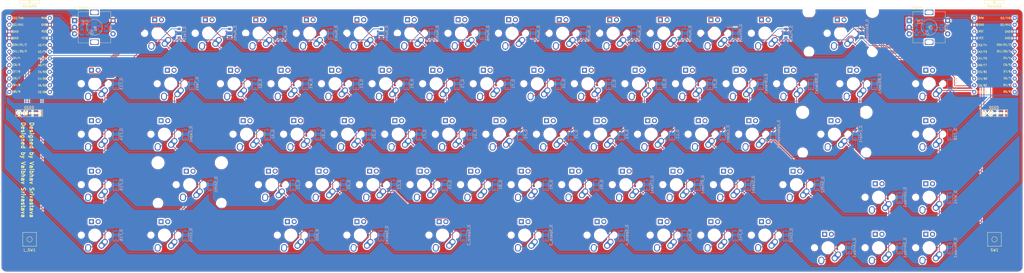
<source format=kicad_pcb>
(kicad_pcb (version 20171130) (host pcbnew "(5.1.9)-1")
  (layers (0 F.Cu signal) (31 B.Cu signal) (34 B.Paste user) (35 F.Paste user) (36 B.SilkS user) (37 F.SilkS user) (38 B.Mask user) (39 F.Mask user) (44 Edge.Cuts user))
  (net 0 "")
  (net 1 ROT_A)
  (net 2 GND)
  (net 3 ROT_B)
  (net 4 K_ENC)
  (net 5 L_ROT_A)
  (net 6 L_ROT_B)
  (net 7 L_K_ENC)
  (net 8 "Net-(D_A1-Pad2)")
  (net 9 L_ROW2)
  (net 10 "Net-(D_Alt1-Pad2)")
  (net 11 L_ROW4)
  (net 12 "Net-(D_Alt2-Pad2)")
  (net 13 ROW4)
  (net 14 "Net-(D_Apostrophe1-Pad2)")
  (net 15 ROW2)
  (net 16 "Net-(D_B1-Pad2)")
  (net 17 L_ROW3)
  (net 18 "Net-(D_Backspace1-Pad2)")
  (net 19 ROW0)
  (net 20 "Net-(D_BSlash1-Pad2)")
  (net 21 ROW1)
  (net 22 "Net-(D_C1-Pad2)")
  (net 23 "Net-(D_Caps1-Pad2)")
  (net 24 "Net-(D_Colon1-Pad2)")
  (net 25 "Net-(D_Ctrl1-Pad2)")
  (net 26 "Net-(D_Ctrl2-Pad2)")
  (net 27 "Net-(D_D1-Pad2)")
  (net 28 "Net-(D_DArrow1-Pad2)")
  (net 29 "Net-(D_E1-Pad2)")
  (net 30 L_ROW1)
  (net 31 "Net-(D_Enter1-Pad2)")
  (net 32 "Net-(D_Esc1-Pad2)")
  (net 33 L_ROW0)
  (net 34 "Net-(D_F1-Pad2)")
  (net 35 "Net-(D_F13-Pad2)")
  (net 36 "Net-(D_F14-Pad2)")
  (net 37 "Net-(D_F15-Pad2)")
  (net 38 "Net-(D_F16-Pad2)")
  (net 39 "Net-(D_F17-Pad2)")
  (net 40 "Net-(D_F18-Pad2)")
  (net 41 "Net-(D_Fn1-Pad2)")
  (net 42 "Net-(D_G1-Pad2)")
  (net 43 "Net-(D_H1-Pad2)")
  (net 44 "Net-(D_I1-Pad2)")
  (net 45 "Net-(D_J1-Pad2)")
  (net 46 "Net-(D_K1-Pad2)")
  (net 47 "Net-(D_L1-Pad2)")
  (net 48 "Net-(D_LArrow1-Pad2)")
  (net 49 "Net-(D_LBrace1-Pad2)")
  (net 50 "Net-(D_LThan1-Pad2)")
  (net 51 ROW3)
  (net 52 "Net-(D_M1-Pad2)")
  (net 53 "Net-(D_Minus1-Pad2)")
  (net 54 "Net-(D_N1-Pad2)")
  (net 55 "Net-(D_Num0-Pad2)")
  (net 56 "Net-(D_Num1-Pad2)")
  (net 57 "Net-(D_Num2-Pad2)")
  (net 58 "Net-(D_Num3-Pad2)")
  (net 59 "Net-(D_Num4-Pad2)")
  (net 60 "Net-(D_Num5-Pad2)")
  (net 61 "Net-(D_Num6-Pad2)")
  (net 62 "Net-(D_Num7-Pad2)")
  (net 63 "Net-(D_Num8-Pad2)")
  (net 64 "Net-(D_Num9-Pad2)")
  (net 65 "Net-(D_O1-Pad2)")
  (net 66 "Net-(D_P1-Pad2)")
  (net 67 "Net-(D_Plus1-Pad2)")
  (net 68 "Net-(D_Q1-Pad2)")
  (net 69 "Net-(D_R1-Pad2)")
  (net 70 "Net-(D_RArrow1-Pad2)")
  (net 71 "Net-(D_RBrace1-Pad2)")
  (net 72 "Net-(D_RThan1-Pad2)")
  (net 73 "Net-(D_S1-Pad2)")
  (net 74 "Net-(D_Shift1-Pad2)")
  (net 75 "Net-(D_Shift2-Pad2)")
  (net 76 "Net-(D_Slash1-Pad2)")
  (net 77 "Net-(D_Space1-Pad2)")
  (net 78 "Net-(D_Space_2-Pad2)")
  (net 79 "Net-(D_Space_3-Pad2)")
  (net 80 "Net-(D_Space_4-Pad2)")
  (net 81 "Net-(D_T1-Pad2)")
  (net 82 "Net-(D_Tab1-Pad2)")
  (net 83 "Net-(D_U1-Pad2)")
  (net 84 "Net-(D_UArrow1-Pad2)")
  (net 85 "Net-(D_V1-Pad2)")
  (net 86 "Net-(D_W1-Pad2)")
  (net 87 "Net-(D_Win1-Pad2)")
  (net 88 "Net-(D_X1-Pad2)")
  (net 89 "Net-(D_Y1-Pad2)")
  (net 90 "Net-(D_Z1-Pad2)")
  (net 91 L_COL2)
  (net 92 COL2)
  (net 93 COL5)
  (net 94 L_COL6)
  (net 95 COL6)
  (net 96 L_COL4)
  (net 97 L_COL1)
  (net 98 COL4)
  (net 99 L_COL5)
  (net 100 L_COL0)
  (net 101 COL7)
  (net 102 COL3)
  (net 103 COL0)
  (net 104 COL1)
  (net 105 L_COL3)
  (net 106 L_COL7)
  (net 107 VCC)
  (net 108 L_SCL)
  (net 109 L_SDA)
  (net 110 L_RESET)
  (net 111 "Net-(L_U1-Pad24)")
  (net 112 "Net-(L_U1-Pad7)")
  (net 113 SCL)
  (net 114 SDA)
  (net 115 RESET)
  (net 116 "Net-(U1-Pad24)")
  (net 117 "Net-(U1-Pad7)")
  (module KeyboardMasterList:ProMicro_v3 (layer F.Cu) (at 391.31875 45.24375)
    (fp_text reference U1 hide)
    (fp_text value ProMicro hide)
    (fp_text user RAW (at -4.995 -14.5 unlocked) (layer F.SilkS) (effects (font (size 0.75 0.67) (thickness 0.125))))
    (fp_text user GND (at -4.995 -11.95 unlocked) (layer F.SilkS) (effects (font (size 0.75 0.67) (thickness 0.125))))
    (fp_text user RST (at -4.995 -9.4 unlocked) (layer F.SilkS) (effects (font (size 0.75 0.67) (thickness 0.125))))
    (fp_text user VCC (at -4.995 -6.95 unlocked) (layer F.SilkS) (effects (font (size 0.75 0.67) (thickness 0.125))))
    (fp_text user A3/F4 (at -4.395 -4.25 unlocked) (layer F.SilkS) (effects (font (size 0.75 0.67) (thickness 0.125))))
    (fp_text user A2/F5 (at -4.395 -1.75 unlocked) (layer F.SilkS) (effects (font (size 0.75 0.67) (thickness 0.125))))
    (fp_text user A1/F6 (at -4.395 0.75 unlocked) (layer F.SilkS) (effects (font (size 0.75 0.67) (thickness 0.125))))
    (fp_text user A0/F7 (at -4.395 3.3 unlocked) (layer F.SilkS) (effects (font (size 0.75 0.67) (thickness 0.125))))
    (fp_text user 15/B1 (at -4.395 5.85 unlocked) (layer F.SilkS) (effects (font (size 0.75 0.67) (thickness 0.125))))
    (fp_text user 14/B3 (at -4.395 8.4 unlocked) (layer F.SilkS) (effects (font (size 0.75 0.67) (thickness 0.125))))
    (fp_text user 10/B6 (at -4.395 13.45 unlocked) (layer F.SilkS) (effects (font (size 0.75 0.67) (thickness 0.125))))
    (fp_text user 16/B2 (at -4.395 10.95 unlocked) (layer F.SilkS) (effects (font (size 0.75 0.67) (thickness 0.125))))
    (fp_text user E6/7 (at 4.705 8.25 unlocked) (layer F.SilkS) (effects (font (size 0.75 0.67) (thickness 0.125))))
    (fp_text user D7/6 (at 4.705 5.7 unlocked) (layer F.SilkS) (effects (font (size 0.75 0.67) (thickness 0.125))))
    (fp_text user GND (at 4.955 -9.35 unlocked) (layer F.SilkS) (effects (font (size 0.75 0.67) (thickness 0.125))))
    (fp_text user GND (at 4.955 -6.9 unlocked) (layer F.SilkS) (effects (font (size 0.75 0.67) (thickness 0.125))))
    (fp_text user D3/TX0 (at 4.155 -14.45 unlocked) (layer F.SilkS) (effects (font (size 0.75 0.67) (thickness 0.125))))
    (fp_text user D4/4 (at 4.705 0.6 unlocked) (layer F.SilkS) (effects (font (size 0.75 0.67) (thickness 0.125))))
    (fp_text user SDA/D1/2 (at 3.455 -4.4 unlocked) (layer F.SilkS) (effects (font (size 0.75 0.67) (thickness 0.125))))
    (fp_text user SCL/D0/3 (at 3.455 -1.9 unlocked) (layer F.SilkS) (effects (font (size 0.75 0.67) (thickness 0.125))))
    (fp_text user C6/5 (at 4.705 3.15 unlocked) (layer F.SilkS) (effects (font (size 0.75 0.67) (thickness 0.125))))
    (fp_text user B5/9 (at 4.705 13.3 unlocked) (layer F.SilkS) (effects (font (size 0.75 0.67) (thickness 0.125))))
    (fp_text user D2/RX1 (at 4.155 -11.9 unlocked) (layer F.SilkS) (effects (font (size 0.75 0.67) (thickness 0.125))))
    (fp_text user B4/8 (at 4.705 10.8 unlocked) (layer F.SilkS) (effects (font (size 0.75 0.67) (thickness 0.125))))
    (fp_text user MicroUSB (at -0.05 -18.95) (layer F.SilkS) (effects (font (size 0.75 0.75) (thickness 0.12))))
    (fp_text user MicroUSB (at -0.05 -18.95) (layer F.SilkS) (effects (font (size 0.75 0.75) (thickness 0.12))))
    (pad 24 thru_hole circle (at -7.6086 -14.478) (size 1.524 1.524) (drill 0.8128) (layers *.Cu B.Mask) (net 116 "Net-(U1-Pad24)"))
    (pad 23 thru_hole circle (at -7.6086 -11.938) (size 1.524 1.524) (drill 0.8128) (layers *.Cu B.Mask) (net 2 GND))
    (pad 22 thru_hole circle (at -7.6086 -9.398) (size 1.524 1.524) (drill 0.8128) (layers *.Cu B.Mask) (net 115 RESET))
    (pad 21 thru_hole circle (at -7.6086 -6.858) (size 1.524 1.524) (drill 0.8128) (layers *.Cu B.Mask) (net 107 VCC))
    (pad 20 thru_hole circle (at -7.6086 -4.318) (size 1.524 1.524) (drill 0.8128) (layers *.Cu B.Mask) (net 103 COL0))
    (pad 19 thru_hole circle (at -7.6086 -1.778) (size 1.524 1.524) (drill 0.8128) (layers *.Cu B.Mask) (net 104 COL1))
    (pad 18 thru_hole circle (at -7.6086 0.762) (size 1.524 1.524) (drill 0.8128) (layers *.Cu B.Mask) (net 92 COL2))
    (pad 17 thru_hole circle (at -7.6086 3.302) (size 1.524 1.524) (drill 0.8128) (layers *.Cu B.Mask) (net 102 COL3))
    (pad 16 thru_hole circle (at -7.6086 5.842) (size 1.524 1.524) (drill 0.8128) (layers *.Cu B.Mask) (net 98 COL4))
    (pad 15 thru_hole circle (at -7.6086 8.382) (size 1.524 1.524) (drill 0.8128) (layers *.Cu B.Mask) (net 93 COL5))
    (pad 14 thru_hole circle (at -7.6086 10.922) (size 1.524 1.524) (drill 0.8128) (layers *.Cu B.Mask) (net 95 COL6))
    (pad 13 thru_hole circle (at -7.6086 13.462) (size 1.524 1.524) (drill 0.8128) (layers *.Cu B.Mask) (net 101 COL7))
    (pad 12 thru_hole circle (at 7.6114 13.462) (size 1.524 1.524) (drill 0.8128) (layers *.Cu B.Mask) (net 19 ROW0))
    (pad 11 thru_hole circle (at 7.6114 10.922) (size 1.524 1.524) (drill 0.8128) (layers *.Cu B.Mask) (net 21 ROW1))
    (pad 10 thru_hole circle (at 7.6114 8.382) (size 1.524 1.524) (drill 0.8128) (layers *.Cu B.Mask) (net 15 ROW2))
    (pad 9 thru_hole circle (at 7.6114 5.842) (size 1.524 1.524) (drill 0.8128) (layers *.Cu B.Mask) (net 51 ROW3))
    (pad 8 thru_hole circle (at 7.6114 3.302) (size 1.524 1.524) (drill 0.8128) (layers *.Cu B.Mask) (net 13 ROW4))
    (pad 7 thru_hole circle (at 7.6114 0.762) (size 1.524 1.524) (drill 0.8128) (layers *.Cu B.Mask) (net 117 "Net-(U1-Pad7)"))
    (pad 6 thru_hole circle (at 7.6114 -1.778) (size 1.524 1.524) (drill 0.8128) (layers *.Cu B.Mask) (net 113 SCL))
    (pad 5 thru_hole circle (at 7.6114 -4.318) (size 1.524 1.524) (drill 0.8128) (layers *.Cu B.Mask) (net 114 SDA))
    (pad 4 thru_hole circle (at 7.6114 -6.858) (size 1.524 1.524) (drill 0.8128) (layers *.Cu B.Mask) (net 2 GND))
    (pad 3 thru_hole circle (at 7.6114 -9.398) (size 1.524 1.524) (drill 0.8128) (layers *.Cu B.Mask) (net 2 GND))
    (pad 2 thru_hole circle (at 7.6114 -11.938) (size 1.524 1.524) (drill 0.8128) (layers *.Cu B.Mask) (net 3 ROT_B))
    (pad 1 thru_hole circle (at 7.6114 -14.478) (size 1.524 1.524) (drill 0.8128) (layers *.Cu B.Mask) (net 1 ROT_A))
  )
  (module KeyboardMasterList:ProMicro_v3 (layer F.Cu) (at 27.78125 45.24375)
    (fp_text reference L_U1 hide)
    (fp_text value ProMicro hide)
    (fp_text user RAW (at 5.419 -14.5 unlocked) (layer F.SilkS) (effects (font (size 0.75 0.67) (thickness 0.125))))
    (fp_text user GND (at 5.419 -11.95 unlocked) (layer F.SilkS) (effects (font (size 0.75 0.67) (thickness 0.125))))
    (fp_text user RST (at 5.419 -9.4 unlocked) (layer F.SilkS) (effects (font (size 0.75 0.67) (thickness 0.125))))
    (fp_text user VCC (at 5.419 -6.95 unlocked) (layer F.SilkS) (effects (font (size 0.75 0.67) (thickness 0.125))))
    (fp_text user A3/F4 (at 4.749 -4.25 unlocked) (layer F.SilkS) (effects (font (size 0.75 0.67) (thickness 0.125))))
    (fp_text user A2/F5 (at 4.749 -1.75 unlocked) (layer F.SilkS) (effects (font (size 0.75 0.67) (thickness 0.125))))
    (fp_text user A1/F6 (at 4.749 0.75 unlocked) (layer F.SilkS) (effects (font (size 0.75 0.67) (thickness 0.125))))
    (fp_text user A0/F7 (at 4.749 3.3 unlocked) (layer F.SilkS) (effects (font (size 0.75 0.67) (thickness 0.125))))
    (fp_text user 15/B1 (at 4.749 5.85 unlocked) (layer F.SilkS) (effects (font (size 0.75 0.67) (thickness 0.125))))
    (fp_text user 14/B3 (at 4.749 8.4 unlocked) (layer F.SilkS) (effects (font (size 0.75 0.67) (thickness 0.125))))
    (fp_text user 10/B6 (at 4.749 13.45 unlocked) (layer F.SilkS) (effects (font (size 0.75 0.67) (thickness 0.125))))
    (fp_text user 16/B2 (at 4.749 10.95 unlocked) (layer F.SilkS) (effects (font (size 0.75 0.67) (thickness 0.125))))
    (fp_text user E6/7 (at -4.82 8.25 unlocked) (layer F.SilkS) (effects (font (size 0.75 0.67) (thickness 0.125))))
    (fp_text user D7/6 (at -4.82 5.7 unlocked) (layer F.SilkS) (effects (font (size 0.75 0.67) (thickness 0.125))))
    (fp_text user GND (at -5.205 -9.35 unlocked) (layer F.SilkS) (effects (font (size 0.75 0.67) (thickness 0.125))))
    (fp_text user GND (at -5.205 -6.9 unlocked) (layer F.SilkS) (effects (font (size 0.75 0.67) (thickness 0.125))))
    (fp_text user D3/TX0 (at -4.227 -14.45 unlocked) (layer F.SilkS) (effects (font (size 0.75 0.67) (thickness 0.125))))
    (fp_text user D4/4 (at -4.82 0.6 unlocked) (layer F.SilkS) (effects (font (size 0.75 0.67) (thickness 0.125))))
    (fp_text user SDA/D1/2 (at -3.657 -4.4 unlocked) (layer F.SilkS) (effects (font (size 0.75 0.67) (thickness 0.125))))
    (fp_text user SCL/D0/3 (at -3.657 -1.9 unlocked) (layer F.SilkS) (effects (font (size 0.75 0.67) (thickness 0.125))))
    (fp_text user C6/5 (at -4.82 3.15 unlocked) (layer F.SilkS) (effects (font (size 0.75 0.67) (thickness 0.125))))
    (fp_text user B5/9 (at -4.82 13.3 unlocked) (layer F.SilkS) (effects (font (size 0.75 0.67) (thickness 0.125))))
    (fp_text user D2/RX1 (at -4.227 -11.9 unlocked) (layer F.SilkS) (effects (font (size 0.75 0.67) (thickness 0.125))))
    (fp_text user B4/8 (at -4.82 10.8 unlocked) (layer F.SilkS) (effects (font (size 0.75 0.67) (thickness 0.125))))
    (fp_text user MicroUSB (at -0.05 -18.95) (layer F.SilkS) (effects (font (size 0.75 0.75) (thickness 0.12))))
    (fp_text user MicroUSB (at -0.05 -18.95) (layer F.SilkS) (effects (font (size 0.75 0.75) (thickness 0.12))))
    (pad 24 thru_hole circle (at 7.6314 -14.478) (size 1.524 1.524) (drill 0.8128) (layers *.Cu B.Mask) (net 111 "Net-(L_U1-Pad24)"))
    (pad 23 thru_hole circle (at 7.6314 -11.938) (size 1.524 1.524) (drill 0.8128) (layers *.Cu B.Mask) (net 2 GND))
    (pad 22 thru_hole circle (at 7.6314 -9.398) (size 1.524 1.524) (drill 0.8128) (layers *.Cu B.Mask) (net 110 L_RESET))
    (pad 21 thru_hole circle (at 7.6314 -6.858) (size 1.524 1.524) (drill 0.8128) (layers *.Cu B.Mask) (net 107 VCC))
    (pad 20 thru_hole circle (at 7.6314 -4.318) (size 1.524 1.524) (drill 0.8128) (layers *.Cu B.Mask) (net 106 L_COL7))
    (pad 19 thru_hole circle (at 7.6314 -1.778) (size 1.524 1.524) (drill 0.8128) (layers *.Cu B.Mask) (net 94 L_COL6))
    (pad 18 thru_hole circle (at 7.6314 0.762) (size 1.524 1.524) (drill 0.8128) (layers *.Cu B.Mask) (net 99 L_COL5))
    (pad 17 thru_hole circle (at 7.6314 3.302) (size 1.524 1.524) (drill 0.8128) (layers *.Cu B.Mask) (net 96 L_COL4))
    (pad 16 thru_hole circle (at 7.6314 5.842) (size 1.524 1.524) (drill 0.8128) (layers *.Cu B.Mask) (net 105 L_COL3))
    (pad 15 thru_hole circle (at 7.6314 8.382) (size 1.524 1.524) (drill 0.8128) (layers *.Cu B.Mask) (net 91 L_COL2))
    (pad 14 thru_hole circle (at 7.6314 10.922) (size 1.524 1.524) (drill 0.8128) (layers *.Cu B.Mask) (net 97 L_COL1))
    (pad 13 thru_hole circle (at 7.6314 13.462) (size 1.524 1.524) (drill 0.8128) (layers *.Cu B.Mask) (net 100 L_COL0))
    (pad 12 thru_hole circle (at -7.6286 13.462) (size 1.524 1.524) (drill 0.8128) (layers *.Cu B.Mask) (net 33 L_ROW0))
    (pad 11 thru_hole circle (at -7.6286 10.922) (size 1.524 1.524) (drill 0.8128) (layers *.Cu B.Mask) (net 30 L_ROW1))
    (pad 10 thru_hole circle (at -7.6286 8.382) (size 1.524 1.524) (drill 0.8128) (layers *.Cu B.Mask) (net 9 L_ROW2))
    (pad 9 thru_hole circle (at -7.6286 5.842) (size 1.524 1.524) (drill 0.8128) (layers *.Cu B.Mask) (net 17 L_ROW3))
    (pad 8 thru_hole circle (at -7.6286 3.302) (size 1.524 1.524) (drill 0.8128) (layers *.Cu B.Mask) (net 11 L_ROW4))
    (pad 7 thru_hole circle (at -7.6286 0.762) (size 1.524 1.524) (drill 0.8128) (layers *.Cu B.Mask) (net 112 "Net-(L_U1-Pad7)"))
    (pad 6 thru_hole circle (at -7.6286 -1.778) (size 1.524 1.524) (drill 0.8128) (layers *.Cu B.Mask) (net 108 L_SCL))
    (pad 5 thru_hole circle (at -7.6286 -4.318) (size 1.524 1.524) (drill 0.8128) (layers *.Cu B.Mask) (net 109 L_SDA))
    (pad 4 thru_hole circle (at -7.6286 -6.858) (size 1.524 1.524) (drill 0.8128) (layers *.Cu B.Mask) (net 2 GND))
    (pad 3 thru_hole circle (at -7.6286 -9.398) (size 1.524 1.524) (drill 0.8128) (layers *.Cu B.Mask) (net 2 GND))
    (pad 2 thru_hole circle (at -7.6286 -11.938) (size 1.524 1.524) (drill 0.8128) (layers *.Cu B.Mask) (net 6 L_ROT_B))
    (pad 1 thru_hole circle (at -7.6286 -14.478) (size 1.524 1.524) (drill 0.8128) (layers *.Cu B.Mask) (net 5 L_ROT_A))
  )
  (module KeyboardMasterList:MX-1.75U (layer F.Cu) (at 78.58125 74.6125 180)
    (fp_text reference K_Caps1)
    (fp_text value MX-NoLED)
    (pad "" np_thru_hole circle (at 5.08 0 228.0996) (size 1.75 1.75) (drill 1.75) (layers *.Cu *.Mask))
    (pad "" np_thru_hole circle (at -5.08 0 228.0996) (size 1.75 1.75) (drill 1.75) (layers *.Cu *.Mask))
    (pad 4 thru_hole rect (at 1.27 5.08 180) (size 1.905 1.905) (drill 1.04) (layers *.Cu B.Mask))
    (pad 3 thru_hole circle (at -1.27 5.08 180) (size 1.905 1.905) (drill 1.04) (layers *.Cu B.Mask))
    (pad 1 thru_hole circle (at -2.5 -4 180) (size 2.25 2.25) (drill 1.47) (layers *.Cu B.Mask) (net 97 L_COL1))
    (pad "" np_thru_hole circle (at 0 0 180) (size 3.9878 3.9878) (drill 3.9878) (layers *.Cu *.Mask))
    (pad 1 thru_hole oval (at -3.81 -2.54 228.0996) (size 4.211556 2.25) (drill 1.47 (offset 0.980778 0)) (layers *.Cu B.Mask) (net 97 L_COL1))
    (pad 2 thru_hole circle (at 2.54 -5.08 180) (size 2.25 2.25) (drill 1.47) (layers *.Cu B.Mask) (net 23 "Net-(D_Caps1-Pad2)"))
    (pad 2 thru_hole oval (at 2.5 -4.5 266.0548) (size 2.831378 2.25) (drill 1.47 (offset 0.290689 0)) (layers *.Cu B.Mask) (net 23 "Net-(D_Caps1-Pad2)"))
  )
  (module KeyboardMasterList:MX-1.75U (layer F.Cu) (at 316.70625 93.6625 180)
    (fp_text reference K_Shift2)
    (fp_text value MX-NoLED)
    (pad "" np_thru_hole circle (at 5.08 0 228.0996) (size 1.75 1.75) (drill 1.75) (layers *.Cu *.Mask))
    (pad "" np_thru_hole circle (at -5.08 0 228.0996) (size 1.75 1.75) (drill 1.75) (layers *.Cu *.Mask))
    (pad 4 thru_hole rect (at 1.27 5.08 180) (size 1.905 1.905) (drill 1.04) (layers *.Cu B.Mask))
    (pad 3 thru_hole circle (at -1.27 5.08 180) (size 1.905 1.905) (drill 1.04) (layers *.Cu B.Mask))
    (pad 1 thru_hole circle (at -2.5 -4 180) (size 2.25 2.25) (drill 1.47) (layers *.Cu B.Mask) (net 93 COL5))
    (pad "" np_thru_hole circle (at 0 0 180) (size 3.9878 3.9878) (drill 3.9878) (layers *.Cu *.Mask))
    (pad 1 thru_hole oval (at -3.81 -2.54 228.0996) (size 4.211556 2.25) (drill 1.47 (offset 0.980778 0)) (layers *.Cu B.Mask) (net 93 COL5))
    (pad 2 thru_hole circle (at 2.54 -5.08 180) (size 2.25 2.25) (drill 1.47) (layers *.Cu B.Mask) (net 75 "Net-(D_Shift2-Pad2)"))
    (pad 2 thru_hole oval (at 2.5 -4.5 266.0548) (size 2.831378 2.25) (drill 1.47 (offset 0.290689 0)) (layers *.Cu B.Mask) (net 75 "Net-(D_Shift2-Pad2)"))
  )
  (module KeyboardMasterList:MX-1.75U (layer F.Cu) (at 183.35625 112.7125 180)
    (fp_text reference K_Space_2)
    (fp_text value MX-NoLED)
    (pad "" np_thru_hole circle (at 5.08 0 228.0996) (size 1.75 1.75) (drill 1.75) (layers *.Cu *.Mask))
    (pad "" np_thru_hole circle (at -5.08 0 228.0996) (size 1.75 1.75) (drill 1.75) (layers *.Cu *.Mask))
    (pad 4 thru_hole rect (at 1.27 5.08 180) (size 1.905 1.905) (drill 1.04) (layers *.Cu B.Mask))
    (pad 3 thru_hole circle (at -1.27 5.08 180) (size 1.905 1.905) (drill 1.04) (layers *.Cu B.Mask))
    (pad 1 thru_hole circle (at -2.5 -4 180) (size 2.25 2.25) (drill 1.47) (layers *.Cu B.Mask) (net 96 L_COL4))
    (pad "" np_thru_hole circle (at 0 0 180) (size 3.9878 3.9878) (drill 3.9878) (layers *.Cu *.Mask))
    (pad 1 thru_hole oval (at -3.81 -2.54 228.0996) (size 4.211556 2.25) (drill 1.47 (offset 0.980778 0)) (layers *.Cu B.Mask) (net 96 L_COL4))
    (pad 2 thru_hole circle (at 2.54 -5.08 180) (size 2.25 2.25) (drill 1.47) (layers *.Cu B.Mask) (net 78 "Net-(D_Space_2-Pad2)"))
    (pad 2 thru_hole oval (at 2.5 -4.5 266.0548) (size 2.831378 2.25) (drill 1.47 (offset 0.290689 0)) (layers *.Cu B.Mask) (net 78 "Net-(D_Space_2-Pad2)"))
  )
  (module KeyboardMasterList:SKQG-1155865 (layer F.Cu) (at 27.78125 114.3)
    (fp_text reference L_SW1 (at 0 4.064) (layer F.SilkS))
    (fp_text value SW_PUSH)
    (pad 1 smd rect (at 3.1 1.85) (size 1.8 1.1) (layers F.Cu F.Paste F.Mask) (net 110 L_RESET))
    (pad 2 smd rect (at -3.1 -1.85) (size 1.8 1.1) (layers F.Cu F.Paste F.Mask) (net 2 GND))
    (pad 3 smd rect (at 3.1 -1.85) (size 1.8 1.1) (layers F.Cu F.Paste F.Mask))
    (pad 4 smd rect (at -3.1 1.85) (size 1.8 1.1) (layers F.Cu F.Paste F.Mask))
  )
  (module KeyboardMasterList:SKQG-1155865 (layer F.Cu) (at 391.31875 114.3)
    (fp_text reference SW1 (at 0 4.064) (layer F.SilkS))
    (fp_text value SW_PUSH)
    (pad 1 smd rect (at 3.1 1.85) (size 1.8 1.1) (layers F.Cu F.Paste F.Mask) (net 115 RESET))
    (pad 2 smd rect (at -3.1 -1.85) (size 1.8 1.1) (layers F.Cu F.Paste F.Mask) (net 2 GND))
    (pad 3 smd rect (at 3.1 -1.85) (size 1.8 1.1) (layers F.Cu F.Paste F.Mask))
    (pad 4 smd rect (at -3.1 1.85) (size 1.8 1.1) (layers F.Cu F.Paste F.Mask))
  )
  (module Resistor_SMD:R_0805_2012Metric (layer B.Cu) (at 54.356 34.798 270)
    (fp_text reference R6 (at 0 1.65 90) (layer B.SilkS) (effects (justify mirror)))
    (fp_text value 10k)
    (pad 2 smd roundrect (at 0.9125 0 270) (size 1.025 1.4) (layers B.Cu B.Paste B.Mask) (roundrect_rratio 0.243902) (net 7 L_K_ENC))
    (pad 1 smd roundrect (at -0.9125 0 270) (size 1.025 1.4) (layers B.Cu B.Paste B.Mask) (roundrect_rratio 0.243902) (net 107 VCC))
  )
  (module Resistor_SMD:R_0805_2012Metric (layer B.Cu) (at 49.65192 36.06292 90)
    (fp_text reference R5 (at 0 1.65 90) (layer B.SilkS) (effects (justify mirror)))
    (fp_text value 10k)
    (pad 2 smd roundrect (at 0.9125 0 90) (size 1.025 1.4) (layers B.Cu B.Paste B.Mask) (roundrect_rratio 0.243902) (net 107 VCC))
    (pad 1 smd roundrect (at -0.9125 0 90) (size 1.025 1.4) (layers B.Cu B.Paste B.Mask) (roundrect_rratio 0.243902) (net 6 L_ROT_B))
  )
  (module Resistor_SMD:R_0805_2012Metric (layer B.Cu) (at 49.65192 32.4866 270)
    (fp_text reference R4 (at 0 1.65 90) (layer B.SilkS) (effects (justify mirror)))
    (fp_text value 10k)
    (pad 2 smd roundrect (at 0.9125 0 270) (size 1.025 1.4) (layers B.Cu B.Paste B.Mask) (roundrect_rratio 0.243902) (net 107 VCC))
    (pad 1 smd roundrect (at -0.9125 0 270) (size 1.025 1.4) (layers B.Cu B.Paste B.Mask) (roundrect_rratio 0.243902) (net 5 L_ROT_A))
  )
  (module Resistor_SMD:R_0805_2012Metric (layer B.Cu) (at 369.062 34.3135 270)
    (fp_text reference R3 (at 0 1.65 90) (layer B.SilkS) (effects (justify mirror)))
    (fp_text value 10k)
    (pad 2 smd roundrect (at 0.9125 0 270) (size 1.025 1.4) (layers B.Cu B.Paste B.Mask) (roundrect_rratio 0.243902) (net 4 K_ENC))
    (pad 1 smd roundrect (at -0.9125 0 270) (size 1.025 1.4) (layers B.Cu B.Paste B.Mask) (roundrect_rratio 0.243902) (net 107 VCC))
  )
  (module Resistor_SMD:R_0805_2012Metric (layer B.Cu) (at 364.363 36.322 90)
    (fp_text reference R2 (at 0 1.65 90) (layer B.SilkS) (effects (justify mirror)))
    (fp_text value 10k)
    (pad 2 smd roundrect (at 0.9125 0 90) (size 1.025 1.4) (layers B.Cu B.Paste B.Mask) (roundrect_rratio 0.243902) (net 107 VCC))
    (pad 1 smd roundrect (at -0.9125 0 90) (size 1.025 1.4) (layers B.Cu B.Paste B.Mask) (roundrect_rratio 0.243902) (net 3 ROT_B))
  )
  (module Resistor_SMD:R_0805_2012Metric (layer B.Cu) (at 364.363 32.258 270)
    (fp_text reference R1 (at 0 1.65 90) (layer B.SilkS) (effects (justify mirror)))
    (fp_text value 10k)
    (pad 2 smd roundrect (at 0.9125 0 270) (size 1.025 1.4) (layers B.Cu B.Paste B.Mask) (roundrect_rratio 0.243902) (net 107 VCC))
    (pad 1 smd roundrect (at -0.9125 0 270) (size 1.025 1.4) (layers B.Cu B.Paste B.Mask) (roundrect_rratio 0.243902) (net 1 ROT_A))
  )
  (module KeyboardMasterList:OLED (layer F.Cu) (at 387.35 66.675)
    (fp_text reference OL1)
    (fp_text value OLED hide)
    (fp_text user OLED (at 3.75 -2.1) (layer B.SilkS) (effects (justify mirror)))
    (fp_text user OLED (at 3.8 -2.1) (layer F.SilkS))
    (pad 4 thru_hole circle (at 7.62 0) (size 1.397 1.397) (drill 0.8128) (layers *.Cu *.Mask F.SilkS) (net 2 GND))
    (pad 3 thru_hole circle (at 5.08 0) (size 1.397 1.397) (drill 0.8128) (layers *.Cu *.Mask F.SilkS) (net 107 VCC))
    (pad 2 thru_hole circle (at 2.54 0) (size 1.397 1.397) (drill 0.8128) (layers *.Cu *.Mask F.SilkS) (net 113 SCL))
    (pad 1 thru_hole circle (at 0 0) (size 1.397 1.397) (drill 0.8128) (layers *.Cu *.Mask F.SilkS) (net 114 SDA))
  )
  (module KeyboardMasterList:OLED (layer F.Cu) (at 23.8125 66.675)
    (fp_text reference L_OL1)
    (fp_text value OLED hide)
    (fp_text user OLED (at 3.75 -2.1) (layer B.SilkS) (effects (justify mirror)))
    (fp_text user OLED (at 3.8 -2.1) (layer F.SilkS))
    (pad 4 thru_hole circle (at 7.62 0) (size 1.397 1.397) (drill 0.8128) (layers *.Cu *.Mask F.SilkS) (net 2 GND))
    (pad 3 thru_hole circle (at 5.08 0) (size 1.397 1.397) (drill 0.8128) (layers *.Cu *.Mask F.SilkS) (net 107 VCC))
    (pad 2 thru_hole circle (at 2.54 0) (size 1.397 1.397) (drill 0.8128) (layers *.Cu *.Mask F.SilkS) (net 108 L_SCL))
    (pad 1 thru_hole circle (at 0 0) (size 1.397 1.397) (drill 0.8128) (layers *.Cu *.Mask F.SilkS) (net 109 L_SDA))
  )
  (module Rotary_Encoder:RotaryEncoder_Alps_EC11E-Switch_Vertical_H20mm (layer F.Cu) (at 44.73575 31.75)
    (fp_text reference L_ENC1 (at 2.8 -4.7) (layer F.SilkS))
    (fp_text value Rotary_Encoder_Switch)
    (pad A thru_hole rect (at 0 0) (size 2 2) (drill 1) (layers *.Cu *.Mask) (net 5 L_ROT_A))
    (pad C thru_hole circle (at 0 2.5) (size 2 2) (drill 1) (layers *.Cu *.Mask) (net 2 GND))
    (pad B thru_hole circle (at 0 5) (size 2 2) (drill 1) (layers *.Cu *.Mask) (net 6 L_ROT_B))
    (pad MP thru_hole rect (at 7.5 -3.1) (size 3.2 2) (drill oval 2.8 1.5) (layers *.Cu *.Mask))
    (pad MP thru_hole rect (at 7.5 8.1) (size 3.2 2) (drill oval 2.8 1.5) (layers *.Cu *.Mask))
    (pad S2 thru_hole circle (at 14.5 0) (size 2 2) (drill 1) (layers *.Cu *.Mask) (net 2 GND))
    (pad S1 thru_hole circle (at 14.5 5) (size 2 2) (drill 1) (layers *.Cu *.Mask) (net 7 L_K_ENC))
  )
  (module KeyboardMasterList:MX-1U (layer F.Cu) (at 119.0625 93.6625 180)
    (fp_text reference K_Z1)
    (fp_text value MX-NoLED)
    (pad "" np_thru_hole circle (at 5.08 0 228.0996) (size 1.75 1.75) (drill 1.75) (layers *.Cu *.Mask))
    (pad "" np_thru_hole circle (at -5.08 0 228.0996) (size 1.75 1.75) (drill 1.75) (layers *.Cu *.Mask))
    (pad 4 thru_hole rect (at 1.27 5.08 180) (size 1.905 1.905) (drill 1.04) (layers *.Cu B.Mask))
    (pad 3 thru_hole circle (at -1.27 5.08 180) (size 1.905 1.905) (drill 1.04) (layers *.Cu B.Mask))
    (pad 1 thru_hole circle (at -2.5 -4 180) (size 2.25 2.25) (drill 1.47) (layers *.Cu B.Mask) (net 91 L_COL2))
    (pad "" np_thru_hole circle (at 0 0 180) (size 3.9878 3.9878) (drill 3.9878) (layers *.Cu *.Mask))
    (pad 1 thru_hole oval (at -3.81 -2.54 228.0996) (size 4.211556 2.25) (drill 1.47 (offset 0.980778 0)) (layers *.Cu B.Mask) (net 91 L_COL2))
    (pad 2 thru_hole circle (at 2.54 -5.08 180) (size 2.25 2.25) (drill 1.47) (layers *.Cu B.Mask) (net 90 "Net-(D_Z1-Pad2)"))
    (pad 2 thru_hole oval (at 2.5 -4.5 266.0548) (size 2.831378 2.25) (drill 1.47 (offset 0.290689 0)) (layers *.Cu B.Mask) (net 90 "Net-(D_Z1-Pad2)"))
  )
  (module KeyboardMasterList:MX-1U (layer F.Cu) (at 200.025 55.5625 180)
    (fp_text reference K_Y1)
    (fp_text value MX-NoLED)
    (pad "" np_thru_hole circle (at 5.08 0 228.0996) (size 1.75 1.75) (drill 1.75) (layers *.Cu *.Mask))
    (pad "" np_thru_hole circle (at -5.08 0 228.0996) (size 1.75 1.75) (drill 1.75) (layers *.Cu *.Mask))
    (pad 4 thru_hole rect (at 1.27 5.08 180) (size 1.905 1.905) (drill 1.04) (layers *.Cu B.Mask))
    (pad 3 thru_hole circle (at -1.27 5.08 180) (size 1.905 1.905) (drill 1.04) (layers *.Cu B.Mask))
    (pad 1 thru_hole circle (at -2.5 -4 180) (size 2.25 2.25) (drill 1.47) (layers *.Cu B.Mask) (net 106 L_COL7))
    (pad "" np_thru_hole circle (at 0 0 180) (size 3.9878 3.9878) (drill 3.9878) (layers *.Cu *.Mask))
    (pad 1 thru_hole oval (at -3.81 -2.54 228.0996) (size 4.211556 2.25) (drill 1.47 (offset 0.980778 0)) (layers *.Cu B.Mask) (net 106 L_COL7))
    (pad 2 thru_hole circle (at 2.54 -5.08 180) (size 2.25 2.25) (drill 1.47) (layers *.Cu B.Mask) (net 89 "Net-(D_Y1-Pad2)"))
    (pad 2 thru_hole oval (at 2.5 -4.5 266.0548) (size 2.831378 2.25) (drill 1.47 (offset 0.290689 0)) (layers *.Cu B.Mask) (net 89 "Net-(D_Y1-Pad2)"))
  )
  (module KeyboardMasterList:MX-1U (layer F.Cu) (at 138.1125 93.6625 180)
    (fp_text reference K_X1)
    (fp_text value MX-NoLED)
    (pad "" np_thru_hole circle (at 5.08 0 228.0996) (size 1.75 1.75) (drill 1.75) (layers *.Cu *.Mask))
    (pad "" np_thru_hole circle (at -5.08 0 228.0996) (size 1.75 1.75) (drill 1.75) (layers *.Cu *.Mask))
    (pad 4 thru_hole rect (at 1.27 5.08 180) (size 1.905 1.905) (drill 1.04) (layers *.Cu B.Mask))
    (pad 3 thru_hole circle (at -1.27 5.08 180) (size 1.905 1.905) (drill 1.04) (layers *.Cu B.Mask))
    (pad 1 thru_hole circle (at -2.5 -4 180) (size 2.25 2.25) (drill 1.47) (layers *.Cu B.Mask) (net 105 L_COL3))
    (pad "" np_thru_hole circle (at 0 0 180) (size 3.9878 3.9878) (drill 3.9878) (layers *.Cu *.Mask))
    (pad 1 thru_hole oval (at -3.81 -2.54 228.0996) (size 4.211556 2.25) (drill 1.47 (offset 0.980778 0)) (layers *.Cu B.Mask) (net 105 L_COL3))
    (pad 2 thru_hole circle (at 2.54 -5.08 180) (size 2.25 2.25) (drill 1.47) (layers *.Cu B.Mask) (net 88 "Net-(D_X1-Pad2)"))
    (pad 2 thru_hole oval (at 2.5 -4.5 266.0548) (size 2.831378 2.25) (drill 1.47 (offset 0.290689 0)) (layers *.Cu B.Mask) (net 88 "Net-(D_X1-Pad2)"))
  )
  (module KeyboardMasterList:MX-1U (layer F.Cu) (at 366.7125 98.425 180)
    (fp_text reference K_Win1)
    (fp_text value MX-NoLED)
    (pad "" np_thru_hole circle (at 5.08 0 228.0996) (size 1.75 1.75) (drill 1.75) (layers *.Cu *.Mask))
    (pad "" np_thru_hole circle (at -5.08 0 228.0996) (size 1.75 1.75) (drill 1.75) (layers *.Cu *.Mask))
    (pad 4 thru_hole rect (at 1.27 5.08 180) (size 1.905 1.905) (drill 1.04) (layers *.Cu B.Mask))
    (pad 3 thru_hole circle (at -1.27 5.08 180) (size 1.905 1.905) (drill 1.04) (layers *.Cu B.Mask))
    (pad 1 thru_hole circle (at -2.5 -4 180) (size 2.25 2.25) (drill 1.47) (layers *.Cu B.Mask) (net 101 COL7))
    (pad "" np_thru_hole circle (at 0 0 180) (size 3.9878 3.9878) (drill 3.9878) (layers *.Cu *.Mask))
    (pad 1 thru_hole oval (at -3.81 -2.54 228.0996) (size 4.211556 2.25) (drill 1.47 (offset 0.980778 0)) (layers *.Cu B.Mask) (net 101 COL7))
    (pad 2 thru_hole circle (at 2.54 -5.08 180) (size 2.25 2.25) (drill 1.47) (layers *.Cu B.Mask) (net 87 "Net-(D_Win1-Pad2)"))
    (pad 2 thru_hole oval (at 2.5 -4.5 266.0548) (size 2.831378 2.25) (drill 1.47 (offset 0.290689 0)) (layers *.Cu B.Mask) (net 87 "Net-(D_Win1-Pad2)"))
  )
  (module KeyboardMasterList:MX-1U (layer F.Cu) (at 123.825 55.5625 180)
    (fp_text reference K_W1)
    (fp_text value MX-NoLED)
    (pad "" np_thru_hole circle (at 5.08 0 228.0996) (size 1.75 1.75) (drill 1.75) (layers *.Cu *.Mask))
    (pad "" np_thru_hole circle (at -5.08 0 228.0996) (size 1.75 1.75) (drill 1.75) (layers *.Cu *.Mask))
    (pad 4 thru_hole rect (at 1.27 5.08 180) (size 1.905 1.905) (drill 1.04) (layers *.Cu B.Mask))
    (pad 3 thru_hole circle (at -1.27 5.08 180) (size 1.905 1.905) (drill 1.04) (layers *.Cu B.Mask))
    (pad 1 thru_hole circle (at -2.5 -4 180) (size 2.25 2.25) (drill 1.47) (layers *.Cu B.Mask) (net 105 L_COL3))
    (pad "" np_thru_hole circle (at 0 0 180) (size 3.9878 3.9878) (drill 3.9878) (layers *.Cu *.Mask))
    (pad 1 thru_hole oval (at -3.81 -2.54 228.0996) (size 4.211556 2.25) (drill 1.47 (offset 0.980778 0)) (layers *.Cu B.Mask) (net 105 L_COL3))
    (pad 2 thru_hole circle (at 2.54 -5.08 180) (size 2.25 2.25) (drill 1.47) (layers *.Cu B.Mask) (net 86 "Net-(D_W1-Pad2)"))
    (pad 2 thru_hole oval (at 2.5 -4.5 266.0548) (size 2.831378 2.25) (drill 1.47 (offset 0.290689 0)) (layers *.Cu B.Mask) (net 86 "Net-(D_W1-Pad2)"))
  )
  (module KeyboardMasterList:MX-1U (layer F.Cu) (at 176.2125 93.6625 180)
    (fp_text reference K_V1)
    (fp_text value MX-NoLED)
    (pad "" np_thru_hole circle (at 5.08 0 228.0996) (size 1.75 1.75) (drill 1.75) (layers *.Cu *.Mask))
    (pad "" np_thru_hole circle (at -5.08 0 228.0996) (size 1.75 1.75) (drill 1.75) (layers *.Cu *.Mask))
    (pad 4 thru_hole rect (at 1.27 5.08 180) (size 1.905 1.905) (drill 1.04) (layers *.Cu B.Mask))
    (pad 3 thru_hole circle (at -1.27 5.08 180) (size 1.905 1.905) (drill 1.04) (layers *.Cu B.Mask))
    (pad 1 thru_hole circle (at -2.5 -4 180) (size 2.25 2.25) (drill 1.47) (layers *.Cu B.Mask) (net 99 L_COL5))
    (pad "" np_thru_hole circle (at 0 0 180) (size 3.9878 3.9878) (drill 3.9878) (layers *.Cu *.Mask))
    (pad 1 thru_hole oval (at -3.81 -2.54 228.0996) (size 4.211556 2.25) (drill 1.47 (offset 0.980778 0)) (layers *.Cu B.Mask) (net 99 L_COL5))
    (pad 2 thru_hole circle (at 2.54 -5.08 180) (size 2.25 2.25) (drill 1.47) (layers *.Cu B.Mask) (net 85 "Net-(D_V1-Pad2)"))
    (pad 2 thru_hole oval (at 2.5 -4.5 266.0548) (size 2.831378 2.25) (drill 1.47 (offset 0.290689 0)) (layers *.Cu B.Mask) (net 85 "Net-(D_V1-Pad2)"))
  )
  (module KeyboardMasterList:MX-1U (layer F.Cu) (at 347.6625 98.425 180)
    (fp_text reference K_UArrow1)
    (fp_text value MX-NoLED)
    (pad "" np_thru_hole circle (at 5.08 0 228.0996) (size 1.75 1.75) (drill 1.75) (layers *.Cu *.Mask))
    (pad "" np_thru_hole circle (at -5.08 0 228.0996) (size 1.75 1.75) (drill 1.75) (layers *.Cu *.Mask))
    (pad 4 thru_hole rect (at 1.27 5.08 180) (size 1.905 1.905) (drill 1.04) (layers *.Cu B.Mask))
    (pad 3 thru_hole circle (at -1.27 5.08 180) (size 1.905 1.905) (drill 1.04) (layers *.Cu B.Mask))
    (pad 1 thru_hole circle (at -2.5 -4 180) (size 2.25 2.25) (drill 1.47) (layers *.Cu B.Mask) (net 95 COL6))
    (pad "" np_thru_hole circle (at 0 0 180) (size 3.9878 3.9878) (drill 3.9878) (layers *.Cu *.Mask))
    (pad 1 thru_hole oval (at -3.81 -2.54 228.0996) (size 4.211556 2.25) (drill 1.47 (offset 0.980778 0)) (layers *.Cu B.Mask) (net 95 COL6))
    (pad 2 thru_hole circle (at 2.54 -5.08 180) (size 2.25 2.25) (drill 1.47) (layers *.Cu B.Mask) (net 84 "Net-(D_UArrow1-Pad2)"))
    (pad 2 thru_hole oval (at 2.5 -4.5 266.0548) (size 2.831378 2.25) (drill 1.47 (offset 0.290689 0)) (layers *.Cu B.Mask) (net 84 "Net-(D_UArrow1-Pad2)"))
  )
  (module KeyboardMasterList:MX-1U (layer F.Cu) (at 219.075 55.5625 180)
    (fp_text reference K_U1)
    (fp_text value MX-NoLED)
    (pad "" np_thru_hole circle (at 5.08 0 228.0996) (size 1.75 1.75) (drill 1.75) (layers *.Cu *.Mask))
    (pad "" np_thru_hole circle (at -5.08 0 228.0996) (size 1.75 1.75) (drill 1.75) (layers *.Cu *.Mask))
    (pad 4 thru_hole rect (at 1.27 5.08 180) (size 1.905 1.905) (drill 1.04) (layers *.Cu B.Mask))
    (pad 3 thru_hole circle (at -1.27 5.08 180) (size 1.905 1.905) (drill 1.04) (layers *.Cu B.Mask))
    (pad 1 thru_hole circle (at -2.5 -4 180) (size 2.25 2.25) (drill 1.47) (layers *.Cu B.Mask) (net 103 COL0))
    (pad "" np_thru_hole circle (at 0 0 180) (size 3.9878 3.9878) (drill 3.9878) (layers *.Cu *.Mask))
    (pad 1 thru_hole oval (at -3.81 -2.54 228.0996) (size 4.211556 2.25) (drill 1.47 (offset 0.980778 0)) (layers *.Cu B.Mask) (net 103 COL0))
    (pad 2 thru_hole circle (at 2.54 -5.08 180) (size 2.25 2.25) (drill 1.47) (layers *.Cu B.Mask) (net 83 "Net-(D_U1-Pad2)"))
    (pad 2 thru_hole oval (at 2.5 -4.5 266.0548) (size 2.831378 2.25) (drill 1.47 (offset 0.290689 0)) (layers *.Cu B.Mask) (net 83 "Net-(D_U1-Pad2)"))
  )
  (module KeyboardMasterList:MX-1.5U (layer F.Cu) (at 80.9625 55.5625 180)
    (fp_text reference K_Tab1)
    (fp_text value MX-NoLED)
    (pad "" np_thru_hole circle (at 5.08 0 228.0996) (size 1.75 1.75) (drill 1.75) (layers *.Cu *.Mask))
    (pad "" np_thru_hole circle (at -5.08 0 228.0996) (size 1.75 1.75) (drill 1.75) (layers *.Cu *.Mask))
    (pad 4 thru_hole rect (at 1.27 5.08 180) (size 1.905 1.905) (drill 1.04) (layers *.Cu B.Mask))
    (pad 3 thru_hole circle (at -1.27 5.08 180) (size 1.905 1.905) (drill 1.04) (layers *.Cu B.Mask))
    (pad 1 thru_hole circle (at -2.5 -4 180) (size 2.25 2.25) (drill 1.47) (layers *.Cu B.Mask) (net 97 L_COL1))
    (pad "" np_thru_hole circle (at 0 0 180) (size 3.9878 3.9878) (drill 3.9878) (layers *.Cu *.Mask))
    (pad 1 thru_hole oval (at -3.81 -2.54 228.0996) (size 4.211556 2.25) (drill 1.47 (offset 0.980778 0)) (layers *.Cu B.Mask) (net 97 L_COL1))
    (pad 2 thru_hole circle (at 2.54 -5.08 180) (size 2.25 2.25) (drill 1.47) (layers *.Cu B.Mask) (net 82 "Net-(D_Tab1-Pad2)"))
    (pad 2 thru_hole oval (at 2.5 -4.5 266.0548) (size 2.831378 2.25) (drill 1.47 (offset 0.290689 0)) (layers *.Cu B.Mask) (net 82 "Net-(D_Tab1-Pad2)"))
  )
  (module KeyboardMasterList:MX-1U (layer F.Cu) (at 180.975 55.5625 180)
    (fp_text reference K_T1)
    (fp_text value MX-NoLED)
    (pad "" np_thru_hole circle (at 5.08 0 228.0996) (size 1.75 1.75) (drill 1.75) (layers *.Cu *.Mask))
    (pad "" np_thru_hole circle (at -5.08 0 228.0996) (size 1.75 1.75) (drill 1.75) (layers *.Cu *.Mask))
    (pad 4 thru_hole rect (at 1.27 5.08 180) (size 1.905 1.905) (drill 1.04) (layers *.Cu B.Mask))
    (pad 3 thru_hole circle (at -1.27 5.08 180) (size 1.905 1.905) (drill 1.04) (layers *.Cu B.Mask))
    (pad 1 thru_hole circle (at -2.5 -4 180) (size 2.25 2.25) (drill 1.47) (layers *.Cu B.Mask) (net 94 L_COL6))
    (pad "" np_thru_hole circle (at 0 0 180) (size 3.9878 3.9878) (drill 3.9878) (layers *.Cu *.Mask))
    (pad 1 thru_hole oval (at -3.81 -2.54 228.0996) (size 4.211556 2.25) (drill 1.47 (offset 0.980778 0)) (layers *.Cu B.Mask) (net 94 L_COL6))
    (pad 2 thru_hole circle (at 2.54 -5.08 180) (size 2.25 2.25) (drill 1.47) (layers *.Cu B.Mask) (net 81 "Net-(D_T1-Pad2)"))
    (pad 2 thru_hole oval (at 2.5 -4.5 266.0548) (size 2.831378 2.25) (drill 1.47 (offset 0.290689 0)) (layers *.Cu B.Mask) (net 81 "Net-(D_T1-Pad2)"))
  )
  (module KeyboardMasterList:MX-1.5U (layer F.Cu) (at 242.8875 112.7125 180)
    (fp_text reference K_Space_4)
    (fp_text value MX-NoLED)
    (pad "" np_thru_hole circle (at 5.08 0 228.0996) (size 1.75 1.75) (drill 1.75) (layers *.Cu *.Mask))
    (pad "" np_thru_hole circle (at -5.08 0 228.0996) (size 1.75 1.75) (drill 1.75) (layers *.Cu *.Mask))
    (pad 4 thru_hole rect (at 1.27 5.08 180) (size 1.905 1.905) (drill 1.04) (layers *.Cu B.Mask))
    (pad 3 thru_hole circle (at -1.27 5.08 180) (size 1.905 1.905) (drill 1.04) (layers *.Cu B.Mask))
    (pad 1 thru_hole circle (at -2.5 -4 180) (size 2.25 2.25) (drill 1.47) (layers *.Cu B.Mask) (net 104 COL1))
    (pad "" np_thru_hole circle (at 0 0 180) (size 3.9878 3.9878) (drill 3.9878) (layers *.Cu *.Mask))
    (pad 1 thru_hole oval (at -3.81 -2.54 228.0996) (size 4.211556 2.25) (drill 1.47 (offset 0.980778 0)) (layers *.Cu B.Mask) (net 104 COL1))
    (pad 2 thru_hole circle (at 2.54 -5.08 180) (size 2.25 2.25) (drill 1.47) (layers *.Cu B.Mask) (net 80 "Net-(D_Space_4-Pad2)"))
    (pad 2 thru_hole oval (at 2.5 -4.5 266.0548) (size 2.831378 2.25) (drill 1.47 (offset 0.290689 0)) (layers *.Cu B.Mask) (net 80 "Net-(D_Space_4-Pad2)"))
  )
  (module KeyboardMasterList:MX-1.5U (layer F.Cu) (at 214.3125 112.7125 180)
    (fp_text reference K_Space_3)
    (fp_text value MX-NoLED)
    (pad "" np_thru_hole circle (at 5.08 0 228.0996) (size 1.75 1.75) (drill 1.75) (layers *.Cu *.Mask))
    (pad "" np_thru_hole circle (at -5.08 0 228.0996) (size 1.75 1.75) (drill 1.75) (layers *.Cu *.Mask))
    (pad 4 thru_hole rect (at 1.27 5.08 180) (size 1.905 1.905) (drill 1.04) (layers *.Cu B.Mask))
    (pad 3 thru_hole circle (at -1.27 5.08 180) (size 1.905 1.905) (drill 1.04) (layers *.Cu B.Mask))
    (pad 1 thru_hole circle (at -2.5 -4 180) (size 2.25 2.25) (drill 1.47) (layers *.Cu B.Mask) (net 103 COL0))
    (pad "" np_thru_hole circle (at 0 0 180) (size 3.9878 3.9878) (drill 3.9878) (layers *.Cu *.Mask))
    (pad 1 thru_hole oval (at -3.81 -2.54 228.0996) (size 4.211556 2.25) (drill 1.47 (offset 0.980778 0)) (layers *.Cu B.Mask) (net 103 COL0))
    (pad 2 thru_hole circle (at 2.54 -5.08 180) (size 2.25 2.25) (drill 1.47) (layers *.Cu B.Mask) (net 79 "Net-(D_Space_3-Pad2)"))
    (pad 2 thru_hole oval (at 2.5 -4.5 266.0548) (size 2.831378 2.25) (drill 1.47 (offset 0.290689 0)) (layers *.Cu B.Mask) (net 79 "Net-(D_Space_3-Pad2)"))
  )
  (module KeyboardMasterList:MX-1.5U (layer F.Cu) (at 152.4 112.7125 180)
    (fp_text reference K_Space1)
    (fp_text value MX-NoLED)
    (pad "" np_thru_hole circle (at 5.08 0 228.0996) (size 1.75 1.75) (drill 1.75) (layers *.Cu *.Mask))
    (pad "" np_thru_hole circle (at -5.08 0 228.0996) (size 1.75 1.75) (drill 1.75) (layers *.Cu *.Mask))
    (pad 4 thru_hole rect (at 1.27 5.08 180) (size 1.905 1.905) (drill 1.04) (layers *.Cu B.Mask))
    (pad 3 thru_hole circle (at -1.27 5.08 180) (size 1.905 1.905) (drill 1.04) (layers *.Cu B.Mask))
    (pad 1 thru_hole circle (at -2.5 -4 180) (size 2.25 2.25) (drill 1.47) (layers *.Cu B.Mask) (net 105 L_COL3))
    (pad "" np_thru_hole circle (at 0 0 180) (size 3.9878 3.9878) (drill 3.9878) (layers *.Cu *.Mask))
    (pad 1 thru_hole oval (at -3.81 -2.54 228.0996) (size 4.211556 2.25) (drill 1.47 (offset 0.980778 0)) (layers *.Cu B.Mask) (net 105 L_COL3))
    (pad 2 thru_hole circle (at 2.54 -5.08 180) (size 2.25 2.25) (drill 1.47) (layers *.Cu B.Mask) (net 77 "Net-(D_Space1-Pad2)"))
    (pad 2 thru_hole oval (at 2.5 -4.5 266.0548) (size 2.831378 2.25) (drill 1.47 (offset 0.290689 0)) (layers *.Cu B.Mask) (net 77 "Net-(D_Space1-Pad2)"))
  )
  (module KeyboardMasterList:MX-1U (layer F.Cu) (at 290.5125 93.6625 180)
    (fp_text reference K_Slash1)
    (fp_text value MX-NoLED)
    (pad "" np_thru_hole circle (at 5.08 0 228.0996) (size 1.75 1.75) (drill 1.75) (layers *.Cu *.Mask))
    (pad "" np_thru_hole circle (at -5.08 0 228.0996) (size 1.75 1.75) (drill 1.75) (layers *.Cu *.Mask))
    (pad 4 thru_hole rect (at 1.27 5.08 180) (size 1.905 1.905) (drill 1.04) (layers *.Cu B.Mask))
    (pad 3 thru_hole circle (at -1.27 5.08 180) (size 1.905 1.905) (drill 1.04) (layers *.Cu B.Mask))
    (pad 1 thru_hole circle (at -2.5 -4 180) (size 2.25 2.25) (drill 1.47) (layers *.Cu B.Mask) (net 98 COL4))
    (pad "" np_thru_hole circle (at 0 0 180) (size 3.9878 3.9878) (drill 3.9878) (layers *.Cu *.Mask))
    (pad 1 thru_hole oval (at -3.81 -2.54 228.0996) (size 4.211556 2.25) (drill 1.47 (offset 0.980778 0)) (layers *.Cu B.Mask) (net 98 COL4))
    (pad 2 thru_hole circle (at 2.54 -5.08 180) (size 2.25 2.25) (drill 1.47) (layers *.Cu B.Mask) (net 76 "Net-(D_Slash1-Pad2)"))
    (pad 2 thru_hole oval (at 2.5 -4.5 266.0548) (size 2.831378 2.25) (drill 1.47 (offset 0.290689 0)) (layers *.Cu B.Mask) (net 76 "Net-(D_Slash1-Pad2)"))
  )
  (module KeyboardMasterList:MX-2.25U (layer F.Cu) (at 88.10625 93.6625 180)
    (fp_text reference K_Shift1)
    (fp_text value MX-NoLED)
    (pad "" np_thru_hole circle (at 11.938 8.255 180) (size 3.9878 3.9878) (drill 3.9878) (layers *.Cu *.Mask))
    (pad "" np_thru_hole circle (at -11.938 8.255 180) (size 3.9878 3.9878) (drill 3.9878) (layers *.Cu *.Mask))
    (pad "" np_thru_hole circle (at 11.938 -6.985 180) (size 3.048 3.048) (drill 3.048) (layers *.Cu *.Mask))
    (pad "" np_thru_hole circle (at -11.938 -6.985 180) (size 3.048 3.048) (drill 3.048) (layers *.Cu *.Mask))
    (pad "" np_thru_hole circle (at 5.08 0 228.0996) (size 1.75 1.75) (drill 1.75) (layers *.Cu *.Mask))
    (pad "" np_thru_hole circle (at -5.08 0 228.0996) (size 1.75 1.75) (drill 1.75) (layers *.Cu *.Mask))
    (pad 4 thru_hole rect (at 1.27 5.08 180) (size 1.905 1.905) (drill 1.04) (layers *.Cu B.Mask))
    (pad 3 thru_hole circle (at -1.27 5.08 180) (size 1.905 1.905) (drill 1.04) (layers *.Cu B.Mask))
    (pad 1 thru_hole circle (at -2.5 -4 180) (size 2.25 2.25) (drill 1.47) (layers *.Cu B.Mask) (net 97 L_COL1))
    (pad "" np_thru_hole circle (at 0 0 180) (size 3.9878 3.9878) (drill 3.9878) (layers *.Cu *.Mask))
    (pad 1 thru_hole oval (at -3.81 -2.54 228.0996) (size 4.211556 2.25) (drill 1.47 (offset 0.980778 0)) (layers *.Cu B.Mask) (net 97 L_COL1))
    (pad 2 thru_hole circle (at 2.54 -5.08 180) (size 2.25 2.25) (drill 1.47) (layers *.Cu B.Mask) (net 74 "Net-(D_Shift1-Pad2)"))
    (pad 2 thru_hole oval (at 2.5 -4.5 266.0548) (size 2.831378 2.25) (drill 1.47 (offset 0.290689 0)) (layers *.Cu B.Mask) (net 74 "Net-(D_Shift1-Pad2)"))
  )
  (module KeyboardMasterList:MX-1U (layer F.Cu) (at 128.5875 74.6125 180)
    (fp_text reference K_S1)
    (fp_text value MX-NoLED)
    (pad "" np_thru_hole circle (at 5.08 0 228.0996) (size 1.75 1.75) (drill 1.75) (layers *.Cu *.Mask))
    (pad "" np_thru_hole circle (at -5.08 0 228.0996) (size 1.75 1.75) (drill 1.75) (layers *.Cu *.Mask))
    (pad 4 thru_hole rect (at 1.27 5.08 180) (size 1.905 1.905) (drill 1.04) (layers *.Cu B.Mask))
    (pad 3 thru_hole circle (at -1.27 5.08 180) (size 1.905 1.905) (drill 1.04) (layers *.Cu B.Mask))
    (pad 1 thru_hole circle (at -2.5 -4 180) (size 2.25 2.25) (drill 1.47) (layers *.Cu B.Mask) (net 105 L_COL3))
    (pad "" np_thru_hole circle (at 0 0 180) (size 3.9878 3.9878) (drill 3.9878) (layers *.Cu *.Mask))
    (pad 1 thru_hole oval (at -3.81 -2.54 228.0996) (size 4.211556 2.25) (drill 1.47 (offset 0.980778 0)) (layers *.Cu B.Mask) (net 105 L_COL3))
    (pad 2 thru_hole circle (at 2.54 -5.08 180) (size 2.25 2.25) (drill 1.47) (layers *.Cu B.Mask) (net 73 "Net-(D_S1-Pad2)"))
    (pad 2 thru_hole oval (at 2.5 -4.5 266.0548) (size 2.831378 2.25) (drill 1.47 (offset 0.290689 0)) (layers *.Cu B.Mask) (net 73 "Net-(D_S1-Pad2)"))
  )
  (module KeyboardMasterList:MX-1U (layer F.Cu) (at 271.4625 93.6625 180)
    (fp_text reference K_RThan1)
    (fp_text value MX-NoLED)
    (pad "" np_thru_hole circle (at 5.08 0 228.0996) (size 1.75 1.75) (drill 1.75) (layers *.Cu *.Mask))
    (pad "" np_thru_hole circle (at -5.08 0 228.0996) (size 1.75 1.75) (drill 1.75) (layers *.Cu *.Mask))
    (pad 4 thru_hole rect (at 1.27 5.08 180) (size 1.905 1.905) (drill 1.04) (layers *.Cu B.Mask))
    (pad 3 thru_hole circle (at -1.27 5.08 180) (size 1.905 1.905) (drill 1.04) (layers *.Cu B.Mask))
    (pad 1 thru_hole circle (at -2.5 -4 180) (size 2.25 2.25) (drill 1.47) (layers *.Cu B.Mask) (net 102 COL3))
    (pad "" np_thru_hole circle (at 0 0 180) (size 3.9878 3.9878) (drill 3.9878) (layers *.Cu *.Mask))
    (pad 1 thru_hole oval (at -3.81 -2.54 228.0996) (size 4.211556 2.25) (drill 1.47 (offset 0.980778 0)) (layers *.Cu B.Mask) (net 102 COL3))
    (pad 2 thru_hole circle (at 2.54 -5.08 180) (size 2.25 2.25) (drill 1.47) (layers *.Cu B.Mask) (net 72 "Net-(D_RThan1-Pad2)"))
    (pad 2 thru_hole oval (at 2.5 -4.5 266.0548) (size 2.831378 2.25) (drill 1.47 (offset 0.290689 0)) (layers *.Cu B.Mask) (net 72 "Net-(D_RThan1-Pad2)"))
  )
  (module KeyboardMasterList:MX-1U (layer F.Cu) (at 314.325 55.5625 180)
    (fp_text reference K_RBrace1)
    (fp_text value MX-NoLED)
    (pad "" np_thru_hole circle (at 5.08 0 228.0996) (size 1.75 1.75) (drill 1.75) (layers *.Cu *.Mask))
    (pad "" np_thru_hole circle (at -5.08 0 228.0996) (size 1.75 1.75) (drill 1.75) (layers *.Cu *.Mask))
    (pad 4 thru_hole rect (at 1.27 5.08 180) (size 1.905 1.905) (drill 1.04) (layers *.Cu B.Mask))
    (pad 3 thru_hole circle (at -1.27 5.08 180) (size 1.905 1.905) (drill 1.04) (layers *.Cu B.Mask))
    (pad 1 thru_hole circle (at -2.5 -4 180) (size 2.25 2.25) (drill 1.47) (layers *.Cu B.Mask) (net 93 COL5))
    (pad "" np_thru_hole circle (at 0 0 180) (size 3.9878 3.9878) (drill 3.9878) (layers *.Cu *.Mask))
    (pad 1 thru_hole oval (at -3.81 -2.54 228.0996) (size 4.211556 2.25) (drill 1.47 (offset 0.980778 0)) (layers *.Cu B.Mask) (net 93 COL5))
    (pad 2 thru_hole circle (at 2.54 -5.08 180) (size 2.25 2.25) (drill 1.47) (layers *.Cu B.Mask) (net 71 "Net-(D_RBrace1-Pad2)"))
    (pad 2 thru_hole oval (at 2.5 -4.5 266.0548) (size 2.831378 2.25) (drill 1.47 (offset 0.290689 0)) (layers *.Cu B.Mask) (net 71 "Net-(D_RBrace1-Pad2)"))
  )
  (module KeyboardMasterList:MX-1U (layer F.Cu) (at 366.7125 117.475 180)
    (fp_text reference K_RArrow1)
    (fp_text value MX-NoLED)
    (pad "" np_thru_hole circle (at 5.08 0 228.0996) (size 1.75 1.75) (drill 1.75) (layers *.Cu *.Mask))
    (pad "" np_thru_hole circle (at -5.08 0 228.0996) (size 1.75 1.75) (drill 1.75) (layers *.Cu *.Mask))
    (pad 4 thru_hole rect (at 1.27 5.08 180) (size 1.905 1.905) (drill 1.04) (layers *.Cu B.Mask))
    (pad 3 thru_hole circle (at -1.27 5.08 180) (size 1.905 1.905) (drill 1.04) (layers *.Cu B.Mask))
    (pad 1 thru_hole circle (at -2.5 -4 180) (size 2.25 2.25) (drill 1.47) (layers *.Cu B.Mask) (net 101 COL7))
    (pad "" np_thru_hole circle (at 0 0 180) (size 3.9878 3.9878) (drill 3.9878) (layers *.Cu *.Mask))
    (pad 1 thru_hole oval (at -3.81 -2.54 228.0996) (size 4.211556 2.25) (drill 1.47 (offset 0.980778 0)) (layers *.Cu B.Mask) (net 101 COL7))
    (pad 2 thru_hole circle (at 2.54 -5.08 180) (size 2.25 2.25) (drill 1.47) (layers *.Cu B.Mask) (net 70 "Net-(D_RArrow1-Pad2)"))
    (pad 2 thru_hole oval (at 2.5 -4.5 266.0548) (size 2.831378 2.25) (drill 1.47 (offset 0.290689 0)) (layers *.Cu B.Mask) (net 70 "Net-(D_RArrow1-Pad2)"))
  )
  (module KeyboardMasterList:MX-1U (layer F.Cu) (at 161.925 55.5625 180)
    (fp_text reference K_R1)
    (fp_text value MX-NoLED)
    (pad "" np_thru_hole circle (at 5.08 0 228.0996) (size 1.75 1.75) (drill 1.75) (layers *.Cu *.Mask))
    (pad "" np_thru_hole circle (at -5.08 0 228.0996) (size 1.75 1.75) (drill 1.75) (layers *.Cu *.Mask))
    (pad 4 thru_hole rect (at 1.27 5.08 180) (size 1.905 1.905) (drill 1.04) (layers *.Cu B.Mask))
    (pad 3 thru_hole circle (at -1.27 5.08 180) (size 1.905 1.905) (drill 1.04) (layers *.Cu B.Mask))
    (pad 1 thru_hole circle (at -2.5 -4 180) (size 2.25 2.25) (drill 1.47) (layers *.Cu B.Mask) (net 99 L_COL5))
    (pad "" np_thru_hole circle (at 0 0 180) (size 3.9878 3.9878) (drill 3.9878) (layers *.Cu *.Mask))
    (pad 1 thru_hole oval (at -3.81 -2.54 228.0996) (size 4.211556 2.25) (drill 1.47 (offset 0.980778 0)) (layers *.Cu B.Mask) (net 99 L_COL5))
    (pad 2 thru_hole circle (at 2.54 -5.08 180) (size 2.25 2.25) (drill 1.47) (layers *.Cu B.Mask) (net 69 "Net-(D_R1-Pad2)"))
    (pad 2 thru_hole oval (at 2.5 -4.5 266.0548) (size 2.831378 2.25) (drill 1.47 (offset 0.290689 0)) (layers *.Cu B.Mask) (net 69 "Net-(D_R1-Pad2)"))
  )
  (module KeyboardMasterList:MX-1U (layer F.Cu) (at 104.775 55.5625 180)
    (fp_text reference K_Q1)
    (fp_text value MX-NoLED)
    (pad "" np_thru_hole circle (at 5.08 0 228.0996) (size 1.75 1.75) (drill 1.75) (layers *.Cu *.Mask))
    (pad "" np_thru_hole circle (at -5.08 0 228.0996) (size 1.75 1.75) (drill 1.75) (layers *.Cu *.Mask))
    (pad 4 thru_hole rect (at 1.27 5.08 180) (size 1.905 1.905) (drill 1.04) (layers *.Cu B.Mask))
    (pad 3 thru_hole circle (at -1.27 5.08 180) (size 1.905 1.905) (drill 1.04) (layers *.Cu B.Mask))
    (pad 1 thru_hole circle (at -2.5 -4 180) (size 2.25 2.25) (drill 1.47) (layers *.Cu B.Mask) (net 91 L_COL2))
    (pad "" np_thru_hole circle (at 0 0 180) (size 3.9878 3.9878) (drill 3.9878) (layers *.Cu *.Mask))
    (pad 1 thru_hole oval (at -3.81 -2.54 228.0996) (size 4.211556 2.25) (drill 1.47 (offset 0.980778 0)) (layers *.Cu B.Mask) (net 91 L_COL2))
    (pad 2 thru_hole circle (at 2.54 -5.08 180) (size 2.25 2.25) (drill 1.47) (layers *.Cu B.Mask) (net 68 "Net-(D_Q1-Pad2)"))
    (pad 2 thru_hole oval (at 2.5 -4.5 266.0548) (size 2.831378 2.25) (drill 1.47 (offset 0.290689 0)) (layers *.Cu B.Mask) (net 68 "Net-(D_Q1-Pad2)"))
  )
  (module KeyboardMasterList:MX-1U (layer F.Cu) (at 304.8 36.5125 180)
    (fp_text reference K_Plus1)
    (fp_text value MX-NoLED)
    (pad "" np_thru_hole circle (at 5.08 0 228.0996) (size 1.75 1.75) (drill 1.75) (layers *.Cu *.Mask))
    (pad "" np_thru_hole circle (at -5.08 0 228.0996) (size 1.75 1.75) (drill 1.75) (layers *.Cu *.Mask))
    (pad 4 thru_hole rect (at 1.27 5.08 180) (size 1.905 1.905) (drill 1.04) (layers *.Cu B.Mask))
    (pad 3 thru_hole circle (at -1.27 5.08 180) (size 1.905 1.905) (drill 1.04) (layers *.Cu B.Mask))
    (pad 1 thru_hole circle (at -2.5 -4 180) (size 2.25 2.25) (drill 1.47) (layers *.Cu B.Mask) (net 93 COL5))
    (pad "" np_thru_hole circle (at 0 0 180) (size 3.9878 3.9878) (drill 3.9878) (layers *.Cu *.Mask))
    (pad 1 thru_hole oval (at -3.81 -2.54 228.0996) (size 4.211556 2.25) (drill 1.47 (offset 0.980778 0)) (layers *.Cu B.Mask) (net 93 COL5))
    (pad 2 thru_hole circle (at 2.54 -5.08 180) (size 2.25 2.25) (drill 1.47) (layers *.Cu B.Mask) (net 67 "Net-(D_Plus1-Pad2)"))
    (pad 2 thru_hole oval (at 2.5 -4.5 266.0548) (size 2.831378 2.25) (drill 1.47 (offset 0.290689 0)) (layers *.Cu B.Mask) (net 67 "Net-(D_Plus1-Pad2)"))
  )
  (module KeyboardMasterList:MX-1U (layer F.Cu) (at 276.225 55.5625 180)
    (fp_text reference K_P1)
    (fp_text value MX-NoLED)
    (pad "" np_thru_hole circle (at 5.08 0 228.0996) (size 1.75 1.75) (drill 1.75) (layers *.Cu *.Mask))
    (pad "" np_thru_hole circle (at -5.08 0 228.0996) (size 1.75 1.75) (drill 1.75) (layers *.Cu *.Mask))
    (pad 4 thru_hole rect (at 1.27 5.08 180) (size 1.905 1.905) (drill 1.04) (layers *.Cu B.Mask))
    (pad 3 thru_hole circle (at -1.27 5.08 180) (size 1.905 1.905) (drill 1.04) (layers *.Cu B.Mask))
    (pad 1 thru_hole circle (at -2.5 -4 180) (size 2.25 2.25) (drill 1.47) (layers *.Cu B.Mask) (net 102 COL3))
    (pad "" np_thru_hole circle (at 0 0 180) (size 3.9878 3.9878) (drill 3.9878) (layers *.Cu *.Mask))
    (pad 1 thru_hole oval (at -3.81 -2.54 228.0996) (size 4.211556 2.25) (drill 1.47 (offset 0.980778 0)) (layers *.Cu B.Mask) (net 102 COL3))
    (pad 2 thru_hole circle (at 2.54 -5.08 180) (size 2.25 2.25) (drill 1.47) (layers *.Cu B.Mask) (net 66 "Net-(D_P1-Pad2)"))
    (pad 2 thru_hole oval (at 2.5 -4.5 266.0548) (size 2.831378 2.25) (drill 1.47 (offset 0.290689 0)) (layers *.Cu B.Mask) (net 66 "Net-(D_P1-Pad2)"))
  )
  (module KeyboardMasterList:MX-1U (layer F.Cu) (at 257.175 55.5625 180)
    (fp_text reference K_O1)
    (fp_text value MX-NoLED)
    (pad "" np_thru_hole circle (at 5.08 0 228.0996) (size 1.75 1.75) (drill 1.75) (layers *.Cu *.Mask))
    (pad "" np_thru_hole circle (at -5.08 0 228.0996) (size 1.75 1.75) (drill 1.75) (layers *.Cu *.Mask))
    (pad 4 thru_hole rect (at 1.27 5.08 180) (size 1.905 1.905) (drill 1.04) (layers *.Cu B.Mask))
    (pad 3 thru_hole circle (at -1.27 5.08 180) (size 1.905 1.905) (drill 1.04) (layers *.Cu B.Mask))
    (pad 1 thru_hole circle (at -2.5 -4 180) (size 2.25 2.25) (drill 1.47) (layers *.Cu B.Mask) (net 92 COL2))
    (pad "" np_thru_hole circle (at 0 0 180) (size 3.9878 3.9878) (drill 3.9878) (layers *.Cu *.Mask))
    (pad 1 thru_hole oval (at -3.81 -2.54 228.0996) (size 4.211556 2.25) (drill 1.47 (offset 0.980778 0)) (layers *.Cu B.Mask) (net 92 COL2))
    (pad 2 thru_hole circle (at 2.54 -5.08 180) (size 2.25 2.25) (drill 1.47) (layers *.Cu B.Mask) (net 65 "Net-(D_O1-Pad2)"))
    (pad 2 thru_hole oval (at 2.5 -4.5 266.0548) (size 2.831378 2.25) (drill 1.47 (offset 0.290689 0)) (layers *.Cu B.Mask) (net 65 "Net-(D_O1-Pad2)"))
  )
  (module KeyboardMasterList:MX-1U (layer F.Cu) (at 247.65 36.5125 180)
    (fp_text reference K_Num9)
    (fp_text value MX-NoLED)
    (pad "" np_thru_hole circle (at 5.08 0 228.0996) (size 1.75 1.75) (drill 1.75) (layers *.Cu *.Mask))
    (pad "" np_thru_hole circle (at -5.08 0 228.0996) (size 1.75 1.75) (drill 1.75) (layers *.Cu *.Mask))
    (pad 4 thru_hole rect (at 1.27 5.08 180) (size 1.905 1.905) (drill 1.04) (layers *.Cu B.Mask))
    (pad 3 thru_hole circle (at -1.27 5.08 180) (size 1.905 1.905) (drill 1.04) (layers *.Cu B.Mask))
    (pad 1 thru_hole circle (at -2.5 -4 180) (size 2.25 2.25) (drill 1.47) (layers *.Cu B.Mask) (net 92 COL2))
    (pad "" np_thru_hole circle (at 0 0 180) (size 3.9878 3.9878) (drill 3.9878) (layers *.Cu *.Mask))
    (pad 1 thru_hole oval (at -3.81 -2.54 228.0996) (size 4.211556 2.25) (drill 1.47 (offset 0.980778 0)) (layers *.Cu B.Mask) (net 92 COL2))
    (pad 2 thru_hole circle (at 2.54 -5.08 180) (size 2.25 2.25) (drill 1.47) (layers *.Cu B.Mask) (net 64 "Net-(D_Num9-Pad2)"))
    (pad 2 thru_hole oval (at 2.5 -4.5 266.0548) (size 2.831378 2.25) (drill 1.47 (offset 0.290689 0)) (layers *.Cu B.Mask) (net 64 "Net-(D_Num9-Pad2)"))
  )
  (module KeyboardMasterList:MX-1U (layer F.Cu) (at 228.6 36.5125 180)
    (fp_text reference K_Num8)
    (fp_text value MX-NoLED)
    (pad "" np_thru_hole circle (at 5.08 0 228.0996) (size 1.75 1.75) (drill 1.75) (layers *.Cu *.Mask))
    (pad "" np_thru_hole circle (at -5.08 0 228.0996) (size 1.75 1.75) (drill 1.75) (layers *.Cu *.Mask))
    (pad 4 thru_hole rect (at 1.27 5.08 180) (size 1.905 1.905) (drill 1.04) (layers *.Cu B.Mask))
    (pad 3 thru_hole circle (at -1.27 5.08 180) (size 1.905 1.905) (drill 1.04) (layers *.Cu B.Mask))
    (pad 1 thru_hole circle (at -2.5 -4 180) (size 2.25 2.25) (drill 1.47) (layers *.Cu B.Mask) (net 104 COL1))
    (pad "" np_thru_hole circle (at 0 0 180) (size 3.9878 3.9878) (drill 3.9878) (layers *.Cu *.Mask))
    (pad 1 thru_hole oval (at -3.81 -2.54 228.0996) (size 4.211556 2.25) (drill 1.47 (offset 0.980778 0)) (layers *.Cu B.Mask) (net 104 COL1))
    (pad 2 thru_hole circle (at 2.54 -5.08 180) (size 2.25 2.25) (drill 1.47) (layers *.Cu B.Mask) (net 63 "Net-(D_Num8-Pad2)"))
    (pad 2 thru_hole oval (at 2.5 -4.5 266.0548) (size 2.831378 2.25) (drill 1.47 (offset 0.290689 0)) (layers *.Cu B.Mask) (net 63 "Net-(D_Num8-Pad2)"))
  )
  (module KeyboardMasterList:MX-1U (layer F.Cu) (at 209.55 36.5125 180)
    (fp_text reference K_Num7)
    (fp_text value MX-NoLED)
    (pad "" np_thru_hole circle (at 5.08 0 228.0996) (size 1.75 1.75) (drill 1.75) (layers *.Cu *.Mask))
    (pad "" np_thru_hole circle (at -5.08 0 228.0996) (size 1.75 1.75) (drill 1.75) (layers *.Cu *.Mask))
    (pad 4 thru_hole rect (at 1.27 5.08 180) (size 1.905 1.905) (drill 1.04) (layers *.Cu B.Mask))
    (pad 3 thru_hole circle (at -1.27 5.08 180) (size 1.905 1.905) (drill 1.04) (layers *.Cu B.Mask))
    (pad 1 thru_hole circle (at -2.5 -4 180) (size 2.25 2.25) (drill 1.47) (layers *.Cu B.Mask) (net 103 COL0))
    (pad "" np_thru_hole circle (at 0 0 180) (size 3.9878 3.9878) (drill 3.9878) (layers *.Cu *.Mask))
    (pad 1 thru_hole oval (at -3.81 -2.54 228.0996) (size 4.211556 2.25) (drill 1.47 (offset 0.980778 0)) (layers *.Cu B.Mask) (net 103 COL0))
    (pad 2 thru_hole circle (at 2.54 -5.08 180) (size 2.25 2.25) (drill 1.47) (layers *.Cu B.Mask) (net 62 "Net-(D_Num7-Pad2)"))
    (pad 2 thru_hole oval (at 2.5 -4.5 266.0548) (size 2.831378 2.25) (drill 1.47 (offset 0.290689 0)) (layers *.Cu B.Mask) (net 62 "Net-(D_Num7-Pad2)"))
  )
  (module KeyboardMasterList:MX-1U (layer F.Cu) (at 190.5 36.5125 180)
    (fp_text reference K_Num6)
    (fp_text value MX-NoLED)
    (pad "" np_thru_hole circle (at 5.08 0 228.0996) (size 1.75 1.75) (drill 1.75) (layers *.Cu *.Mask))
    (pad "" np_thru_hole circle (at -5.08 0 228.0996) (size 1.75 1.75) (drill 1.75) (layers *.Cu *.Mask))
    (pad 4 thru_hole rect (at 1.27 5.08 180) (size 1.905 1.905) (drill 1.04) (layers *.Cu B.Mask))
    (pad 3 thru_hole circle (at -1.27 5.08 180) (size 1.905 1.905) (drill 1.04) (layers *.Cu B.Mask))
    (pad 1 thru_hole circle (at -2.5 -4 180) (size 2.25 2.25) (drill 1.47) (layers *.Cu B.Mask) (net 106 L_COL7))
    (pad "" np_thru_hole circle (at 0 0 180) (size 3.9878 3.9878) (drill 3.9878) (layers *.Cu *.Mask))
    (pad 1 thru_hole oval (at -3.81 -2.54 228.0996) (size 4.211556 2.25) (drill 1.47 (offset 0.980778 0)) (layers *.Cu B.Mask) (net 106 L_COL7))
    (pad 2 thru_hole circle (at 2.54 -5.08 180) (size 2.25 2.25) (drill 1.47) (layers *.Cu B.Mask) (net 61 "Net-(D_Num6-Pad2)"))
    (pad 2 thru_hole oval (at 2.5 -4.5 266.0548) (size 2.831378 2.25) (drill 1.47 (offset 0.290689 0)) (layers *.Cu B.Mask) (net 61 "Net-(D_Num6-Pad2)"))
  )
  (module KeyboardMasterList:MX-1U (layer F.Cu) (at 171.45 36.5125 180)
    (fp_text reference K_Num5)
    (fp_text value MX-NoLED)
    (pad "" np_thru_hole circle (at 5.08 0 228.0996) (size 1.75 1.75) (drill 1.75) (layers *.Cu *.Mask))
    (pad "" np_thru_hole circle (at -5.08 0 228.0996) (size 1.75 1.75) (drill 1.75) (layers *.Cu *.Mask))
    (pad 4 thru_hole rect (at 1.27 5.08 180) (size 1.905 1.905) (drill 1.04) (layers *.Cu B.Mask))
    (pad 3 thru_hole circle (at -1.27 5.08 180) (size 1.905 1.905) (drill 1.04) (layers *.Cu B.Mask))
    (pad 1 thru_hole circle (at -2.5 -4 180) (size 2.25 2.25) (drill 1.47) (layers *.Cu B.Mask) (net 94 L_COL6))
    (pad "" np_thru_hole circle (at 0 0 180) (size 3.9878 3.9878) (drill 3.9878) (layers *.Cu *.Mask))
    (pad 1 thru_hole oval (at -3.81 -2.54 228.0996) (size 4.211556 2.25) (drill 1.47 (offset 0.980778 0)) (layers *.Cu B.Mask) (net 94 L_COL6))
    (pad 2 thru_hole circle (at 2.54 -5.08 180) (size 2.25 2.25) (drill 1.47) (layers *.Cu B.Mask) (net 60 "Net-(D_Num5-Pad2)"))
    (pad 2 thru_hole oval (at 2.5 -4.5 266.0548) (size 2.831378 2.25) (drill 1.47 (offset 0.290689 0)) (layers *.Cu B.Mask) (net 60 "Net-(D_Num5-Pad2)"))
  )
  (module KeyboardMasterList:MX-1U (layer F.Cu) (at 152.4 36.5125 180)
    (fp_text reference K_Num4)
    (fp_text value MX-NoLED)
    (pad "" np_thru_hole circle (at 5.08 0 228.0996) (size 1.75 1.75) (drill 1.75) (layers *.Cu *.Mask))
    (pad "" np_thru_hole circle (at -5.08 0 228.0996) (size 1.75 1.75) (drill 1.75) (layers *.Cu *.Mask))
    (pad 4 thru_hole rect (at 1.27 5.08 180) (size 1.905 1.905) (drill 1.04) (layers *.Cu B.Mask))
    (pad 3 thru_hole circle (at -1.27 5.08 180) (size 1.905 1.905) (drill 1.04) (layers *.Cu B.Mask))
    (pad 1 thru_hole circle (at -2.5 -4 180) (size 2.25 2.25) (drill 1.47) (layers *.Cu B.Mask) (net 99 L_COL5))
    (pad "" np_thru_hole circle (at 0 0 180) (size 3.9878 3.9878) (drill 3.9878) (layers *.Cu *.Mask))
    (pad 1 thru_hole oval (at -3.81 -2.54 228.0996) (size 4.211556 2.25) (drill 1.47 (offset 0.980778 0)) (layers *.Cu B.Mask) (net 99 L_COL5))
    (pad 2 thru_hole circle (at 2.54 -5.08 180) (size 2.25 2.25) (drill 1.47) (layers *.Cu B.Mask) (net 59 "Net-(D_Num4-Pad2)"))
    (pad 2 thru_hole oval (at 2.5 -4.5 266.0548) (size 2.831378 2.25) (drill 1.47 (offset 0.290689 0)) (layers *.Cu B.Mask) (net 59 "Net-(D_Num4-Pad2)"))
  )
  (module KeyboardMasterList:MX-1U (layer F.Cu) (at 133.35 36.5125 180)
    (fp_text reference K_Num3)
    (fp_text value MX-NoLED)
    (pad "" np_thru_hole circle (at 5.08 0 228.0996) (size 1.75 1.75) (drill 1.75) (layers *.Cu *.Mask))
    (pad "" np_thru_hole circle (at -5.08 0 228.0996) (size 1.75 1.75) (drill 1.75) (layers *.Cu *.Mask))
    (pad 4 thru_hole rect (at 1.27 5.08 180) (size 1.905 1.905) (drill 1.04) (layers *.Cu B.Mask))
    (pad 3 thru_hole circle (at -1.27 5.08 180) (size 1.905 1.905) (drill 1.04) (layers *.Cu B.Mask))
    (pad 1 thru_hole circle (at -2.5 -4 180) (size 2.25 2.25) (drill 1.47) (layers *.Cu B.Mask) (net 96 L_COL4))
    (pad "" np_thru_hole circle (at 0 0 180) (size 3.9878 3.9878) (drill 3.9878) (layers *.Cu *.Mask))
    (pad 1 thru_hole oval (at -3.81 -2.54 228.0996) (size 4.211556 2.25) (drill 1.47 (offset 0.980778 0)) (layers *.Cu B.Mask) (net 96 L_COL4))
    (pad 2 thru_hole circle (at 2.54 -5.08 180) (size 2.25 2.25) (drill 1.47) (layers *.Cu B.Mask) (net 58 "Net-(D_Num3-Pad2)"))
    (pad 2 thru_hole oval (at 2.5 -4.5 266.0548) (size 2.831378 2.25) (drill 1.47 (offset 0.290689 0)) (layers *.Cu B.Mask) (net 58 "Net-(D_Num3-Pad2)"))
  )
  (module KeyboardMasterList:MX-1U (layer F.Cu) (at 114.3 36.5125 180)
    (fp_text reference K_Num2)
    (fp_text value MX-NoLED)
    (pad "" np_thru_hole circle (at 5.08 0 228.0996) (size 1.75 1.75) (drill 1.75) (layers *.Cu *.Mask))
    (pad "" np_thru_hole circle (at -5.08 0 228.0996) (size 1.75 1.75) (drill 1.75) (layers *.Cu *.Mask))
    (pad 4 thru_hole rect (at 1.27 5.08 180) (size 1.905 1.905) (drill 1.04) (layers *.Cu B.Mask))
    (pad 3 thru_hole circle (at -1.27 5.08 180) (size 1.905 1.905) (drill 1.04) (layers *.Cu B.Mask))
    (pad 1 thru_hole circle (at -2.5 -4 180) (size 2.25 2.25) (drill 1.47) (layers *.Cu B.Mask) (net 105 L_COL3))
    (pad "" np_thru_hole circle (at 0 0 180) (size 3.9878 3.9878) (drill 3.9878) (layers *.Cu *.Mask))
    (pad 1 thru_hole oval (at -3.81 -2.54 228.0996) (size 4.211556 2.25) (drill 1.47 (offset 0.980778 0)) (layers *.Cu B.Mask) (net 105 L_COL3))
    (pad 2 thru_hole circle (at 2.54 -5.08 180) (size 2.25 2.25) (drill 1.47) (layers *.Cu B.Mask) (net 57 "Net-(D_Num2-Pad2)"))
    (pad 2 thru_hole oval (at 2.5 -4.5 266.0548) (size 2.831378 2.25) (drill 1.47 (offset 0.290689 0)) (layers *.Cu B.Mask) (net 57 "Net-(D_Num2-Pad2)"))
  )
  (module KeyboardMasterList:MX-1U (layer F.Cu) (at 95.28175 36.5125 180)
    (fp_text reference K_Num1)
    (fp_text value MX-NoLED)
    (pad "" np_thru_hole circle (at 5.08 0 228.0996) (size 1.75 1.75) (drill 1.75) (layers *.Cu *.Mask))
    (pad "" np_thru_hole circle (at -5.08 0 228.0996) (size 1.75 1.75) (drill 1.75) (layers *.Cu *.Mask))
    (pad 4 thru_hole rect (at 1.27 5.08 180) (size 1.905 1.905) (drill 1.04) (layers *.Cu B.Mask))
    (pad 3 thru_hole circle (at -1.27 5.08 180) (size 1.905 1.905) (drill 1.04) (layers *.Cu B.Mask))
    (pad 1 thru_hole circle (at -2.5 -4 180) (size 2.25 2.25) (drill 1.47) (layers *.Cu B.Mask) (net 91 L_COL2))
    (pad "" np_thru_hole circle (at 0 0 180) (size 3.9878 3.9878) (drill 3.9878) (layers *.Cu *.Mask))
    (pad 1 thru_hole oval (at -3.81 -2.54 228.0996) (size 4.211556 2.25) (drill 1.47 (offset 0.980778 0)) (layers *.Cu B.Mask) (net 91 L_COL2))
    (pad 2 thru_hole circle (at 2.54 -5.08 180) (size 2.25 2.25) (drill 1.47) (layers *.Cu B.Mask) (net 56 "Net-(D_Num1-Pad2)"))
    (pad 2 thru_hole oval (at 2.5 -4.5 266.0548) (size 2.831378 2.25) (drill 1.47 (offset 0.290689 0)) (layers *.Cu B.Mask) (net 56 "Net-(D_Num1-Pad2)"))
  )
  (module KeyboardMasterList:MX-1U (layer F.Cu) (at 266.7 36.5125 180)
    (fp_text reference K_Num0)
    (fp_text value MX-NoLED)
    (pad "" np_thru_hole circle (at 5.08 0 228.0996) (size 1.75 1.75) (drill 1.75) (layers *.Cu *.Mask))
    (pad "" np_thru_hole circle (at -5.08 0 228.0996) (size 1.75 1.75) (drill 1.75) (layers *.Cu *.Mask))
    (pad 4 thru_hole rect (at 1.27 5.08 180) (size 1.905 1.905) (drill 1.04) (layers *.Cu B.Mask))
    (pad 3 thru_hole circle (at -1.27 5.08 180) (size 1.905 1.905) (drill 1.04) (layers *.Cu B.Mask))
    (pad 1 thru_hole circle (at -2.5 -4 180) (size 2.25 2.25) (drill 1.47) (layers *.Cu B.Mask) (net 102 COL3))
    (pad "" np_thru_hole circle (at 0 0 180) (size 3.9878 3.9878) (drill 3.9878) (layers *.Cu *.Mask))
    (pad 1 thru_hole oval (at -3.81 -2.54 228.0996) (size 4.211556 2.25) (drill 1.47 (offset 0.980778 0)) (layers *.Cu B.Mask) (net 102 COL3))
    (pad 2 thru_hole circle (at 2.54 -5.08 180) (size 2.25 2.25) (drill 1.47) (layers *.Cu B.Mask) (net 55 "Net-(D_Num0-Pad2)"))
    (pad 2 thru_hole oval (at 2.5 -4.5 266.0548) (size 2.831378 2.25) (drill 1.47 (offset 0.290689 0)) (layers *.Cu B.Mask) (net 55 "Net-(D_Num0-Pad2)"))
  )
  (module KeyboardMasterList:MX-1U (layer F.Cu) (at 214.3125 93.6625 180)
    (fp_text reference K_N1)
    (fp_text value MX-NoLED)
    (pad "" np_thru_hole circle (at 5.08 0 228.0996) (size 1.75 1.75) (drill 1.75) (layers *.Cu *.Mask))
    (pad "" np_thru_hole circle (at -5.08 0 228.0996) (size 1.75 1.75) (drill 1.75) (layers *.Cu *.Mask))
    (pad 4 thru_hole rect (at 1.27 5.08 180) (size 1.905 1.905) (drill 1.04) (layers *.Cu B.Mask))
    (pad 3 thru_hole circle (at -1.27 5.08 180) (size 1.905 1.905) (drill 1.04) (layers *.Cu B.Mask))
    (pad 1 thru_hole circle (at -2.5 -4 180) (size 2.25 2.25) (drill 1.47) (layers *.Cu B.Mask) (net 103 COL0))
    (pad "" np_thru_hole circle (at 0 0 180) (size 3.9878 3.9878) (drill 3.9878) (layers *.Cu *.Mask))
    (pad 1 thru_hole oval (at -3.81 -2.54 228.0996) (size 4.211556 2.25) (drill 1.47 (offset 0.980778 0)) (layers *.Cu B.Mask) (net 103 COL0))
    (pad 2 thru_hole circle (at 2.54 -5.08 180) (size 2.25 2.25) (drill 1.47) (layers *.Cu B.Mask) (net 54 "Net-(D_N1-Pad2)"))
    (pad 2 thru_hole oval (at 2.5 -4.5 266.0548) (size 2.831378 2.25) (drill 1.47 (offset 0.290689 0)) (layers *.Cu B.Mask) (net 54 "Net-(D_N1-Pad2)"))
  )
  (module KeyboardMasterList:MX-1U (layer F.Cu) (at 285.75 36.5125 180)
    (fp_text reference K_Minus1)
    (fp_text value MX-NoLED)
    (pad "" np_thru_hole circle (at 5.08 0 228.0996) (size 1.75 1.75) (drill 1.75) (layers *.Cu *.Mask))
    (pad "" np_thru_hole circle (at -5.08 0 228.0996) (size 1.75 1.75) (drill 1.75) (layers *.Cu *.Mask))
    (pad 4 thru_hole rect (at 1.27 5.08 180) (size 1.905 1.905) (drill 1.04) (layers *.Cu B.Mask))
    (pad 3 thru_hole circle (at -1.27 5.08 180) (size 1.905 1.905) (drill 1.04) (layers *.Cu B.Mask))
    (pad 1 thru_hole circle (at -2.5 -4 180) (size 2.25 2.25) (drill 1.47) (layers *.Cu B.Mask) (net 98 COL4))
    (pad "" np_thru_hole circle (at 0 0 180) (size 3.9878 3.9878) (drill 3.9878) (layers *.Cu *.Mask))
    (pad 1 thru_hole oval (at -3.81 -2.54 228.0996) (size 4.211556 2.25) (drill 1.47 (offset 0.980778 0)) (layers *.Cu B.Mask) (net 98 COL4))
    (pad 2 thru_hole circle (at 2.54 -5.08 180) (size 2.25 2.25) (drill 1.47) (layers *.Cu B.Mask) (net 53 "Net-(D_Minus1-Pad2)"))
    (pad 2 thru_hole oval (at 2.5 -4.5 266.0548) (size 2.831378 2.25) (drill 1.47 (offset 0.290689 0)) (layers *.Cu B.Mask) (net 53 "Net-(D_Minus1-Pad2)"))
  )
  (module KeyboardMasterList:MX-1U (layer F.Cu) (at 233.3625 93.6625 180)
    (fp_text reference K_M1)
    (fp_text value MX-NoLED)
    (pad "" np_thru_hole circle (at 5.08 0 228.0996) (size 1.75 1.75) (drill 1.75) (layers *.Cu *.Mask))
    (pad "" np_thru_hole circle (at -5.08 0 228.0996) (size 1.75 1.75) (drill 1.75) (layers *.Cu *.Mask))
    (pad 4 thru_hole rect (at 1.27 5.08 180) (size 1.905 1.905) (drill 1.04) (layers *.Cu B.Mask))
    (pad 3 thru_hole circle (at -1.27 5.08 180) (size 1.905 1.905) (drill 1.04) (layers *.Cu B.Mask))
    (pad 1 thru_hole circle (at -2.5 -4 180) (size 2.25 2.25) (drill 1.47) (layers *.Cu B.Mask) (net 104 COL1))
    (pad "" np_thru_hole circle (at 0 0 180) (size 3.9878 3.9878) (drill 3.9878) (layers *.Cu *.Mask))
    (pad 1 thru_hole oval (at -3.81 -2.54 228.0996) (size 4.211556 2.25) (drill 1.47 (offset 0.980778 0)) (layers *.Cu B.Mask) (net 104 COL1))
    (pad 2 thru_hole circle (at 2.54 -5.08 180) (size 2.25 2.25) (drill 1.47) (layers *.Cu B.Mask) (net 52 "Net-(D_M1-Pad2)"))
    (pad 2 thru_hole oval (at 2.5 -4.5 266.0548) (size 2.831378 2.25) (drill 1.47 (offset 0.290689 0)) (layers *.Cu B.Mask) (net 52 "Net-(D_M1-Pad2)"))
  )
  (module KeyboardMasterList:MX-1U (layer F.Cu) (at 252.4125 93.6625 180)
    (fp_text reference K_LThan1)
    (fp_text value MX-NoLED)
    (pad "" np_thru_hole circle (at 5.08 0 228.0996) (size 1.75 1.75) (drill 1.75) (layers *.Cu *.Mask))
    (pad "" np_thru_hole circle (at -5.08 0 228.0996) (size 1.75 1.75) (drill 1.75) (layers *.Cu *.Mask))
    (pad 4 thru_hole rect (at 1.27 5.08 180) (size 1.905 1.905) (drill 1.04) (layers *.Cu B.Mask))
    (pad 3 thru_hole circle (at -1.27 5.08 180) (size 1.905 1.905) (drill 1.04) (layers *.Cu B.Mask))
    (pad 1 thru_hole circle (at -2.5 -4 180) (size 2.25 2.25) (drill 1.47) (layers *.Cu B.Mask) (net 92 COL2))
    (pad "" np_thru_hole circle (at 0 0 180) (size 3.9878 3.9878) (drill 3.9878) (layers *.Cu *.Mask))
    (pad 1 thru_hole oval (at -3.81 -2.54 228.0996) (size 4.211556 2.25) (drill 1.47 (offset 0.980778 0)) (layers *.Cu B.Mask) (net 92 COL2))
    (pad 2 thru_hole circle (at 2.54 -5.08 180) (size 2.25 2.25) (drill 1.47) (layers *.Cu B.Mask) (net 50 "Net-(D_LThan1-Pad2)"))
    (pad 2 thru_hole oval (at 2.5 -4.5 266.0548) (size 2.831378 2.25) (drill 1.47 (offset 0.290689 0)) (layers *.Cu B.Mask) (net 50 "Net-(D_LThan1-Pad2)"))
  )
  (module KeyboardMasterList:MX-1U (layer F.Cu) (at 295.275 55.5625 180)
    (fp_text reference K_LBrace1)
    (fp_text value MX-NoLED)
    (pad "" np_thru_hole circle (at 5.08 0 228.0996) (size 1.75 1.75) (drill 1.75) (layers *.Cu *.Mask))
    (pad "" np_thru_hole circle (at -5.08 0 228.0996) (size 1.75 1.75) (drill 1.75) (layers *.Cu *.Mask))
    (pad 4 thru_hole rect (at 1.27 5.08 180) (size 1.905 1.905) (drill 1.04) (layers *.Cu B.Mask))
    (pad 3 thru_hole circle (at -1.27 5.08 180) (size 1.905 1.905) (drill 1.04) (layers *.Cu B.Mask))
    (pad 1 thru_hole circle (at -2.5 -4 180) (size 2.25 2.25) (drill 1.47) (layers *.Cu B.Mask) (net 98 COL4))
    (pad "" np_thru_hole circle (at 0 0 180) (size 3.9878 3.9878) (drill 3.9878) (layers *.Cu *.Mask))
    (pad 1 thru_hole oval (at -3.81 -2.54 228.0996) (size 4.211556 2.25) (drill 1.47 (offset 0.980778 0)) (layers *.Cu B.Mask) (net 98 COL4))
    (pad 2 thru_hole circle (at 2.54 -5.08 180) (size 2.25 2.25) (drill 1.47) (layers *.Cu B.Mask) (net 49 "Net-(D_LBrace1-Pad2)"))
    (pad 2 thru_hole oval (at 2.5 -4.5 266.0548) (size 2.831378 2.25) (drill 1.47 (offset 0.290689 0)) (layers *.Cu B.Mask) (net 49 "Net-(D_LBrace1-Pad2)"))
  )
  (module KeyboardMasterList:MX-1U (layer F.Cu) (at 328.6125 117.475 180)
    (fp_text reference K_LArrow1)
    (fp_text value MX-NoLED)
    (pad "" np_thru_hole circle (at 5.08 0 228.0996) (size 1.75 1.75) (drill 1.75) (layers *.Cu *.Mask))
    (pad "" np_thru_hole circle (at -5.08 0 228.0996) (size 1.75 1.75) (drill 1.75) (layers *.Cu *.Mask))
    (pad 4 thru_hole rect (at 1.27 5.08 180) (size 1.905 1.905) (drill 1.04) (layers *.Cu B.Mask))
    (pad 3 thru_hole circle (at -1.27 5.08 180) (size 1.905 1.905) (drill 1.04) (layers *.Cu B.Mask))
    (pad 1 thru_hole circle (at -2.5 -4 180) (size 2.25 2.25) (drill 1.47) (layers *.Cu B.Mask) (net 93 COL5))
    (pad "" np_thru_hole circle (at 0 0 180) (size 3.9878 3.9878) (drill 3.9878) (layers *.Cu *.Mask))
    (pad 1 thru_hole oval (at -3.81 -2.54 228.0996) (size 4.211556 2.25) (drill 1.47 (offset 0.980778 0)) (layers *.Cu B.Mask) (net 93 COL5))
    (pad 2 thru_hole circle (at 2.54 -5.08 180) (size 2.25 2.25) (drill 1.47) (layers *.Cu B.Mask) (net 48 "Net-(D_LArrow1-Pad2)"))
    (pad 2 thru_hole oval (at 2.5 -4.5 266.0548) (size 2.831378 2.25) (drill 1.47 (offset 0.290689 0)) (layers *.Cu B.Mask) (net 48 "Net-(D_LArrow1-Pad2)"))
  )
  (module KeyboardMasterList:MX-1U (layer F.Cu) (at 261.9375 74.6125 180)
    (fp_text reference K_L1)
    (fp_text value MX-NoLED)
    (pad "" np_thru_hole circle (at 5.08 0 228.0996) (size 1.75 1.75) (drill 1.75) (layers *.Cu *.Mask))
    (pad "" np_thru_hole circle (at -5.08 0 228.0996) (size 1.75 1.75) (drill 1.75) (layers *.Cu *.Mask))
    (pad 4 thru_hole rect (at 1.27 5.08 180) (size 1.905 1.905) (drill 1.04) (layers *.Cu B.Mask))
    (pad 3 thru_hole circle (at -1.27 5.08 180) (size 1.905 1.905) (drill 1.04) (layers *.Cu B.Mask))
    (pad 1 thru_hole circle (at -2.5 -4 180) (size 2.25 2.25) (drill 1.47) (layers *.Cu B.Mask) (net 102 COL3))
    (pad "" np_thru_hole circle (at 0 0 180) (size 3.9878 3.9878) (drill 3.9878) (layers *.Cu *.Mask))
    (pad 1 thru_hole oval (at -3.81 -2.54 228.0996) (size 4.211556 2.25) (drill 1.47 (offset 0.980778 0)) (layers *.Cu B.Mask) (net 102 COL3))
    (pad 2 thru_hole circle (at 2.54 -5.08 180) (size 2.25 2.25) (drill 1.47) (layers *.Cu B.Mask) (net 47 "Net-(D_L1-Pad2)"))
    (pad 2 thru_hole oval (at 2.5 -4.5 266.0548) (size 2.831378 2.25) (drill 1.47 (offset 0.290689 0)) (layers *.Cu B.Mask) (net 47 "Net-(D_L1-Pad2)"))
  )
  (module KeyboardMasterList:MX-1U (layer F.Cu) (at 242.8875 74.6125 180)
    (fp_text reference K_K1)
    (fp_text value MX-NoLED)
    (pad "" np_thru_hole circle (at 5.08 0 228.0996) (size 1.75 1.75) (drill 1.75) (layers *.Cu *.Mask))
    (pad "" np_thru_hole circle (at -5.08 0 228.0996) (size 1.75 1.75) (drill 1.75) (layers *.Cu *.Mask))
    (pad 4 thru_hole rect (at 1.27 5.08 180) (size 1.905 1.905) (drill 1.04) (layers *.Cu B.Mask))
    (pad 3 thru_hole circle (at -1.27 5.08 180) (size 1.905 1.905) (drill 1.04) (layers *.Cu B.Mask))
    (pad 1 thru_hole circle (at -2.5 -4 180) (size 2.25 2.25) (drill 1.47) (layers *.Cu B.Mask) (net 92 COL2))
    (pad "" np_thru_hole circle (at 0 0 180) (size 3.9878 3.9878) (drill 3.9878) (layers *.Cu *.Mask))
    (pad 1 thru_hole oval (at -3.81 -2.54 228.0996) (size 4.211556 2.25) (drill 1.47 (offset 0.980778 0)) (layers *.Cu B.Mask) (net 92 COL2))
    (pad 2 thru_hole circle (at 2.54 -5.08 180) (size 2.25 2.25) (drill 1.47) (layers *.Cu B.Mask) (net 46 "Net-(D_K1-Pad2)"))
    (pad 2 thru_hole oval (at 2.5 -4.5 266.0548) (size 2.831378 2.25) (drill 1.47 (offset 0.290689 0)) (layers *.Cu B.Mask) (net 46 "Net-(D_K1-Pad2)"))
  )
  (module KeyboardMasterList:MX-1U (layer F.Cu) (at 223.8375 74.6125 180)
    (fp_text reference K_J1)
    (fp_text value MX-NoLED)
    (pad "" np_thru_hole circle (at 5.08 0 228.0996) (size 1.75 1.75) (drill 1.75) (layers *.Cu *.Mask))
    (pad "" np_thru_hole circle (at -5.08 0 228.0996) (size 1.75 1.75) (drill 1.75) (layers *.Cu *.Mask))
    (pad 4 thru_hole rect (at 1.27 5.08 180) (size 1.905 1.905) (drill 1.04) (layers *.Cu B.Mask))
    (pad 3 thru_hole circle (at -1.27 5.08 180) (size 1.905 1.905) (drill 1.04) (layers *.Cu B.Mask))
    (pad 1 thru_hole circle (at -2.5 -4 180) (size 2.25 2.25) (drill 1.47) (layers *.Cu B.Mask) (net 104 COL1))
    (pad "" np_thru_hole circle (at 0 0 180) (size 3.9878 3.9878) (drill 3.9878) (layers *.Cu *.Mask))
    (pad 1 thru_hole oval (at -3.81 -2.54 228.0996) (size 4.211556 2.25) (drill 1.47 (offset 0.980778 0)) (layers *.Cu B.Mask) (net 104 COL1))
    (pad 2 thru_hole circle (at 2.54 -5.08 180) (size 2.25 2.25) (drill 1.47) (layers *.Cu B.Mask) (net 45 "Net-(D_J1-Pad2)"))
    (pad 2 thru_hole oval (at 2.5 -4.5 266.0548) (size 2.831378 2.25) (drill 1.47 (offset 0.290689 0)) (layers *.Cu B.Mask) (net 45 "Net-(D_J1-Pad2)"))
  )
  (module KeyboardMasterList:MX-1U (layer F.Cu) (at 238.125 55.5625 180)
    (fp_text reference K_I1)
    (fp_text value MX-NoLED)
    (pad "" np_thru_hole circle (at 5.08 0 228.0996) (size 1.75 1.75) (drill 1.75) (layers *.Cu *.Mask))
    (pad "" np_thru_hole circle (at -5.08 0 228.0996) (size 1.75 1.75) (drill 1.75) (layers *.Cu *.Mask))
    (pad 4 thru_hole rect (at 1.27 5.08 180) (size 1.905 1.905) (drill 1.04) (layers *.Cu B.Mask))
    (pad 3 thru_hole circle (at -1.27 5.08 180) (size 1.905 1.905) (drill 1.04) (layers *.Cu B.Mask))
    (pad 1 thru_hole circle (at -2.5 -4 180) (size 2.25 2.25) (drill 1.47) (layers *.Cu B.Mask) (net 104 COL1))
    (pad "" np_thru_hole circle (at 0 0 180) (size 3.9878 3.9878) (drill 3.9878) (layers *.Cu *.Mask))
    (pad 1 thru_hole oval (at -3.81 -2.54 228.0996) (size 4.211556 2.25) (drill 1.47 (offset 0.980778 0)) (layers *.Cu B.Mask) (net 104 COL1))
    (pad 2 thru_hole circle (at 2.54 -5.08 180) (size 2.25 2.25) (drill 1.47) (layers *.Cu B.Mask) (net 44 "Net-(D_I1-Pad2)"))
    (pad 2 thru_hole oval (at 2.5 -4.5 266.0548) (size 2.831378 2.25) (drill 1.47 (offset 0.290689 0)) (layers *.Cu B.Mask) (net 44 "Net-(D_I1-Pad2)"))
  )
  (module KeyboardMasterList:MX-1U (layer F.Cu) (at 204.7875 74.6125 180)
    (fp_text reference K_H1)
    (fp_text value MX-NoLED)
    (pad "" np_thru_hole circle (at 5.08 0 228.0996) (size 1.75 1.75) (drill 1.75) (layers *.Cu *.Mask))
    (pad "" np_thru_hole circle (at -5.08 0 228.0996) (size 1.75 1.75) (drill 1.75) (layers *.Cu *.Mask))
    (pad 4 thru_hole rect (at 1.27 5.08 180) (size 1.905 1.905) (drill 1.04) (layers *.Cu B.Mask))
    (pad 3 thru_hole circle (at -1.27 5.08 180) (size 1.905 1.905) (drill 1.04) (layers *.Cu B.Mask))
    (pad 1 thru_hole circle (at -2.5 -4 180) (size 2.25 2.25) (drill 1.47) (layers *.Cu B.Mask) (net 103 COL0))
    (pad "" np_thru_hole circle (at 0 0 180) (size 3.9878 3.9878) (drill 3.9878) (layers *.Cu *.Mask))
    (pad 1 thru_hole oval (at -3.81 -2.54 228.0996) (size 4.211556 2.25) (drill 1.47 (offset 0.980778 0)) (layers *.Cu B.Mask) (net 103 COL0))
    (pad 2 thru_hole circle (at 2.54 -5.08 180) (size 2.25 2.25) (drill 1.47) (layers *.Cu B.Mask) (net 43 "Net-(D_H1-Pad2)"))
    (pad 2 thru_hole oval (at 2.5 -4.5 266.0548) (size 2.831378 2.25) (drill 1.47 (offset 0.290689 0)) (layers *.Cu B.Mask) (net 43 "Net-(D_H1-Pad2)"))
  )
  (module KeyboardMasterList:MX-1U (layer F.Cu) (at 185.7375 74.6125 180)
    (fp_text reference K_G1)
    (fp_text value MX-NoLED)
    (pad "" np_thru_hole circle (at 5.08 0 228.0996) (size 1.75 1.75) (drill 1.75) (layers *.Cu *.Mask))
    (pad "" np_thru_hole circle (at -5.08 0 228.0996) (size 1.75 1.75) (drill 1.75) (layers *.Cu *.Mask))
    (pad 4 thru_hole rect (at 1.27 5.08 180) (size 1.905 1.905) (drill 1.04) (layers *.Cu B.Mask))
    (pad 3 thru_hole circle (at -1.27 5.08 180) (size 1.905 1.905) (drill 1.04) (layers *.Cu B.Mask))
    (pad 1 thru_hole circle (at -2.5 -4 180) (size 2.25 2.25) (drill 1.47) (layers *.Cu B.Mask) (net 94 L_COL6))
    (pad "" np_thru_hole circle (at 0 0 180) (size 3.9878 3.9878) (drill 3.9878) (layers *.Cu *.Mask))
    (pad 1 thru_hole oval (at -3.81 -2.54 228.0996) (size 4.211556 2.25) (drill 1.47 (offset 0.980778 0)) (layers *.Cu B.Mask) (net 94 L_COL6))
    (pad 2 thru_hole circle (at 2.54 -5.08 180) (size 2.25 2.25) (drill 1.47) (layers *.Cu B.Mask) (net 42 "Net-(D_G1-Pad2)"))
    (pad 2 thru_hole oval (at 2.5 -4.5 266.0548) (size 2.831378 2.25) (drill 1.47 (offset 0.290689 0)) (layers *.Cu B.Mask) (net 42 "Net-(D_G1-Pad2)"))
  )
  (module KeyboardMasterList:MX-1U (layer F.Cu) (at 285.75 112.7125 180)
    (fp_text reference K_Fn1)
    (fp_text value MX-NoLED)
    (pad "" np_thru_hole circle (at 5.08 0 228.0996) (size 1.75 1.75) (drill 1.75) (layers *.Cu *.Mask))
    (pad "" np_thru_hole circle (at -5.08 0 228.0996) (size 1.75 1.75) (drill 1.75) (layers *.Cu *.Mask))
    (pad 4 thru_hole rect (at 1.27 5.08 180) (size 1.905 1.905) (drill 1.04) (layers *.Cu B.Mask))
    (pad 3 thru_hole circle (at -1.27 5.08 180) (size 1.905 1.905) (drill 1.04) (layers *.Cu B.Mask))
    (pad 1 thru_hole circle (at -2.5 -4 180) (size 2.25 2.25) (drill 1.47) (layers *.Cu B.Mask) (net 102 COL3))
    (pad "" np_thru_hole circle (at 0 0 180) (size 3.9878 3.9878) (drill 3.9878) (layers *.Cu *.Mask))
    (pad 1 thru_hole oval (at -3.81 -2.54 228.0996) (size 4.211556 2.25) (drill 1.47 (offset 0.980778 0)) (layers *.Cu B.Mask) (net 102 COL3))
    (pad 2 thru_hole circle (at 2.54 -5.08 180) (size 2.25 2.25) (drill 1.47) (layers *.Cu B.Mask) (net 41 "Net-(D_Fn1-Pad2)"))
    (pad 2 thru_hole oval (at 2.5 -4.5 266.0548) (size 2.831378 2.25) (drill 1.47 (offset 0.290689 0)) (layers *.Cu B.Mask) (net 41 "Net-(D_Fn1-Pad2)"))
  )
  (module KeyboardMasterList:MX-1U (layer F.Cu) (at 366.7125 74.6125 180)
    (fp_text reference K_F18)
    (fp_text value MX-NoLED)
    (pad "" np_thru_hole circle (at 5.08 0 228.0996) (size 1.75 1.75) (drill 1.75) (layers *.Cu *.Mask))
    (pad "" np_thru_hole circle (at -5.08 0 228.0996) (size 1.75 1.75) (drill 1.75) (layers *.Cu *.Mask))
    (pad 4 thru_hole rect (at 1.27 5.08 180) (size 1.905 1.905) (drill 1.04) (layers *.Cu B.Mask))
    (pad 3 thru_hole circle (at -1.27 5.08 180) (size 1.905 1.905) (drill 1.04) (layers *.Cu B.Mask))
    (pad 1 thru_hole circle (at -2.5 -4 180) (size 2.25 2.25) (drill 1.47) (layers *.Cu B.Mask) (net 101 COL7))
    (pad "" np_thru_hole circle (at 0 0 180) (size 3.9878 3.9878) (drill 3.9878) (layers *.Cu *.Mask))
    (pad 1 thru_hole oval (at -3.81 -2.54 228.0996) (size 4.211556 2.25) (drill 1.47 (offset 0.980778 0)) (layers *.Cu B.Mask) (net 101 COL7))
    (pad 2 thru_hole circle (at 2.54 -5.08 180) (size 2.25 2.25) (drill 1.47) (layers *.Cu B.Mask) (net 40 "Net-(D_F18-Pad2)"))
    (pad 2 thru_hole oval (at 2.5 -4.5 266.0548) (size 2.831378 2.25) (drill 1.47 (offset 0.290689 0)) (layers *.Cu B.Mask) (net 40 "Net-(D_F18-Pad2)"))
  )
  (module KeyboardMasterList:MX-1U (layer F.Cu) (at 366.7125 55.5625 180)
    (fp_text reference K_F17)
    (fp_text value MX-NoLED)
    (pad "" np_thru_hole circle (at 5.08 0 228.0996) (size 1.75 1.75) (drill 1.75) (layers *.Cu *.Mask))
    (pad "" np_thru_hole circle (at -5.08 0 228.0996) (size 1.75 1.75) (drill 1.75) (layers *.Cu *.Mask))
    (pad 4 thru_hole rect (at 1.27 5.08 180) (size 1.905 1.905) (drill 1.04) (layers *.Cu B.Mask))
    (pad 3 thru_hole circle (at -1.27 5.08 180) (size 1.905 1.905) (drill 1.04) (layers *.Cu B.Mask))
    (pad 1 thru_hole circle (at -2.5 -4 180) (size 2.25 2.25) (drill 1.47) (layers *.Cu B.Mask) (net 101 COL7))
    (pad "" np_thru_hole circle (at 0 0 180) (size 3.9878 3.9878) (drill 3.9878) (layers *.Cu *.Mask))
    (pad 1 thru_hole oval (at -3.81 -2.54 228.0996) (size 4.211556 2.25) (drill 1.47 (offset 0.980778 0)) (layers *.Cu B.Mask) (net 101 COL7))
    (pad 2 thru_hole circle (at 2.54 -5.08 180) (size 2.25 2.25) (drill 1.47) (layers *.Cu B.Mask) (net 39 "Net-(D_F17-Pad2)"))
    (pad 2 thru_hole oval (at 2.5 -4.5 266.0548) (size 2.831378 2.25) (drill 1.47 (offset 0.290689 0)) (layers *.Cu B.Mask) (net 39 "Net-(D_F17-Pad2)"))
  )
  (module KeyboardMasterList:MX-1U (layer F.Cu) (at 52.35575 112.7125 180)
    (fp_text reference K_F16)
    (fp_text value MX-NoLED)
    (pad "" np_thru_hole circle (at 5.08 0 228.0996) (size 1.75 1.75) (drill 1.75) (layers *.Cu *.Mask))
    (pad "" np_thru_hole circle (at -5.08 0 228.0996) (size 1.75 1.75) (drill 1.75) (layers *.Cu *.Mask))
    (pad 4 thru_hole rect (at 1.27 5.08 180) (size 1.905 1.905) (drill 1.04) (layers *.Cu B.Mask))
    (pad 3 thru_hole circle (at -1.27 5.08 180) (size 1.905 1.905) (drill 1.04) (layers *.Cu B.Mask))
    (pad 1 thru_hole circle (at -2.5 -4 180) (size 2.25 2.25) (drill 1.47) (layers *.Cu B.Mask) (net 100 L_COL0))
    (pad "" np_thru_hole circle (at 0 0 180) (size 3.9878 3.9878) (drill 3.9878) (layers *.Cu *.Mask))
    (pad 1 thru_hole oval (at -3.81 -2.54 228.0996) (size 4.211556 2.25) (drill 1.47 (offset 0.980778 0)) (layers *.Cu B.Mask) (net 100 L_COL0))
    (pad 2 thru_hole circle (at 2.54 -5.08 180) (size 2.25 2.25) (drill 1.47) (layers *.Cu B.Mask) (net 38 "Net-(D_F16-Pad2)"))
    (pad 2 thru_hole oval (at 2.5 -4.5 266.0548) (size 2.831378 2.25) (drill 1.47 (offset 0.290689 0)) (layers *.Cu B.Mask) (net 38 "Net-(D_F16-Pad2)"))
  )
  (module KeyboardMasterList:MX-1U (layer F.Cu) (at 52.35575 93.6625 180)
    (fp_text reference K_F15)
    (fp_text value MX-NoLED)
    (pad "" np_thru_hole circle (at 5.08 0 228.0996) (size 1.75 1.75) (drill 1.75) (layers *.Cu *.Mask))
    (pad "" np_thru_hole circle (at -5.08 0 228.0996) (size 1.75 1.75) (drill 1.75) (layers *.Cu *.Mask))
    (pad 4 thru_hole rect (at 1.27 5.08 180) (size 1.905 1.905) (drill 1.04) (layers *.Cu B.Mask))
    (pad 3 thru_hole circle (at -1.27 5.08 180) (size 1.905 1.905) (drill 1.04) (layers *.Cu B.Mask))
    (pad 1 thru_hole circle (at -2.5 -4 180) (size 2.25 2.25) (drill 1.47) (layers *.Cu B.Mask) (net 100 L_COL0))
    (pad "" np_thru_hole circle (at 0 0 180) (size 3.9878 3.9878) (drill 3.9878) (layers *.Cu *.Mask))
    (pad 1 thru_hole oval (at -3.81 -2.54 228.0996) (size 4.211556 2.25) (drill 1.47 (offset 0.980778 0)) (layers *.Cu B.Mask) (net 100 L_COL0))
    (pad 2 thru_hole circle (at 2.54 -5.08 180) (size 2.25 2.25) (drill 1.47) (layers *.Cu B.Mask) (net 37 "Net-(D_F15-Pad2)"))
    (pad 2 thru_hole oval (at 2.5 -4.5 266.0548) (size 2.831378 2.25) (drill 1.47 (offset 0.290689 0)) (layers *.Cu B.Mask) (net 37 "Net-(D_F15-Pad2)"))
  )
  (module KeyboardMasterList:MX-1U (layer F.Cu) (at 52.35575 74.6125 180)
    (fp_text reference K_F14)
    (fp_text value MX-NoLED)
    (pad "" np_thru_hole circle (at 5.08 0 228.0996) (size 1.75 1.75) (drill 1.75) (layers *.Cu *.Mask))
    (pad "" np_thru_hole circle (at -5.08 0 228.0996) (size 1.75 1.75) (drill 1.75) (layers *.Cu *.Mask))
    (pad 4 thru_hole rect (at 1.27 5.08 180) (size 1.905 1.905) (drill 1.04) (layers *.Cu B.Mask))
    (pad 3 thru_hole circle (at -1.27 5.08 180) (size 1.905 1.905) (drill 1.04) (layers *.Cu B.Mask))
    (pad 1 thru_hole circle (at -2.5 -4 180) (size 2.25 2.25) (drill 1.47) (layers *.Cu B.Mask) (net 100 L_COL0))
    (pad "" np_thru_hole circle (at 0 0 180) (size 3.9878 3.9878) (drill 3.9878) (layers *.Cu *.Mask))
    (pad 1 thru_hole oval (at -3.81 -2.54 228.0996) (size 4.211556 2.25) (drill 1.47 (offset 0.980778 0)) (layers *.Cu B.Mask) (net 100 L_COL0))
    (pad 2 thru_hole circle (at 2.54 -5.08 180) (size 2.25 2.25) (drill 1.47) (layers *.Cu B.Mask) (net 36 "Net-(D_F14-Pad2)"))
    (pad 2 thru_hole oval (at 2.5 -4.5 266.0548) (size 2.831378 2.25) (drill 1.47 (offset 0.290689 0)) (layers *.Cu B.Mask) (net 36 "Net-(D_F14-Pad2)"))
  )
  (module KeyboardMasterList:MX-1U (layer F.Cu) (at 52.35575 55.5625 180)
    (fp_text reference K_F13)
    (fp_text value MX-NoLED)
    (pad "" np_thru_hole circle (at 5.08 0 228.0996) (size 1.75 1.75) (drill 1.75) (layers *.Cu *.Mask))
    (pad "" np_thru_hole circle (at -5.08 0 228.0996) (size 1.75 1.75) (drill 1.75) (layers *.Cu *.Mask))
    (pad 4 thru_hole rect (at 1.27 5.08 180) (size 1.905 1.905) (drill 1.04) (layers *.Cu B.Mask))
    (pad 3 thru_hole circle (at -1.27 5.08 180) (size 1.905 1.905) (drill 1.04) (layers *.Cu B.Mask))
    (pad 1 thru_hole circle (at -2.5 -4 180) (size 2.25 2.25) (drill 1.47) (layers *.Cu B.Mask) (net 100 L_COL0))
    (pad "" np_thru_hole circle (at 0 0 180) (size 3.9878 3.9878) (drill 3.9878) (layers *.Cu *.Mask))
    (pad 1 thru_hole oval (at -3.81 -2.54 228.0996) (size 4.211556 2.25) (drill 1.47 (offset 0.980778 0)) (layers *.Cu B.Mask) (net 100 L_COL0))
    (pad 2 thru_hole circle (at 2.54 -5.08 180) (size 2.25 2.25) (drill 1.47) (layers *.Cu B.Mask) (net 35 "Net-(D_F13-Pad2)"))
    (pad 2 thru_hole oval (at 2.5 -4.5 266.0548) (size 2.831378 2.25) (drill 1.47 (offset 0.290689 0)) (layers *.Cu B.Mask) (net 35 "Net-(D_F13-Pad2)"))
  )
  (module KeyboardMasterList:MX-1U (layer F.Cu) (at 166.6875 74.6125 180)
    (fp_text reference K_F1)
    (fp_text value MX-NoLED)
    (pad "" np_thru_hole circle (at 5.08 0 228.0996) (size 1.75 1.75) (drill 1.75) (layers *.Cu *.Mask))
    (pad "" np_thru_hole circle (at -5.08 0 228.0996) (size 1.75 1.75) (drill 1.75) (layers *.Cu *.Mask))
    (pad 4 thru_hole rect (at 1.27 5.08 180) (size 1.905 1.905) (drill 1.04) (layers *.Cu B.Mask))
    (pad 3 thru_hole circle (at -1.27 5.08 180) (size 1.905 1.905) (drill 1.04) (layers *.Cu B.Mask))
    (pad 1 thru_hole circle (at -2.5 -4 180) (size 2.25 2.25) (drill 1.47) (layers *.Cu B.Mask) (net 99 L_COL5))
    (pad "" np_thru_hole circle (at 0 0 180) (size 3.9878 3.9878) (drill 3.9878) (layers *.Cu *.Mask))
    (pad 1 thru_hole oval (at -3.81 -2.54 228.0996) (size 4.211556 2.25) (drill 1.47 (offset 0.980778 0)) (layers *.Cu B.Mask) (net 99 L_COL5))
    (pad 2 thru_hole circle (at 2.54 -5.08 180) (size 2.25 2.25) (drill 1.47) (layers *.Cu B.Mask) (net 34 "Net-(D_F1-Pad2)"))
    (pad 2 thru_hole oval (at 2.5 -4.5 266.0548) (size 2.831378 2.25) (drill 1.47 (offset 0.290689 0)) (layers *.Cu B.Mask) (net 34 "Net-(D_F1-Pad2)"))
  )
  (module KeyboardMasterList:MX-1U (layer F.Cu) (at 76.2 36.5125 180)
    (fp_text reference K_Esc1)
    (fp_text value MX-NoLED)
    (pad "" np_thru_hole circle (at 5.08 0 228.0996) (size 1.75 1.75) (drill 1.75) (layers *.Cu *.Mask))
    (pad "" np_thru_hole circle (at -5.08 0 228.0996) (size 1.75 1.75) (drill 1.75) (layers *.Cu *.Mask))
    (pad 4 thru_hole rect (at 1.27 5.08 180) (size 1.905 1.905) (drill 1.04) (layers *.Cu B.Mask))
    (pad 3 thru_hole circle (at -1.27 5.08 180) (size 1.905 1.905) (drill 1.04) (layers *.Cu B.Mask))
    (pad 1 thru_hole circle (at -2.5 -4 180) (size 2.25 2.25) (drill 1.47) (layers *.Cu B.Mask) (net 97 L_COL1))
    (pad "" np_thru_hole circle (at 0 0 180) (size 3.9878 3.9878) (drill 3.9878) (layers *.Cu *.Mask))
    (pad 1 thru_hole oval (at -3.81 -2.54 228.0996) (size 4.211556 2.25) (drill 1.47 (offset 0.980778 0)) (layers *.Cu B.Mask) (net 97 L_COL1))
    (pad 2 thru_hole circle (at 2.54 -5.08 180) (size 2.25 2.25) (drill 1.47) (layers *.Cu B.Mask) (net 32 "Net-(D_Esc1-Pad2)"))
    (pad 2 thru_hole oval (at 2.5 -4.5 266.0548) (size 2.831378 2.25) (drill 1.47 (offset 0.290689 0)) (layers *.Cu B.Mask) (net 32 "Net-(D_Esc1-Pad2)"))
  )
  (module KeyboardMasterList:MX-2.25U (layer F.Cu) (at 330.99375 74.6125 180)
    (fp_text reference K_Enter1)
    (fp_text value MX-NoLED)
    (pad "" np_thru_hole circle (at 11.938 8.255 180) (size 3.9878 3.9878) (drill 3.9878) (layers *.Cu *.Mask))
    (pad "" np_thru_hole circle (at -11.938 8.255 180) (size 3.9878 3.9878) (drill 3.9878) (layers *.Cu *.Mask))
    (pad "" np_thru_hole circle (at 11.938 -6.985 180) (size 3.048 3.048) (drill 3.048) (layers *.Cu *.Mask))
    (pad "" np_thru_hole circle (at -11.938 -6.985 180) (size 3.048 3.048) (drill 3.048) (layers *.Cu *.Mask))
    (pad "" np_thru_hole circle (at 5.08 0 228.0996) (size 1.75 1.75) (drill 1.75) (layers *.Cu *.Mask))
    (pad "" np_thru_hole circle (at -5.08 0 228.0996) (size 1.75 1.75) (drill 1.75) (layers *.Cu *.Mask))
    (pad 4 thru_hole rect (at 1.27 5.08 180) (size 1.905 1.905) (drill 1.04) (layers *.Cu B.Mask))
    (pad 3 thru_hole circle (at -1.27 5.08 180) (size 1.905 1.905) (drill 1.04) (layers *.Cu B.Mask))
    (pad 1 thru_hole circle (at -2.5 -4 180) (size 2.25 2.25) (drill 1.47) (layers *.Cu B.Mask) (net 95 COL6))
    (pad "" np_thru_hole circle (at 0 0 180) (size 3.9878 3.9878) (drill 3.9878) (layers *.Cu *.Mask))
    (pad 1 thru_hole oval (at -3.81 -2.54 228.0996) (size 4.211556 2.25) (drill 1.47 (offset 0.980778 0)) (layers *.Cu B.Mask) (net 95 COL6))
    (pad 2 thru_hole circle (at 2.54 -5.08 180) (size 2.25 2.25) (drill 1.47) (layers *.Cu B.Mask) (net 31 "Net-(D_Enter1-Pad2)"))
    (pad 2 thru_hole oval (at 2.5 -4.5 266.0548) (size 2.831378 2.25) (drill 1.47 (offset 0.290689 0)) (layers *.Cu B.Mask) (net 31 "Net-(D_Enter1-Pad2)"))
  )
  (module KeyboardMasterList:MX-1U (layer F.Cu) (at 142.875 55.5625 180)
    (fp_text reference K_E1)
    (fp_text value MX-NoLED)
    (pad "" np_thru_hole circle (at 5.08 0 228.0996) (size 1.75 1.75) (drill 1.75) (layers *.Cu *.Mask))
    (pad "" np_thru_hole circle (at -5.08 0 228.0996) (size 1.75 1.75) (drill 1.75) (layers *.Cu *.Mask))
    (pad 4 thru_hole rect (at 1.27 5.08 180) (size 1.905 1.905) (drill 1.04) (layers *.Cu B.Mask))
    (pad 3 thru_hole circle (at -1.27 5.08 180) (size 1.905 1.905) (drill 1.04) (layers *.Cu B.Mask))
    (pad 1 thru_hole circle (at -2.5 -4 180) (size 2.25 2.25) (drill 1.47) (layers *.Cu B.Mask) (net 96 L_COL4))
    (pad "" np_thru_hole circle (at 0 0 180) (size 3.9878 3.9878) (drill 3.9878) (layers *.Cu *.Mask))
    (pad 1 thru_hole oval (at -3.81 -2.54 228.0996) (size 4.211556 2.25) (drill 1.47 (offset 0.980778 0)) (layers *.Cu B.Mask) (net 96 L_COL4))
    (pad 2 thru_hole circle (at 2.54 -5.08 180) (size 2.25 2.25) (drill 1.47) (layers *.Cu B.Mask) (net 29 "Net-(D_E1-Pad2)"))
    (pad 2 thru_hole oval (at 2.5 -4.5 266.0548) (size 2.831378 2.25) (drill 1.47 (offset 0.290689 0)) (layers *.Cu B.Mask) (net 29 "Net-(D_E1-Pad2)"))
  )
  (module KeyboardMasterList:MX-1U (layer F.Cu) (at 347.6625 117.475 180)
    (fp_text reference K_DArrow1)
    (fp_text value MX-NoLED)
    (pad "" np_thru_hole circle (at 5.08 0 228.0996) (size 1.75 1.75) (drill 1.75) (layers *.Cu *.Mask))
    (pad "" np_thru_hole circle (at -5.08 0 228.0996) (size 1.75 1.75) (drill 1.75) (layers *.Cu *.Mask))
    (pad 4 thru_hole rect (at 1.27 5.08 180) (size 1.905 1.905) (drill 1.04) (layers *.Cu B.Mask))
    (pad 3 thru_hole circle (at -1.27 5.08 180) (size 1.905 1.905) (drill 1.04) (layers *.Cu B.Mask))
    (pad 1 thru_hole circle (at -2.5 -4 180) (size 2.25 2.25) (drill 1.47) (layers *.Cu B.Mask) (net 95 COL6))
    (pad "" np_thru_hole circle (at 0 0 180) (size 3.9878 3.9878) (drill 3.9878) (layers *.Cu *.Mask))
    (pad 1 thru_hole oval (at -3.81 -2.54 228.0996) (size 4.211556 2.25) (drill 1.47 (offset 0.980778 0)) (layers *.Cu B.Mask) (net 95 COL6))
    (pad 2 thru_hole circle (at 2.54 -5.08 180) (size 2.25 2.25) (drill 1.47) (layers *.Cu B.Mask) (net 28 "Net-(D_DArrow1-Pad2)"))
    (pad 2 thru_hole oval (at 2.5 -4.5 266.0548) (size 2.831378 2.25) (drill 1.47 (offset 0.290689 0)) (layers *.Cu B.Mask) (net 28 "Net-(D_DArrow1-Pad2)"))
  )
  (module KeyboardMasterList:MX-1U (layer F.Cu) (at 147.6375 74.6125 180)
    (fp_text reference K_D1)
    (fp_text value MX-NoLED)
    (pad "" np_thru_hole circle (at 5.08 0 228.0996) (size 1.75 1.75) (drill 1.75) (layers *.Cu *.Mask))
    (pad "" np_thru_hole circle (at -5.08 0 228.0996) (size 1.75 1.75) (drill 1.75) (layers *.Cu *.Mask))
    (pad 4 thru_hole rect (at 1.27 5.08 180) (size 1.905 1.905) (drill 1.04) (layers *.Cu B.Mask))
    (pad 3 thru_hole circle (at -1.27 5.08 180) (size 1.905 1.905) (drill 1.04) (layers *.Cu B.Mask))
    (pad 1 thru_hole circle (at -2.5 -4 180) (size 2.25 2.25) (drill 1.47) (layers *.Cu B.Mask) (net 96 L_COL4))
    (pad "" np_thru_hole circle (at 0 0 180) (size 3.9878 3.9878) (drill 3.9878) (layers *.Cu *.Mask))
    (pad 1 thru_hole oval (at -3.81 -2.54 228.0996) (size 4.211556 2.25) (drill 1.47 (offset 0.980778 0)) (layers *.Cu B.Mask) (net 96 L_COL4))
    (pad 2 thru_hole circle (at 2.54 -5.08 180) (size 2.25 2.25) (drill 1.47) (layers *.Cu B.Mask) (net 27 "Net-(D_D1-Pad2)"))
    (pad 2 thru_hole oval (at 2.5 -4.5 266.0548) (size 2.831378 2.25) (drill 1.47 (offset 0.290689 0)) (layers *.Cu B.Mask) (net 27 "Net-(D_D1-Pad2)"))
  )
  (module KeyboardMasterList:MX-1U (layer F.Cu) (at 304.8 112.7125 180)
    (fp_text reference K_Ctrl2)
    (fp_text value MX-NoLED)
    (pad "" np_thru_hole circle (at 5.08 0 228.0996) (size 1.75 1.75) (drill 1.75) (layers *.Cu *.Mask))
    (pad "" np_thru_hole circle (at -5.08 0 228.0996) (size 1.75 1.75) (drill 1.75) (layers *.Cu *.Mask))
    (pad 4 thru_hole rect (at 1.27 5.08 180) (size 1.905 1.905) (drill 1.04) (layers *.Cu B.Mask))
    (pad 3 thru_hole circle (at -1.27 5.08 180) (size 1.905 1.905) (drill 1.04) (layers *.Cu B.Mask))
    (pad 1 thru_hole circle (at -2.5 -4 180) (size 2.25 2.25) (drill 1.47) (layers *.Cu B.Mask) (net 98 COL4))
    (pad "" np_thru_hole circle (at 0 0 180) (size 3.9878 3.9878) (drill 3.9878) (layers *.Cu *.Mask))
    (pad 1 thru_hole oval (at -3.81 -2.54 228.0996) (size 4.211556 2.25) (drill 1.47 (offset 0.980778 0)) (layers *.Cu B.Mask) (net 98 COL4))
    (pad 2 thru_hole circle (at 2.54 -5.08 180) (size 2.25 2.25) (drill 1.47) (layers *.Cu B.Mask) (net 26 "Net-(D_Ctrl2-Pad2)"))
    (pad 2 thru_hole oval (at 2.5 -4.5 266.0548) (size 2.831378 2.25) (drill 1.47 (offset 0.290689 0)) (layers *.Cu B.Mask) (net 26 "Net-(D_Ctrl2-Pad2)"))
  )
  (module KeyboardMasterList:MX-1.25U (layer F.Cu) (at 78.58125 112.7125 180)
    (fp_text reference K_Ctrl1)
    (fp_text value MX-NoLED)
    (pad "" np_thru_hole circle (at 5.08 0 228.0996) (size 1.75 1.75) (drill 1.75) (layers *.Cu *.Mask))
    (pad "" np_thru_hole circle (at -5.08 0 228.0996) (size 1.75 1.75) (drill 1.75) (layers *.Cu *.Mask))
    (pad 4 thru_hole rect (at 1.27 5.08 180) (size 1.905 1.905) (drill 1.04) (layers *.Cu B.Mask))
    (pad 3 thru_hole circle (at -1.27 5.08 180) (size 1.905 1.905) (drill 1.04) (layers *.Cu B.Mask))
    (pad 1 thru_hole circle (at -2.5 -4 180) (size 2.25 2.25) (drill 1.47) (layers *.Cu B.Mask) (net 97 L_COL1))
    (pad "" np_thru_hole circle (at 0 0 180) (size 3.9878 3.9878) (drill 3.9878) (layers *.Cu *.Mask))
    (pad 1 thru_hole oval (at -3.81 -2.54 228.0996) (size 4.211556 2.25) (drill 1.47 (offset 0.980778 0)) (layers *.Cu B.Mask) (net 97 L_COL1))
    (pad 2 thru_hole circle (at 2.54 -5.08 180) (size 2.25 2.25) (drill 1.47) (layers *.Cu B.Mask) (net 25 "Net-(D_Ctrl1-Pad2)"))
    (pad 2 thru_hole oval (at 2.5 -4.5 266.0548) (size 2.831378 2.25) (drill 1.47 (offset 0.290689 0)) (layers *.Cu B.Mask) (net 25 "Net-(D_Ctrl1-Pad2)"))
  )
  (module KeyboardMasterList:MX-1U (layer F.Cu) (at 280.9875 74.6125 180)
    (fp_text reference K_Colon1)
    (fp_text value MX-NoLED)
    (pad "" np_thru_hole circle (at 5.08 0 228.0996) (size 1.75 1.75) (drill 1.75) (layers *.Cu *.Mask))
    (pad "" np_thru_hole circle (at -5.08 0 228.0996) (size 1.75 1.75) (drill 1.75) (layers *.Cu *.Mask))
    (pad 4 thru_hole rect (at 1.27 5.08 180) (size 1.905 1.905) (drill 1.04) (layers *.Cu B.Mask))
    (pad 3 thru_hole circle (at -1.27 5.08 180) (size 1.905 1.905) (drill 1.04) (layers *.Cu B.Mask))
    (pad 1 thru_hole circle (at -2.5 -4 180) (size 2.25 2.25) (drill 1.47) (layers *.Cu B.Mask) (net 98 COL4))
    (pad "" np_thru_hole circle (at 0 0 180) (size 3.9878 3.9878) (drill 3.9878) (layers *.Cu *.Mask))
    (pad 1 thru_hole oval (at -3.81 -2.54 228.0996) (size 4.211556 2.25) (drill 1.47 (offset 0.980778 0)) (layers *.Cu B.Mask) (net 98 COL4))
    (pad 2 thru_hole circle (at 2.54 -5.08 180) (size 2.25 2.25) (drill 1.47) (layers *.Cu B.Mask) (net 24 "Net-(D_Colon1-Pad2)"))
    (pad 2 thru_hole oval (at 2.5 -4.5 266.0548) (size 2.831378 2.25) (drill 1.47 (offset 0.290689 0)) (layers *.Cu B.Mask) (net 24 "Net-(D_Colon1-Pad2)"))
  )
  (module KeyboardMasterList:MX-1U (layer F.Cu) (at 157.1625 93.6625 180)
    (fp_text reference K_C1)
    (fp_text value MX-NoLED)
    (pad "" np_thru_hole circle (at 5.08 0 228.0996) (size 1.75 1.75) (drill 1.75) (layers *.Cu *.Mask))
    (pad "" np_thru_hole circle (at -5.08 0 228.0996) (size 1.75 1.75) (drill 1.75) (layers *.Cu *.Mask))
    (pad 4 thru_hole rect (at 1.27 5.08 180) (size 1.905 1.905) (drill 1.04) (layers *.Cu B.Mask))
    (pad 3 thru_hole circle (at -1.27 5.08 180) (size 1.905 1.905) (drill 1.04) (layers *.Cu B.Mask))
    (pad 1 thru_hole circle (at -2.5 -4 180) (size 2.25 2.25) (drill 1.47) (layers *.Cu B.Mask) (net 96 L_COL4))
    (pad "" np_thru_hole circle (at 0 0 180) (size 3.9878 3.9878) (drill 3.9878) (layers *.Cu *.Mask))
    (pad 1 thru_hole oval (at -3.81 -2.54 228.0996) (size 4.211556 2.25) (drill 1.47 (offset 0.980778 0)) (layers *.Cu B.Mask) (net 96 L_COL4))
    (pad 2 thru_hole circle (at 2.54 -5.08 180) (size 2.25 2.25) (drill 1.47) (layers *.Cu B.Mask) (net 22 "Net-(D_C1-Pad2)"))
    (pad 2 thru_hole oval (at 2.5 -4.5 266.0548) (size 2.831378 2.25) (drill 1.47 (offset 0.290689 0)) (layers *.Cu B.Mask) (net 22 "Net-(D_C1-Pad2)"))
  )
  (module KeyboardMasterList:MX-1.5U (layer F.Cu) (at 338.1375 55.5625 180)
    (fp_text reference K_BSlash1)
    (fp_text value MX-NoLED)
    (pad "" np_thru_hole circle (at 5.08 0 228.0996) (size 1.75 1.75) (drill 1.75) (layers *.Cu *.Mask))
    (pad "" np_thru_hole circle (at -5.08 0 228.0996) (size 1.75 1.75) (drill 1.75) (layers *.Cu *.Mask))
    (pad 4 thru_hole rect (at 1.27 5.08 180) (size 1.905 1.905) (drill 1.04) (layers *.Cu B.Mask))
    (pad 3 thru_hole circle (at -1.27 5.08 180) (size 1.905 1.905) (drill 1.04) (layers *.Cu B.Mask))
    (pad 1 thru_hole circle (at -2.5 -4 180) (size 2.25 2.25) (drill 1.47) (layers *.Cu B.Mask) (net 95 COL6))
    (pad "" np_thru_hole circle (at 0 0 180) (size 3.9878 3.9878) (drill 3.9878) (layers *.Cu *.Mask))
    (pad 1 thru_hole oval (at -3.81 -2.54 228.0996) (size 4.211556 2.25) (drill 1.47 (offset 0.980778 0)) (layers *.Cu B.Mask) (net 95 COL6))
    (pad 2 thru_hole circle (at 2.54 -5.08 180) (size 2.25 2.25) (drill 1.47) (layers *.Cu B.Mask) (net 20 "Net-(D_BSlash1-Pad2)"))
    (pad 2 thru_hole oval (at 2.5 -4.5 266.0548) (size 2.831378 2.25) (drill 1.47 (offset 0.290689 0)) (layers *.Cu B.Mask) (net 20 "Net-(D_BSlash1-Pad2)"))
  )
  (module KeyboardMasterList:MX-2U (layer F.Cu) (at 333.375 36.5125 180)
    (fp_text reference K_Backspace1)
    (fp_text value MX-NoLED)
    (pad "" np_thru_hole circle (at 11.938 8.255 180) (size 3.9878 3.9878) (drill 3.9878) (layers *.Cu *.Mask))
    (pad "" np_thru_hole circle (at -11.938 8.255 180) (size 3.9878 3.9878) (drill 3.9878) (layers *.Cu *.Mask))
    (pad "" np_thru_hole circle (at 11.938 -6.985 180) (size 3.048 3.048) (drill 3.048) (layers *.Cu *.Mask))
    (pad "" np_thru_hole circle (at -11.938 -6.985 180) (size 3.048 3.048) (drill 3.048) (layers *.Cu *.Mask))
    (pad "" np_thru_hole circle (at 5.08 0 228.0996) (size 1.75 1.75) (drill 1.75) (layers *.Cu *.Mask))
    (pad "" np_thru_hole circle (at -5.08 0 228.0996) (size 1.75 1.75) (drill 1.75) (layers *.Cu *.Mask))
    (pad 4 thru_hole rect (at 1.27 5.08 180) (size 1.905 1.905) (drill 1.04) (layers *.Cu B.Mask))
    (pad 3 thru_hole circle (at -1.27 5.08 180) (size 1.905 1.905) (drill 1.04) (layers *.Cu B.Mask))
    (pad 1 thru_hole circle (at -2.5 -4 180) (size 2.25 2.25) (drill 1.47) (layers *.Cu B.Mask) (net 95 COL6))
    (pad "" np_thru_hole circle (at 0 0 180) (size 3.9878 3.9878) (drill 3.9878) (layers *.Cu *.Mask))
    (pad 1 thru_hole oval (at -3.81 -2.54 228.0996) (size 4.211556 2.25) (drill 1.47 (offset 0.980778 0)) (layers *.Cu B.Mask) (net 95 COL6))
    (pad 2 thru_hole circle (at 2.54 -5.08 180) (size 2.25 2.25) (drill 1.47) (layers *.Cu B.Mask) (net 18 "Net-(D_Backspace1-Pad2)"))
    (pad 2 thru_hole oval (at 2.5 -4.5 266.0548) (size 2.831378 2.25) (drill 1.47 (offset 0.290689 0)) (layers *.Cu B.Mask) (net 18 "Net-(D_Backspace1-Pad2)"))
  )
  (module KeyboardMasterList:MX-1U (layer F.Cu) (at 195.2625 93.6625 180)
    (fp_text reference K_B1)
    (fp_text value MX-NoLED)
    (pad "" np_thru_hole circle (at 5.08 0 228.0996) (size 1.75 1.75) (drill 1.75) (layers *.Cu *.Mask))
    (pad "" np_thru_hole circle (at -5.08 0 228.0996) (size 1.75 1.75) (drill 1.75) (layers *.Cu *.Mask))
    (pad 4 thru_hole rect (at 1.27 5.08 180) (size 1.905 1.905) (drill 1.04) (layers *.Cu B.Mask))
    (pad 3 thru_hole circle (at -1.27 5.08 180) (size 1.905 1.905) (drill 1.04) (layers *.Cu B.Mask))
    (pad 1 thru_hole circle (at -2.5 -4 180) (size 2.25 2.25) (drill 1.47) (layers *.Cu B.Mask) (net 94 L_COL6))
    (pad "" np_thru_hole circle (at 0 0 180) (size 3.9878 3.9878) (drill 3.9878) (layers *.Cu *.Mask))
    (pad 1 thru_hole oval (at -3.81 -2.54 228.0996) (size 4.211556 2.25) (drill 1.47 (offset 0.980778 0)) (layers *.Cu B.Mask) (net 94 L_COL6))
    (pad 2 thru_hole circle (at 2.54 -5.08 180) (size 2.25 2.25) (drill 1.47) (layers *.Cu B.Mask) (net 16 "Net-(D_B1-Pad2)"))
    (pad 2 thru_hole oval (at 2.5 -4.5 266.0548) (size 2.831378 2.25) (drill 1.47 (offset 0.290689 0)) (layers *.Cu B.Mask) (net 16 "Net-(D_B1-Pad2)"))
  )
  (module KeyboardMasterList:MX-1U (layer F.Cu) (at 300.0375 74.6125 180)
    (fp_text reference K_Apostrophe1)
    (fp_text value MX-NoLED)
    (pad "" np_thru_hole circle (at 5.08 0 228.0996) (size 1.75 1.75) (drill 1.75) (layers *.Cu *.Mask))
    (pad "" np_thru_hole circle (at -5.08 0 228.0996) (size 1.75 1.75) (drill 1.75) (layers *.Cu *.Mask))
    (pad 4 thru_hole rect (at 1.27 5.08 180) (size 1.905 1.905) (drill 1.04) (layers *.Cu B.Mask))
    (pad 3 thru_hole circle (at -1.27 5.08 180) (size 1.905 1.905) (drill 1.04) (layers *.Cu B.Mask))
    (pad 1 thru_hole circle (at -2.5 -4 180) (size 2.25 2.25) (drill 1.47) (layers *.Cu B.Mask) (net 93 COL5))
    (pad "" np_thru_hole circle (at 0 0 180) (size 3.9878 3.9878) (drill 3.9878) (layers *.Cu *.Mask))
    (pad 1 thru_hole oval (at -3.81 -2.54 228.0996) (size 4.211556 2.25) (drill 1.47 (offset 0.980778 0)) (layers *.Cu B.Mask) (net 93 COL5))
    (pad 2 thru_hole circle (at 2.54 -5.08 180) (size 2.25 2.25) (drill 1.47) (layers *.Cu B.Mask) (net 14 "Net-(D_Apostrophe1-Pad2)"))
    (pad 2 thru_hole oval (at 2.5 -4.5 266.0548) (size 2.831378 2.25) (drill 1.47 (offset 0.290689 0)) (layers *.Cu B.Mask) (net 14 "Net-(D_Apostrophe1-Pad2)"))
  )
  (module KeyboardMasterList:MX-1U (layer F.Cu) (at 266.7 112.7125 180)
    (fp_text reference K_Alt2)
    (fp_text value MX-NoLED)
    (pad "" np_thru_hole circle (at 5.08 0 228.0996) (size 1.75 1.75) (drill 1.75) (layers *.Cu *.Mask))
    (pad "" np_thru_hole circle (at -5.08 0 228.0996) (size 1.75 1.75) (drill 1.75) (layers *.Cu *.Mask))
    (pad 4 thru_hole rect (at 1.27 5.08 180) (size 1.905 1.905) (drill 1.04) (layers *.Cu B.Mask))
    (pad 3 thru_hole circle (at -1.27 5.08 180) (size 1.905 1.905) (drill 1.04) (layers *.Cu B.Mask))
    (pad 1 thru_hole circle (at -2.5 -4 180) (size 2.25 2.25) (drill 1.47) (layers *.Cu B.Mask) (net 92 COL2))
    (pad "" np_thru_hole circle (at 0 0 180) (size 3.9878 3.9878) (drill 3.9878) (layers *.Cu *.Mask))
    (pad 1 thru_hole oval (at -3.81 -2.54 228.0996) (size 4.211556 2.25) (drill 1.47 (offset 0.980778 0)) (layers *.Cu B.Mask) (net 92 COL2))
    (pad 2 thru_hole circle (at 2.54 -5.08 180) (size 2.25 2.25) (drill 1.47) (layers *.Cu B.Mask) (net 12 "Net-(D_Alt2-Pad2)"))
    (pad 2 thru_hole oval (at 2.5 -4.5 266.0548) (size 2.831378 2.25) (drill 1.47 (offset 0.290689 0)) (layers *.Cu B.Mask) (net 12 "Net-(D_Alt2-Pad2)"))
  )
  (module KeyboardMasterList:MX-1.25U (layer F.Cu) (at 126.20625 112.7125 180)
    (fp_text reference K_Alt1)
    (fp_text value MX-NoLED)
    (pad "" np_thru_hole circle (at 5.08 0 228.0996) (size 1.75 1.75) (drill 1.75) (layers *.Cu *.Mask))
    (pad "" np_thru_hole circle (at -5.08 0 228.0996) (size 1.75 1.75) (drill 1.75) (layers *.Cu *.Mask))
    (pad 4 thru_hole rect (at 1.27 5.08 180) (size 1.905 1.905) (drill 1.04) (layers *.Cu B.Mask))
    (pad 3 thru_hole circle (at -1.27 5.08 180) (size 1.905 1.905) (drill 1.04) (layers *.Cu B.Mask))
    (pad 1 thru_hole circle (at -2.5 -4 180) (size 2.25 2.25) (drill 1.47) (layers *.Cu B.Mask) (net 91 L_COL2))
    (pad "" np_thru_hole circle (at 0 0 180) (size 3.9878 3.9878) (drill 3.9878) (layers *.Cu *.Mask))
    (pad 1 thru_hole oval (at -3.81 -2.54 228.0996) (size 4.211556 2.25) (drill 1.47 (offset 0.980778 0)) (layers *.Cu B.Mask) (net 91 L_COL2))
    (pad 2 thru_hole circle (at 2.54 -5.08 180) (size 2.25 2.25) (drill 1.47) (layers *.Cu B.Mask) (net 10 "Net-(D_Alt1-Pad2)"))
    (pad 2 thru_hole oval (at 2.5 -4.5 266.0548) (size 2.831378 2.25) (drill 1.47 (offset 0.290689 0)) (layers *.Cu B.Mask) (net 10 "Net-(D_Alt1-Pad2)"))
  )
  (module KeyboardMasterList:MX-1U (layer F.Cu) (at 109.5375 74.6125 180)
    (fp_text reference K_A1)
    (fp_text value MX-NoLED)
    (pad "" np_thru_hole circle (at 5.08 0 228.0996) (size 1.75 1.75) (drill 1.75) (layers *.Cu *.Mask))
    (pad "" np_thru_hole circle (at -5.08 0 228.0996) (size 1.75 1.75) (drill 1.75) (layers *.Cu *.Mask))
    (pad 4 thru_hole rect (at 1.27 5.08 180) (size 1.905 1.905) (drill 1.04) (layers *.Cu B.Mask))
    (pad 3 thru_hole circle (at -1.27 5.08 180) (size 1.905 1.905) (drill 1.04) (layers *.Cu B.Mask))
    (pad 1 thru_hole circle (at -2.5 -4 180) (size 2.25 2.25) (drill 1.47) (layers *.Cu B.Mask) (net 91 L_COL2))
    (pad "" np_thru_hole circle (at 0 0 180) (size 3.9878 3.9878) (drill 3.9878) (layers *.Cu *.Mask))
    (pad 1 thru_hole oval (at -3.81 -2.54 228.0996) (size 4.211556 2.25) (drill 1.47 (offset 0.980778 0)) (layers *.Cu B.Mask) (net 91 L_COL2))
    (pad 2 thru_hole circle (at 2.54 -5.08 180) (size 2.25 2.25) (drill 1.47) (layers *.Cu B.Mask) (net 8 "Net-(D_A1-Pad2)"))
    (pad 2 thru_hole oval (at 2.5 -4.5 266.0548) (size 2.831378 2.25) (drill 1.47 (offset 0.290689 0)) (layers *.Cu B.Mask) (net 8 "Net-(D_A1-Pad2)"))
  )
  (module Rotary_Encoder:RotaryEncoder_Alps_EC11E-Switch_Vertical_H20mm (layer F.Cu) (at 359.18775 31.75)
    (fp_text reference ENC1 (at 2.8 -4.7) (layer F.SilkS))
    (fp_text value Rotary_Encoder_Switch)
    (pad A thru_hole rect (at 0 0) (size 2 2) (drill 1) (layers *.Cu *.Mask) (net 1 ROT_A))
    (pad C thru_hole circle (at 0 2.5) (size 2 2) (drill 1) (layers *.Cu *.Mask) (net 2 GND))
    (pad B thru_hole circle (at 0 5) (size 2 2) (drill 1) (layers *.Cu *.Mask) (net 3 ROT_B))
    (pad MP thru_hole rect (at 7.5 -3.1) (size 3.2 2) (drill oval 2.8 1.5) (layers *.Cu *.Mask))
    (pad MP thru_hole rect (at 7.5 8.1) (size 3.2 2) (drill oval 2.8 1.5) (layers *.Cu *.Mask))
    (pad S2 thru_hole circle (at 14.5 0) (size 2 2) (drill 1) (layers *.Cu *.Mask) (net 2 GND))
    (pad S1 thru_hole circle (at 14.5 5) (size 2 2) (drill 1) (layers *.Cu *.Mask) (net 4 K_ENC))
  )
  (module Diode_SMD:D_SOD-123 (layer B.Cu) (at 127 93.6625 90)
    (fp_text reference D_Z1 (at 0 2 90) (layer B.SilkS) (effects (justify mirror)))
    (fp_text value SMD_123)
    (pad 2 smd rect (at 1.65 0 90) (size 0.9 1.2) (layers B.Cu B.Paste B.Mask) (net 90 "Net-(D_Z1-Pad2)"))
    (pad 1 smd rect (at -1.65 0 90) (size 0.9 1.2) (layers B.Cu B.Paste B.Mask) (net 17 L_ROW3))
  )
  (module Diode_SMD:D_SOD-123 (layer B.Cu) (at 207.9625 55.5625 90)
    (fp_text reference D_Y1 (at 0 2 90) (layer B.SilkS) (effects (justify mirror)))
    (fp_text value SMD_123)
    (pad 2 smd rect (at 1.65 0 90) (size 0.9 1.2) (layers B.Cu B.Paste B.Mask) (net 89 "Net-(D_Y1-Pad2)"))
    (pad 1 smd rect (at -1.65 0 90) (size 0.9 1.2) (layers B.Cu B.Paste B.Mask) (net 30 L_ROW1))
  )
  (module Diode_SMD:D_SOD-123 (layer B.Cu) (at 146.05 93.6625 90)
    (fp_text reference D_X1 (at 0 2 90) (layer B.SilkS) (effects (justify mirror)))
    (fp_text value SMD_123)
    (pad 2 smd rect (at 1.65 0 90) (size 0.9 1.2) (layers B.Cu B.Paste B.Mask) (net 88 "Net-(D_X1-Pad2)"))
    (pad 1 smd rect (at -1.65 0 90) (size 0.9 1.2) (layers B.Cu B.Paste B.Mask) (net 17 L_ROW3))
  )
  (module Diode_SMD:D_SOD-123 (layer B.Cu) (at 374.65 98.425 90)
    (fp_text reference D_Win1 (at 0 2 90) (layer B.SilkS) (effects (justify mirror)))
    (fp_text value SMD_123)
    (pad 2 smd rect (at 1.65 0 90) (size 0.9 1.2) (layers B.Cu B.Paste B.Mask) (net 87 "Net-(D_Win1-Pad2)"))
    (pad 1 smd rect (at -1.65 0 90) (size 0.9 1.2) (layers B.Cu B.Paste B.Mask) (net 51 ROW3))
  )
  (module Diode_SMD:D_SOD-123 (layer B.Cu) (at 131.7625 55.5625 90)
    (fp_text reference D_W1 (at 0 2 90) (layer B.SilkS) (effects (justify mirror)))
    (fp_text value SMD_123)
    (pad 2 smd rect (at 1.65 0 90) (size 0.9 1.2) (layers B.Cu B.Paste B.Mask) (net 86 "Net-(D_W1-Pad2)"))
    (pad 1 smd rect (at -1.65 0 90) (size 0.9 1.2) (layers B.Cu B.Paste B.Mask) (net 30 L_ROW1))
  )
  (module Diode_SMD:D_SOD-123 (layer B.Cu) (at 184.15 93.6625 90)
    (fp_text reference D_V1 (at 0 2 270) (layer B.SilkS) (effects (justify mirror)))
    (fp_text value SMD_123)
    (pad 2 smd rect (at 1.65 0 90) (size 0.9 1.2) (layers B.Cu B.Paste B.Mask) (net 85 "Net-(D_V1-Pad2)"))
    (pad 1 smd rect (at -1.65 0 90) (size 0.9 1.2) (layers B.Cu B.Paste B.Mask) (net 17 L_ROW3))
  )
  (module Diode_SMD:D_SOD-123 (layer B.Cu) (at 355.6 98.425 90)
    (fp_text reference D_UArrow1 (at 0 2 90) (layer B.SilkS) (effects (justify mirror)))
    (fp_text value SMD_123)
    (pad 2 smd rect (at 1.65 0 90) (size 0.9 1.2) (layers B.Cu B.Paste B.Mask) (net 84 "Net-(D_UArrow1-Pad2)"))
    (pad 1 smd rect (at -1.65 0 90) (size 0.9 1.2) (layers B.Cu B.Paste B.Mask) (net 51 ROW3))
  )
  (module Diode_SMD:D_SOD-123 (layer B.Cu) (at 227.0125 55.5625 90)
    (fp_text reference D_U1 (at 0 2 90) (layer B.SilkS) (effects (justify mirror)))
    (fp_text value SMD_123)
    (pad 2 smd rect (at 1.65 0 90) (size 0.9 1.2) (layers B.Cu B.Paste B.Mask) (net 83 "Net-(D_U1-Pad2)"))
    (pad 1 smd rect (at -1.65 0 90) (size 0.9 1.2) (layers B.Cu B.Paste B.Mask) (net 21 ROW1))
  )
  (module Diode_SMD:D_SOD-123 (layer B.Cu) (at 88.9 55.5625 90)
    (fp_text reference D_Tab1 (at 0 2 90) (layer B.SilkS) (effects (justify mirror)))
    (fp_text value SMD_123)
    (pad 2 smd rect (at 1.65 0 90) (size 0.9 1.2) (layers B.Cu B.Paste B.Mask) (net 82 "Net-(D_Tab1-Pad2)"))
    (pad 1 smd rect (at -1.65 0 90) (size 0.9 1.2) (layers B.Cu B.Paste B.Mask) (net 30 L_ROW1))
  )
  (module Diode_SMD:D_SOD-123 (layer B.Cu) (at 188.9125 55.5625 90)
    (fp_text reference D_T1 (at 0 2 90) (layer B.SilkS) (effects (justify mirror)))
    (fp_text value SMD_123)
    (pad 2 smd rect (at 1.65 0 90) (size 0.9 1.2) (layers B.Cu B.Paste B.Mask) (net 81 "Net-(D_T1-Pad2)"))
    (pad 1 smd rect (at -1.65 0 90) (size 0.9 1.2) (layers B.Cu B.Paste B.Mask) (net 30 L_ROW1))
  )
  (module Diode_SMD:D_SOD-123 (layer B.Cu) (at 250.825 112.7125 90)
    (fp_text reference D_Space_4 (at 0 2 90) (layer B.SilkS) (effects (justify mirror)))
    (fp_text value SMD_123)
    (pad 2 smd rect (at 1.65 0 90) (size 0.9 1.2) (layers B.Cu B.Paste B.Mask) (net 80 "Net-(D_Space_4-Pad2)"))
    (pad 1 smd rect (at -1.65 0 90) (size 0.9 1.2) (layers B.Cu B.Paste B.Mask) (net 13 ROW4))
  )
  (module Diode_SMD:D_SOD-123 (layer B.Cu) (at 222.25 112.7125 90)
    (fp_text reference D_Space_3 (at 0 2 90) (layer B.SilkS) (effects (justify mirror)))
    (fp_text value SMD_123)
    (pad 2 smd rect (at 1.65 0 90) (size 0.9 1.2) (layers B.Cu B.Paste B.Mask) (net 79 "Net-(D_Space_3-Pad2)"))
    (pad 1 smd rect (at -1.65 0 90) (size 0.9 1.2) (layers B.Cu B.Paste B.Mask) (net 13 ROW4))
  )
  (module Diode_SMD:D_SOD-123 (layer B.Cu) (at 191.29375 112.7125 90)
    (fp_text reference D_Space_2 (at 0 2 90) (layer B.SilkS) (effects (justify mirror)))
    (fp_text value SMD_123)
    (pad 2 smd rect (at 1.65 0 90) (size 0.9 1.2) (layers B.Cu B.Paste B.Mask) (net 78 "Net-(D_Space_2-Pad2)"))
    (pad 1 smd rect (at -1.65 0 90) (size 0.9 1.2) (layers B.Cu B.Paste B.Mask) (net 11 L_ROW4))
  )
  (module Diode_SMD:D_SOD-123 (layer B.Cu) (at 160.3375 112.7125 90)
    (fp_text reference D_Space1 (at 0 2 90) (layer B.SilkS) (effects (justify mirror)))
    (fp_text value SMD_123)
    (pad 2 smd rect (at 1.65 0 90) (size 0.9 1.2) (layers B.Cu B.Paste B.Mask) (net 77 "Net-(D_Space1-Pad2)"))
    (pad 1 smd rect (at -1.65 0 90) (size 0.9 1.2) (layers B.Cu B.Paste B.Mask) (net 11 L_ROW4))
  )
  (module Diode_SMD:D_SOD-123 (layer B.Cu) (at 298.45 93.6625 90)
    (fp_text reference D_Slash1 (at 0 2 270) (layer B.SilkS) (effects (justify mirror)))
    (fp_text value SMD_123)
    (pad 2 smd rect (at 1.65 0 90) (size 0.9 1.2) (layers B.Cu B.Paste B.Mask) (net 76 "Net-(D_Slash1-Pad2)"))
    (pad 1 smd rect (at -1.65 0 90) (size 0.9 1.2) (layers B.Cu B.Paste B.Mask) (net 51 ROW3))
  )
  (module Diode_SMD:D_SOD-123 (layer B.Cu) (at 324.64375 93.6625 90)
    (fp_text reference D_Shift2 (at 0 2 270) (layer B.SilkS) (effects (justify mirror)))
    (fp_text value SMD_123)
    (pad 2 smd rect (at 1.65 0 90) (size 0.9 1.2) (layers B.Cu B.Paste B.Mask) (net 75 "Net-(D_Shift2-Pad2)"))
    (pad 1 smd rect (at -1.65 0 90) (size 0.9 1.2) (layers B.Cu B.Paste B.Mask) (net 51 ROW3))
  )
  (module Diode_SMD:D_SOD-123 (layer B.Cu) (at 96.04375 93.6625 90)
    (fp_text reference D_Shift1 (at 0 2 90) (layer B.SilkS) (effects (justify mirror)))
    (fp_text value SMD_123)
    (pad 2 smd rect (at 1.65 0 90) (size 0.9 1.2) (layers B.Cu B.Paste B.Mask) (net 74 "Net-(D_Shift1-Pad2)"))
    (pad 1 smd rect (at -1.65 0 90) (size 0.9 1.2) (layers B.Cu B.Paste B.Mask) (net 17 L_ROW3))
  )
  (module Diode_SMD:D_SOD-123 (layer B.Cu) (at 136.525 74.6125 90)
    (fp_text reference D_S1 (at 0 2 90) (layer B.SilkS) (effects (justify mirror)))
    (fp_text value SMD_123)
    (pad 2 smd rect (at 1.65 0 90) (size 0.9 1.2) (layers B.Cu B.Paste B.Mask) (net 73 "Net-(D_S1-Pad2)"))
    (pad 1 smd rect (at -1.65 0 90) (size 0.9 1.2) (layers B.Cu B.Paste B.Mask) (net 9 L_ROW2))
  )
  (module Diode_SMD:D_SOD-123 (layer B.Cu) (at 279.4 93.6625 90)
    (fp_text reference D_RThan1 (at 0 2 90) (layer B.SilkS) (effects (justify mirror)))
    (fp_text value SMD_123)
    (pad 2 smd rect (at 1.65 0 90) (size 0.9 1.2) (layers B.Cu B.Paste B.Mask) (net 72 "Net-(D_RThan1-Pad2)"))
    (pad 1 smd rect (at -1.65 0 90) (size 0.9 1.2) (layers B.Cu B.Paste B.Mask) (net 51 ROW3))
  )
  (module Diode_SMD:D_SOD-123 (layer B.Cu) (at 322.2625 55.5625 90)
    (fp_text reference D_RBrace1 (at 0 2 90) (layer B.SilkS) (effects (justify mirror)))
    (fp_text value SMD_123)
    (pad 2 smd rect (at 1.65 0 90) (size 0.9 1.2) (layers B.Cu B.Paste B.Mask) (net 71 "Net-(D_RBrace1-Pad2)"))
    (pad 1 smd rect (at -1.65 0 90) (size 0.9 1.2) (layers B.Cu B.Paste B.Mask) (net 21 ROW1))
  )
  (module Diode_SMD:D_SOD-123 (layer B.Cu) (at 374.65 117.475 90)
    (fp_text reference D_RArrow1 (at 0 2 90) (layer B.SilkS) (effects (justify mirror)))
    (fp_text value SMD_123)
    (pad 2 smd rect (at 1.65 0 90) (size 0.9 1.2) (layers B.Cu B.Paste B.Mask) (net 70 "Net-(D_RArrow1-Pad2)"))
    (pad 1 smd rect (at -1.65 0 90) (size 0.9 1.2) (layers B.Cu B.Paste B.Mask) (net 13 ROW4))
  )
  (module Diode_SMD:D_SOD-123 (layer B.Cu) (at 169.8625 55.5625 90)
    (fp_text reference D_R1 (at 0 2 90) (layer B.SilkS) (effects (justify mirror)))
    (fp_text value SMD_123)
    (pad 2 smd rect (at 1.65 0 90) (size 0.9 1.2) (layers B.Cu B.Paste B.Mask) (net 69 "Net-(D_R1-Pad2)"))
    (pad 1 smd rect (at -1.65 0 90) (size 0.9 1.2) (layers B.Cu B.Paste B.Mask) (net 30 L_ROW1))
  )
  (module Diode_SMD:D_SOD-123 (layer B.Cu) (at 112.7125 55.5625 90)
    (fp_text reference D_Q1 (at 0 2 90) (layer B.SilkS) (effects (justify mirror)))
    (fp_text value SMD_123)
    (pad 2 smd rect (at 1.65 0 90) (size 0.9 1.2) (layers B.Cu B.Paste B.Mask) (net 68 "Net-(D_Q1-Pad2)"))
    (pad 1 smd rect (at -1.65 0 90) (size 0.9 1.2) (layers B.Cu B.Paste B.Mask) (net 30 L_ROW1))
  )
  (module Diode_SMD:D_SOD-123 (layer B.Cu) (at 312.7375 36.5125 90)
    (fp_text reference D_Plus1 (at 0 2 90) (layer B.SilkS) (effects (justify mirror)))
    (fp_text value SMD_123)
    (pad 2 smd rect (at 1.65 0 90) (size 0.9 1.2) (layers B.Cu B.Paste B.Mask) (net 67 "Net-(D_Plus1-Pad2)"))
    (pad 1 smd rect (at -1.65 0 90) (size 0.9 1.2) (layers B.Cu B.Paste B.Mask) (net 19 ROW0))
  )
  (module Diode_SMD:D_SOD-123 (layer B.Cu) (at 284.1625 55.5625 90)
    (fp_text reference D_P1 (at 0 2 90) (layer B.SilkS) (effects (justify mirror)))
    (fp_text value SMD_123)
    (pad 2 smd rect (at 1.65 0 90) (size 0.9 1.2) (layers B.Cu B.Paste B.Mask) (net 66 "Net-(D_P1-Pad2)"))
    (pad 1 smd rect (at -1.65 0 90) (size 0.9 1.2) (layers B.Cu B.Paste B.Mask) (net 21 ROW1))
  )
  (module Diode_SMD:D_SOD-123 (layer B.Cu) (at 265.1125 55.5625 90)
    (fp_text reference D_O1 (at 0 2 90) (layer B.SilkS) (effects (justify mirror)))
    (fp_text value SMD_123)
    (pad 2 smd rect (at 1.65 0 90) (size 0.9 1.2) (layers B.Cu B.Paste B.Mask) (net 65 "Net-(D_O1-Pad2)"))
    (pad 1 smd rect (at -1.65 0 90) (size 0.9 1.2) (layers B.Cu B.Paste B.Mask) (net 21 ROW1))
  )
  (module Diode_SMD:D_SOD-123 (layer B.Cu) (at 255.5875 36.5125 90)
    (fp_text reference D_Num9 (at 0 2 90) (layer B.SilkS) (effects (justify mirror)))
    (fp_text value SMD_123)
    (pad 2 smd rect (at 1.65 0 90) (size 0.9 1.2) (layers B.Cu B.Paste B.Mask) (net 64 "Net-(D_Num9-Pad2)"))
    (pad 1 smd rect (at -1.65 0 90) (size 0.9 1.2) (layers B.Cu B.Paste B.Mask) (net 19 ROW0))
  )
  (module Diode_SMD:D_SOD-123 (layer B.Cu) (at 236.5375 36.5125 90)
    (fp_text reference D_Num8 (at 0 2 90) (layer B.SilkS) (effects (justify mirror)))
    (fp_text value SMD_123)
    (pad 2 smd rect (at 1.65 0 90) (size 0.9 1.2) (layers B.Cu B.Paste B.Mask) (net 63 "Net-(D_Num8-Pad2)"))
    (pad 1 smd rect (at -1.65 0 90) (size 0.9 1.2) (layers B.Cu B.Paste B.Mask) (net 19 ROW0))
  )
  (module Diode_SMD:D_SOD-123 (layer B.Cu) (at 217.4875 36.5125 90)
    (fp_text reference D_Num7 (at 0 2 -90) (layer B.SilkS) (effects (justify mirror)))
    (fp_text value SMD_123)
    (pad 2 smd rect (at 1.65 0 90) (size 0.9 1.2) (layers B.Cu B.Paste B.Mask) (net 62 "Net-(D_Num7-Pad2)"))
    (pad 1 smd rect (at -1.65 0 90) (size 0.9 1.2) (layers B.Cu B.Paste B.Mask) (net 19 ROW0))
  )
  (module Diode_SMD:D_SOD-123 (layer B.Cu) (at 198.4375 36.5125 90)
    (fp_text reference D_Num6 (at 0 2 90) (layer B.SilkS) (effects (justify mirror)))
    (fp_text value SMD_123)
    (pad 2 smd rect (at 1.65 0 90) (size 0.9 1.2) (layers B.Cu B.Paste B.Mask) (net 61 "Net-(D_Num6-Pad2)"))
    (pad 1 smd rect (at -1.65 0 90) (size 0.9 1.2) (layers B.Cu B.Paste B.Mask) (net 33 L_ROW0))
  )
  (module Diode_SMD:D_SOD-123 (layer B.Cu) (at 179.3875 36.5125 90)
    (fp_text reference D_Num5 (at 0 2 90) (layer B.SilkS) (effects (justify mirror)))
    (fp_text value SMD_123)
    (pad 2 smd rect (at 1.65 0 90) (size 0.9 1.2) (layers B.Cu B.Paste B.Mask) (net 60 "Net-(D_Num5-Pad2)"))
    (pad 1 smd rect (at -1.65 0 90) (size 0.9 1.2) (layers B.Cu B.Paste B.Mask) (net 33 L_ROW0))
  )
  (module Diode_SMD:D_SOD-123 (layer B.Cu) (at 160.3375 36.5125 90)
    (fp_text reference D_Num4 (at 0 2 90) (layer B.SilkS) (effects (justify mirror)))
    (fp_text value SMD_123)
    (pad 2 smd rect (at 1.65 0 90) (size 0.9 1.2) (layers B.Cu B.Paste B.Mask) (net 59 "Net-(D_Num4-Pad2)"))
    (pad 1 smd rect (at -1.65 0 90) (size 0.9 1.2) (layers B.Cu B.Paste B.Mask) (net 33 L_ROW0))
  )
  (module Diode_SMD:D_SOD-123 (layer B.Cu) (at 141.2875 36.5125 90)
    (fp_text reference D_Num3 (at 0 2 90) (layer B.SilkS) (effects (justify mirror)))
    (fp_text value SMD_123)
    (pad 2 smd rect (at 1.65 0 90) (size 0.9 1.2) (layers B.Cu B.Paste B.Mask) (net 58 "Net-(D_Num3-Pad2)"))
    (pad 1 smd rect (at -1.65 0 90) (size 0.9 1.2) (layers B.Cu B.Paste B.Mask) (net 33 L_ROW0))
  )
  (module Diode_SMD:D_SOD-123 (layer B.Cu) (at 122.2375 36.5125 90)
    (fp_text reference D_Num2 (at 0 2 90) (layer B.SilkS) (effects (justify mirror)))
    (fp_text value SMD_123)
    (pad 2 smd rect (at 1.65 0 90) (size 0.9 1.2) (layers B.Cu B.Paste B.Mask) (net 57 "Net-(D_Num2-Pad2)"))
    (pad 1 smd rect (at -1.65 0 90) (size 0.9 1.2) (layers B.Cu B.Paste B.Mask) (net 33 L_ROW0))
  )
  (module Diode_SMD:D_SOD-123 (layer B.Cu) (at 103.1875 36.5125 90)
    (fp_text reference D_Num1 (at 0 2 90) (layer B.SilkS) (effects (justify mirror)))
    (fp_text value SMD_123)
    (pad 2 smd rect (at 1.65 0 90) (size 0.9 1.2) (layers B.Cu B.Paste B.Mask) (net 56 "Net-(D_Num1-Pad2)"))
    (pad 1 smd rect (at -1.65 0 90) (size 0.9 1.2) (layers B.Cu B.Paste B.Mask) (net 33 L_ROW0))
  )
  (module Diode_SMD:D_SOD-123 (layer B.Cu) (at 274.6375 36.5125 90)
    (fp_text reference D_Num0 (at 0 2 90) (layer B.SilkS) (effects (justify mirror)))
    (fp_text value SMD_123)
    (pad 2 smd rect (at 1.65 0 90) (size 0.9 1.2) (layers B.Cu B.Paste B.Mask) (net 55 "Net-(D_Num0-Pad2)"))
    (pad 1 smd rect (at -1.65 0 90) (size 0.9 1.2) (layers B.Cu B.Paste B.Mask) (net 19 ROW0))
  )
  (module Diode_SMD:D_SOD-123 (layer B.Cu) (at 222.25 93.6625 90)
    (fp_text reference D_N1 (at 0 2 90) (layer B.SilkS) (effects (justify mirror)))
    (fp_text value SMD_123)
    (pad 2 smd rect (at 1.65 0 90) (size 0.9 1.2) (layers B.Cu B.Paste B.Mask) (net 54 "Net-(D_N1-Pad2)"))
    (pad 1 smd rect (at -1.65 0 90) (size 0.9 1.2) (layers B.Cu B.Paste B.Mask) (net 51 ROW3))
  )
  (module Diode_SMD:D_SOD-123 (layer B.Cu) (at 293.6875 36.5125 90)
    (fp_text reference D_Minus1 (at 0 2 90) (layer B.SilkS) (effects (justify mirror)))
    (fp_text value SMD_123)
    (pad 2 smd rect (at 1.65 0 90) (size 0.9 1.2) (layers B.Cu B.Paste B.Mask) (net 53 "Net-(D_Minus1-Pad2)"))
    (pad 1 smd rect (at -1.65 0 90) (size 0.9 1.2) (layers B.Cu B.Paste B.Mask) (net 19 ROW0))
  )
  (module Diode_SMD:D_SOD-123 (layer B.Cu) (at 241.3 93.6625 90)
    (fp_text reference D_M1 (at 0 2 90) (layer B.SilkS) (effects (justify mirror)))
    (fp_text value SMD_123)
    (pad 2 smd rect (at 1.65 0 90) (size 0.9 1.2) (layers B.Cu B.Paste B.Mask) (net 52 "Net-(D_M1-Pad2)"))
    (pad 1 smd rect (at -1.65 0 90) (size 0.9 1.2) (layers B.Cu B.Paste B.Mask) (net 51 ROW3))
  )
  (module Diode_SMD:D_SOD-123 (layer B.Cu) (at 260.35 93.6625 90)
    (fp_text reference D_LThan1 (at 0 2 90) (layer B.SilkS) (effects (justify mirror)))
    (fp_text value SMD_123)
    (pad 2 smd rect (at 1.65 0 90) (size 0.9 1.2) (layers B.Cu B.Paste B.Mask) (net 50 "Net-(D_LThan1-Pad2)"))
    (pad 1 smd rect (at -1.65 0 90) (size 0.9 1.2) (layers B.Cu B.Paste B.Mask) (net 51 ROW3))
  )
  (module Diode_SMD:D_SOD-123 (layer B.Cu) (at 303.2125 55.5625 90)
    (fp_text reference D_LBrace1 (at 0 2 90) (layer B.SilkS) (effects (justify mirror)))
    (fp_text value SMD_123)
    (pad 2 smd rect (at 1.65 0 90) (size 0.9 1.2) (layers B.Cu B.Paste B.Mask) (net 49 "Net-(D_LBrace1-Pad2)"))
    (pad 1 smd rect (at -1.65 0 90) (size 0.9 1.2) (layers B.Cu B.Paste B.Mask) (net 21 ROW1))
  )
  (module Diode_SMD:D_SOD-123 (layer B.Cu) (at 336.55 117.475 90)
    (fp_text reference D_LArrow1 (at 0 2 90) (layer B.SilkS) (effects (justify mirror)))
    (fp_text value SMD_123)
    (pad 2 smd rect (at 1.65 0 90) (size 0.9 1.2) (layers B.Cu B.Paste B.Mask) (net 48 "Net-(D_LArrow1-Pad2)"))
    (pad 1 smd rect (at -1.65 0 90) (size 0.9 1.2) (layers B.Cu B.Paste B.Mask) (net 13 ROW4))
  )
  (module Diode_SMD:D_SOD-123 (layer B.Cu) (at 269.875 74.6125 90)
    (fp_text reference D_L1 (at 0 2 90) (layer B.SilkS) (effects (justify mirror)))
    (fp_text value SMD_123)
    (pad 2 smd rect (at 1.65 0 90) (size 0.9 1.2) (layers B.Cu B.Paste B.Mask) (net 47 "Net-(D_L1-Pad2)"))
    (pad 1 smd rect (at -1.65 0 90) (size 0.9 1.2) (layers B.Cu B.Paste B.Mask) (net 15 ROW2))
  )
  (module Diode_SMD:D_SOD-123 (layer B.Cu) (at 250.825 74.6125 90)
    (fp_text reference D_K1 (at 0 2 90) (layer B.SilkS) (effects (justify mirror)))
    (fp_text value SMD_123)
    (pad 2 smd rect (at 1.65 0 90) (size 0.9 1.2) (layers B.Cu B.Paste B.Mask) (net 46 "Net-(D_K1-Pad2)"))
    (pad 1 smd rect (at -1.65 0 90) (size 0.9 1.2) (layers B.Cu B.Paste B.Mask) (net 15 ROW2))
  )
  (module Diode_SMD:D_SOD-123 (layer B.Cu) (at 231.775 74.6125 90)
    (fp_text reference D_J1 (at 0 2 90) (layer B.SilkS) (effects (justify mirror)))
    (fp_text value SMD_123)
    (pad 2 smd rect (at 1.65 0 90) (size 0.9 1.2) (layers B.Cu B.Paste B.Mask) (net 45 "Net-(D_J1-Pad2)"))
    (pad 1 smd rect (at -1.65 0 90) (size 0.9 1.2) (layers B.Cu B.Paste B.Mask) (net 15 ROW2))
  )
  (module Diode_SMD:D_SOD-123 (layer B.Cu) (at 246.0625 55.5625 90)
    (fp_text reference D_I1 (at 0 2 90) (layer B.SilkS) (effects (justify mirror)))
    (fp_text value SMD_123)
    (pad 2 smd rect (at 1.65 0 90) (size 0.9 1.2) (layers B.Cu B.Paste B.Mask) (net 44 "Net-(D_I1-Pad2)"))
    (pad 1 smd rect (at -1.65 0 90) (size 0.9 1.2) (layers B.Cu B.Paste B.Mask) (net 21 ROW1))
  )
  (module Diode_SMD:D_SOD-123 (layer B.Cu) (at 212.725 74.6125 90)
    (fp_text reference D_H1 (at 0 2 90) (layer B.SilkS) (effects (justify mirror)))
    (fp_text value SMD_123)
    (pad 2 smd rect (at 1.65 0 90) (size 0.9 1.2) (layers B.Cu B.Paste B.Mask) (net 43 "Net-(D_H1-Pad2)"))
    (pad 1 smd rect (at -1.65 0 90) (size 0.9 1.2) (layers B.Cu B.Paste B.Mask) (net 15 ROW2))
  )
  (module Diode_SMD:D_SOD-123 (layer B.Cu) (at 193.675 74.6125 90)
    (fp_text reference D_G1 (at 0 2 -90) (layer B.SilkS) (effects (justify mirror)))
    (fp_text value SMD_123)
    (pad 2 smd rect (at 1.65 0 90) (size 0.9 1.2) (layers B.Cu B.Paste B.Mask) (net 42 "Net-(D_G1-Pad2)"))
    (pad 1 smd rect (at -1.65 0 90) (size 0.9 1.2) (layers B.Cu B.Paste B.Mask) (net 9 L_ROW2))
  )
  (module Diode_SMD:D_SOD-123 (layer B.Cu) (at 293.6875 112.7125 90)
    (fp_text reference D_Fn1 (at 0 2 90) (layer B.SilkS) (effects (justify mirror)))
    (fp_text value SMD_123)
    (pad 2 smd rect (at 1.65 0 90) (size 0.9 1.2) (layers B.Cu B.Paste B.Mask) (net 41 "Net-(D_Fn1-Pad2)"))
    (pad 1 smd rect (at -1.65 0 90) (size 0.9 1.2) (layers B.Cu B.Paste B.Mask) (net 13 ROW4))
  )
  (module Diode_SMD:D_SOD-123 (layer B.Cu) (at 374.65 74.6125 90)
    (fp_text reference D_F18 (at 0 2 90) (layer B.SilkS) (effects (justify mirror)))
    (fp_text value SMD_123)
    (pad 2 smd rect (at 1.65 0 90) (size 0.9 1.2) (layers B.Cu B.Paste B.Mask) (net 40 "Net-(D_F18-Pad2)"))
    (pad 1 smd rect (at -1.65 0 90) (size 0.9 1.2) (layers B.Cu B.Paste B.Mask) (net 15 ROW2))
  )
  (module Diode_SMD:D_SOD-123 (layer B.Cu) (at 374.65 55.5625 90)
    (fp_text reference D_F17 (at 0 2 90) (layer B.SilkS) (effects (justify mirror)))
    (fp_text value SMD_123)
    (pad 2 smd rect (at 1.65 0 90) (size 0.9 1.2) (layers B.Cu B.Paste B.Mask) (net 39 "Net-(D_F17-Pad2)"))
    (pad 1 smd rect (at -1.65 0 90) (size 0.9 1.2) (layers B.Cu B.Paste B.Mask) (net 21 ROW1))
  )
  (module Diode_SMD:D_SOD-123 (layer B.Cu) (at 60.325 112.7125 90)
    (fp_text reference D_F16 (at 0 2 90) (layer B.SilkS) (effects (justify mirror)))
    (fp_text value SMD_123)
    (pad 2 smd rect (at 1.65 0 90) (size 0.9 1.2) (layers B.Cu B.Paste B.Mask) (net 38 "Net-(D_F16-Pad2)"))
    (pad 1 smd rect (at -1.65 0 90) (size 0.9 1.2) (layers B.Cu B.Paste B.Mask) (net 11 L_ROW4))
  )
  (module Diode_SMD:D_SOD-123 (layer B.Cu) (at 60.325 93.6625 90)
    (fp_text reference D_F15 (at 0 2 90) (layer B.SilkS) (effects (justify mirror)))
    (fp_text value SMD_123)
    (pad 2 smd rect (at 1.65 0 90) (size 0.9 1.2) (layers B.Cu B.Paste B.Mask) (net 37 "Net-(D_F15-Pad2)"))
    (pad 1 smd rect (at -1.65 0 90) (size 0.9 1.2) (layers B.Cu B.Paste B.Mask) (net 17 L_ROW3))
  )
  (module Diode_SMD:D_SOD-123 (layer B.Cu) (at 60.325 74.6125 90)
    (fp_text reference D_F14 (at 0 2 90) (layer B.SilkS) (effects (justify mirror)))
    (fp_text value SMD_123)
    (pad 2 smd rect (at 1.65 0 90) (size 0.9 1.2) (layers B.Cu B.Paste B.Mask) (net 36 "Net-(D_F14-Pad2)"))
    (pad 1 smd rect (at -1.65 0 90) (size 0.9 1.2) (layers B.Cu B.Paste B.Mask) (net 9 L_ROW2))
  )
  (module Diode_SMD:D_SOD-123 (layer B.Cu) (at 60.325 55.5625 90)
    (fp_text reference D_F13 (at 0 2 90) (layer B.SilkS) (effects (justify mirror)))
    (fp_text value SMD_123)
    (pad 2 smd rect (at 1.65 0 90) (size 0.9 1.2) (layers B.Cu B.Paste B.Mask) (net 35 "Net-(D_F13-Pad2)"))
    (pad 1 smd rect (at -1.65 0 90) (size 0.9 1.2) (layers B.Cu B.Paste B.Mask) (net 30 L_ROW1))
  )
  (module Diode_SMD:D_SOD-123 (layer B.Cu) (at 174.625 74.6125 90)
    (fp_text reference D_F1 (at 0 2 90) (layer B.SilkS) (effects (justify mirror)))
    (fp_text value SMD_123)
    (pad 2 smd rect (at 1.65 0 90) (size 0.9 1.2) (layers B.Cu B.Paste B.Mask) (net 34 "Net-(D_F1-Pad2)"))
    (pad 1 smd rect (at -1.65 0 90) (size 0.9 1.2) (layers B.Cu B.Paste B.Mask) (net 9 L_ROW2))
  )
  (module Diode_SMD:D_SOD-123 (layer B.Cu) (at 84.1375 36.5125 90)
    (fp_text reference D_Esc1 (at 0 2 90) (layer B.SilkS) (effects (justify mirror)))
    (fp_text value SMD_123)
    (pad 2 smd rect (at 1.65 0 90) (size 0.9 1.2) (layers B.Cu B.Paste B.Mask) (net 32 "Net-(D_Esc1-Pad2)"))
    (pad 1 smd rect (at -1.65 0 90) (size 0.9 1.2) (layers B.Cu B.Paste B.Mask) (net 33 L_ROW0))
  )
  (module Diode_SMD:D_SOD-123 (layer B.Cu) (at 338.93125 74.6125 90)
    (fp_text reference D_Enter1 (at 0 2 90) (layer B.SilkS) (effects (justify mirror)))
    (fp_text value SMD_123)
    (pad 2 smd rect (at 1.65 0 90) (size 0.9 1.2) (layers B.Cu B.Paste B.Mask) (net 31 "Net-(D_Enter1-Pad2)"))
    (pad 1 smd rect (at -1.65 0 90) (size 0.9 1.2) (layers B.Cu B.Paste B.Mask) (net 15 ROW2))
  )
  (module Diode_SMD:D_SOD-123 (layer B.Cu) (at 150.8125 55.5625 90)
    (fp_text reference D_E1 (at 0 2 90) (layer B.SilkS) (effects (justify mirror)))
    (fp_text value SMD_123)
    (pad 2 smd rect (at 1.65 0 90) (size 0.9 1.2) (layers B.Cu B.Paste B.Mask) (net 29 "Net-(D_E1-Pad2)"))
    (pad 1 smd rect (at -1.65 0 90) (size 0.9 1.2) (layers B.Cu B.Paste B.Mask) (net 30 L_ROW1))
  )
  (module Diode_SMD:D_SOD-123 (layer B.Cu) (at 355.6 117.475 90)
    (fp_text reference D_DArrow1 (at 0 2 -90) (layer B.SilkS) (effects (justify mirror)))
    (fp_text value SMD_123)
    (pad 2 smd rect (at 1.65 0 90) (size 0.9 1.2) (layers B.Cu B.Paste B.Mask) (net 28 "Net-(D_DArrow1-Pad2)"))
    (pad 1 smd rect (at -1.65 0 90) (size 0.9 1.2) (layers B.Cu B.Paste B.Mask) (net 13 ROW4))
  )
  (module Diode_SMD:D_SOD-123 (layer B.Cu) (at 155.575 74.6125 90)
    (fp_text reference D_D1 (at 0 2 90) (layer B.SilkS) (effects (justify mirror)))
    (fp_text value SMD_123)
    (pad 2 smd rect (at 1.65 0 90) (size 0.9 1.2) (layers B.Cu B.Paste B.Mask) (net 27 "Net-(D_D1-Pad2)"))
    (pad 1 smd rect (at -1.65 0 90) (size 0.9 1.2) (layers B.Cu B.Paste B.Mask) (net 9 L_ROW2))
  )
  (module Diode_SMD:D_SOD-123 (layer B.Cu) (at 312.7375 112.7125 90)
    (fp_text reference D_Ctrl2 (at 0 2 90) (layer B.SilkS) (effects (justify mirror)))
    (fp_text value SMD_123)
    (pad 2 smd rect (at 1.65 0 90) (size 0.9 1.2) (layers B.Cu B.Paste B.Mask) (net 26 "Net-(D_Ctrl2-Pad2)"))
    (pad 1 smd rect (at -1.65 0 90) (size 0.9 1.2) (layers B.Cu B.Paste B.Mask) (net 13 ROW4))
  )
  (module Diode_SMD:D_SOD-123 (layer B.Cu) (at 86.51875 112.7125 90)
    (fp_text reference D_Ctrl1 (at 0 2 90) (layer B.SilkS) (effects (justify mirror)))
    (fp_text value SMD_123)
    (pad 2 smd rect (at 1.65 0 90) (size 0.9 1.2) (layers B.Cu B.Paste B.Mask) (net 25 "Net-(D_Ctrl1-Pad2)"))
    (pad 1 smd rect (at -1.65 0 90) (size 0.9 1.2) (layers B.Cu B.Paste B.Mask) (net 11 L_ROW4))
  )
  (module Diode_SMD:D_SOD-123 (layer B.Cu) (at 288.925 74.6125 90)
    (fp_text reference D_Colon1 (at 0 2 90) (layer B.SilkS) (effects (justify mirror)))
    (fp_text value SMD_123)
    (pad 2 smd rect (at 1.65 0 90) (size 0.9 1.2) (layers B.Cu B.Paste B.Mask) (net 24 "Net-(D_Colon1-Pad2)"))
    (pad 1 smd rect (at -1.65 0 90) (size 0.9 1.2) (layers B.Cu B.Paste B.Mask) (net 15 ROW2))
  )
  (module Diode_SMD:D_SOD-123 (layer B.Cu) (at 86.51875 74.6125 90)
    (fp_text reference D_Caps1 (at 0 2 90) (layer B.SilkS) (effects (justify mirror)))
    (fp_text value SMD_123)
    (pad 2 smd rect (at 1.65 0 90) (size 0.9 1.2) (layers B.Cu B.Paste B.Mask) (net 23 "Net-(D_Caps1-Pad2)"))
    (pad 1 smd rect (at -1.65 0 90) (size 0.9 1.2) (layers B.Cu B.Paste B.Mask) (net 9 L_ROW2))
  )
  (module Diode_SMD:D_SOD-123 (layer B.Cu) (at 165.1 93.6625 90)
    (fp_text reference D_C1 (at 0 2 90) (layer B.SilkS) (effects (justify mirror)))
    (fp_text value SMD_123)
    (pad 2 smd rect (at 1.65 0 90) (size 0.9 1.2) (layers B.Cu B.Paste B.Mask) (net 22 "Net-(D_C1-Pad2)"))
    (pad 1 smd rect (at -1.65 0 90) (size 0.9 1.2) (layers B.Cu B.Paste B.Mask) (net 17 L_ROW3))
  )
  (module Diode_SMD:D_SOD-123 (layer B.Cu) (at 346.075 55.5625 90)
    (fp_text reference D_BSlash1 (at 0 2 90) (layer B.SilkS) (effects (justify mirror)))
    (fp_text value SMD_123)
    (pad 2 smd rect (at 1.65 0 90) (size 0.9 1.2) (layers B.Cu B.Paste B.Mask) (net 20 "Net-(D_BSlash1-Pad2)"))
    (pad 1 smd rect (at -1.65 0 90) (size 0.9 1.2) (layers B.Cu B.Paste B.Mask) (net 21 ROW1))
  )
  (module Diode_SMD:D_SOD-123 (layer B.Cu) (at 341.3125 36.5125 90)
    (fp_text reference D_Backspace1 (at 0 2 90) (layer B.SilkS) (effects (justify mirror)))
    (fp_text value SMD_123)
    (pad 2 smd rect (at 1.65 0 90) (size 0.9 1.2) (layers B.Cu B.Paste B.Mask) (net 18 "Net-(D_Backspace1-Pad2)"))
    (pad 1 smd rect (at -1.65 0 90) (size 0.9 1.2) (layers B.Cu B.Paste B.Mask) (net 19 ROW0))
  )
  (module Diode_SMD:D_SOD-123 (layer B.Cu) (at 203.2 93.6625 90)
    (fp_text reference D_B1 (at 0 2 90) (layer B.SilkS) (effects (justify mirror)))
    (fp_text value SMD_123)
    (pad 2 smd rect (at 1.65 0 90) (size 0.9 1.2) (layers B.Cu B.Paste B.Mask) (net 16 "Net-(D_B1-Pad2)"))
    (pad 1 smd rect (at -1.65 0 90) (size 0.9 1.2) (layers B.Cu B.Paste B.Mask) (net 17 L_ROW3))
  )
  (module Diode_SMD:D_SOD-123 (layer B.Cu) (at 307.975 74.6125 90)
    (fp_text reference D_Apostrophe1 (at 0 2 90) (layer B.SilkS) (effects (justify mirror)))
    (fp_text value SMD_123)
    (pad 2 smd rect (at 1.65 0 90) (size 0.9 1.2) (layers B.Cu B.Paste B.Mask) (net 14 "Net-(D_Apostrophe1-Pad2)"))
    (pad 1 smd rect (at -1.65 0 90) (size 0.9 1.2) (layers B.Cu B.Paste B.Mask) (net 15 ROW2))
  )
  (module Diode_SMD:D_SOD-123 (layer B.Cu) (at 274.6375 112.7125 90)
    (fp_text reference D_Alt2 (at 0 2 90) (layer B.SilkS) (effects (justify mirror)))
    (fp_text value SMD_123)
    (pad 2 smd rect (at 1.65 0 90) (size 0.9 1.2) (layers B.Cu B.Paste B.Mask) (net 12 "Net-(D_Alt2-Pad2)"))
    (pad 1 smd rect (at -1.65 0 90) (size 0.9 1.2) (layers B.Cu B.Paste B.Mask) (net 13 ROW4))
  )
  (module Diode_SMD:D_SOD-123 (layer B.Cu) (at 134.14375 112.7125 90)
    (fp_text reference D_Alt1 (at 0 2 90) (layer B.SilkS) (effects (justify mirror)))
    (fp_text value SMD_123)
    (pad 2 smd rect (at 1.65 0 90) (size 0.9 1.2) (layers B.Cu B.Paste B.Mask) (net 10 "Net-(D_Alt1-Pad2)"))
    (pad 1 smd rect (at -1.65 0 90) (size 0.9 1.2) (layers B.Cu B.Paste B.Mask) (net 11 L_ROW4))
  )
  (module Diode_SMD:D_SOD-123 (layer B.Cu) (at 117.475 74.6125 90)
    (fp_text reference D_A1 (at 0 2 90) (layer B.SilkS) (effects (justify mirror)))
    (fp_text value SMD_123)
    (pad 2 smd rect (at 1.65 0 90) (size 0.9 1.2) (layers B.Cu B.Paste B.Mask) (net 8 "Net-(D_A1-Pad2)"))
    (pad 1 smd rect (at -1.65 0 90) (size 0.9 1.2) (layers B.Cu B.Paste B.Mask) (net 9 L_ROW2))
  )
  (module Capacitor_SMD:C_0805_2012Metric (layer B.Cu) (at 56.642 34.798 90)
    (fp_text reference C6 (at 0 1.68 90) (layer B.SilkS) (effects (justify mirror)))
    (fp_text value 0.1u)
    (pad 2 smd roundrect (at 0.95 0 90) (size 1 1.45) (layers B.Cu B.Paste B.Mask) (net 2 GND))
    (pad 1 smd roundrect (at -0.95 0 90) (size 1 1.45) (layers B.Cu B.Paste B.Mask) (net 7 L_K_ENC))
  )
  (module Capacitor_SMD:C_0805_2012Metric (layer B.Cu) (at 47.50308 36.0426 270)
    (fp_text reference C5 (at 0 1.68 90) (layer B.SilkS) (effects (justify mirror)))
    (fp_text value 0.1u)
    (pad 2 smd roundrect (at 0.95 0 270) (size 1 1.45) (layers B.Cu B.Paste B.Mask) (net 6 L_ROT_B))
    (pad 1 smd roundrect (at -0.95 0 270) (size 1 1.45) (layers B.Cu B.Paste B.Mask) (net 2 GND))
  )
  (module Capacitor_SMD:C_0805_2012Metric (layer B.Cu) (at 47.50308 32.46628 90)
    (fp_text reference C4 (at 0 1.68 90) (layer B.SilkS) (effects (justify mirror)))
    (fp_text value 0.1u)
    (pad 2 smd roundrect (at 0.95 0 90) (size 1 1.45) (layers B.Cu B.Paste B.Mask) (net 5 L_ROT_A))
    (pad 1 smd roundrect (at -0.95 0 90) (size 1 1.45) (layers B.Cu B.Paste B.Mask) (net 2 GND))
  )
  (module Capacitor_SMD:C_0805_2012Metric (layer B.Cu) (at 371.348 34.356 90)
    (fp_text reference C3 (at 0 1.68 90) (layer B.SilkS) (effects (justify mirror)))
    (fp_text value 0.1u)
    (pad 2 smd roundrect (at 0.95 0 90) (size 1 1.45) (layers B.Cu B.Paste B.Mask) (net 2 GND))
    (pad 1 smd roundrect (at -0.95 0 90) (size 1 1.45) (layers B.Cu B.Paste B.Mask) (net 4 K_ENC))
  )
  (module Capacitor_SMD:C_0805_2012Metric (layer B.Cu) (at 361.95 36.322 270)
    (fp_text reference C2 (at 0 1.68 90) (layer B.SilkS) (effects (justify mirror)))
    (fp_text value 0.1u)
    (pad 2 smd roundrect (at 0.95 0 270) (size 1 1.45) (layers B.Cu B.Paste B.Mask) (net 3 ROT_B))
    (pad 1 smd roundrect (at -0.95 0 270) (size 1 1.45) (layers B.Cu B.Paste B.Mask) (net 2 GND))
  )
  (module Capacitor_SMD:C_0805_2012Metric (layer B.Cu) (at 361.95 32.258 90)
    (fp_text reference C1 (at 0 1.68 90) (layer B.SilkS) (effects (justify mirror)))
    (fp_text value 0.1u)
    (pad 2 smd roundrect (at 0.95 0 90) (size 1 1.45) (layers B.Cu B.Paste B.Mask) (net 1 ROT_A))
    (pad 1 smd roundrect (at -0.95 0 90) (size 1 1.45) (layers B.Cu B.Paste B.Mask) (net 2 GND))
  )
  (gr_text "Designed by Vaibhav Srivastava" (at 28.575 88.10625 -90) (layer F.SilkS) (effects (font (size 1.5 1.5) (thickness 0.3))))
  (gr_text "Designed by Vaibhav Srivastava" (at 25.4 88.10625 -90) (layer F.SilkS) (effects (font (size 1.5 1.5) (thickness 0.3))))
  (gr_line (start 19.05 26.9875) (end 400.05 26.9875) (layer Edge.Cuts) (width 0.05))
  (gr_line (start 19.05 127) (end 19.84375 127) (layer Edge.Cuts) (width 0.05))
  (gr_arc (start 19.05 124.61875) (end 16.66875 124.61875) (angle -90) (layer Edge.Cuts) (width 0.05))
  (gr_line (start 16.66875 29.36875) (end 16.66875 124.61875) (layer Edge.Cuts) (width 0.05))
  (gr_arc (start 19.05 29.36875) (end 19.05 26.9875) (angle -90) (layer Edge.Cuts) (width 0.05))
  (gr_line (start 400.05 127) (end 19.84375 127) (layer Edge.Cuts) (width 0.05))
  (gr_arc (start 400.05 124.61875) (end 400.05 127) (angle -90) (layer Edge.Cuts) (width 0.05))
  (gr_line (start 402.43125 29.36875) (end 402.43125 124.61875) (layer Edge.Cuts) (width 0.05))
  (gr_arc (start 400.05 29.36875) (end 402.43125 29.36875) (angle -90) (layer Edge.Cuts) (width 0.05))
  (segment (start 361.508 31.75) (end 361.95 31.308) (width 0.254) (layer B.Cu) (net 1))
  (segment (start 359.18775 31.75) (end 361.508 31.75) (width 0.254) (layer B.Cu) (net 1))
  (segment (start 364.3255 31.308) (end 364.363 31.3455) (width 0.254) (layer B.Cu) (net 1))
  (segment (start 361.95 31.308) (end 364.3255 31.308) (width 0.254) (layer B.Cu) (net 1))
  (segment (start 397.479151 32.216749) (end 398.93015 30.76575) (width 0.254) (layer B.Cu) (net 1))
  (segment (start 383.549427 32.216749) (end 397.479151 32.216749) (width 0.254) (layer B.Cu) (net 1))
  (segment (start 381.755677 30.422999) (end 383.549427 32.216749) (width 0.254) (layer B.Cu) (net 1))
  (segment (start 381.755677 30.422999) (end 373.050789 30.422999) (width 0.254) (layer B.Cu) (net 1))
  (segment (start 373.050789 30.422999) (end 371.723788 31.75) (width 0.254) (layer B.Cu) (net 1))
  (segment (start 364.7675 31.75) (end 364.363 31.3455) (width 0.254) (layer B.Cu) (net 1))
  (segment (start 371.723788 31.75) (end 364.7675 31.75) (width 0.254) (layer B.Cu) (net 1))
  (segment (start 46.66936 34.25) (end 47.50308 33.41628) (width 0.381) (layer B.Cu) (net 2))
  (segment (start 44.73575 34.25) (end 46.66936 34.25) (width 0.381) (layer B.Cu) (net 2))
  (segment (start 47.50308 33.41628) (end 47.50308 35.0926) (width 0.381) (layer B.Cu) (net 2))
  (segment (start 58.74 31.75) (end 56.642 33.848) (width 0.381) (layer B.Cu) (net 2))
  (segment (start 59.23575 31.75) (end 58.74 31.75) (width 0.381) (layer B.Cu) (net 2))
  (segment (start 372.03175 33.406) (end 373.68775 31.75) (width 0.381) (layer B.Cu) (net 2))
  (segment (start 371.348 33.406) (end 372.03175 33.406) (width 0.381) (layer B.Cu) (net 2))
  (segment (start 360.908 34.25) (end 361.95 33.208) (width 0.381) (layer B.Cu) (net 2))
  (segment (start 359.18775 34.25) (end 360.908 34.25) (width 0.381) (layer B.Cu) (net 2))
  (segment (start 361.95 33.208) (end 361.95 35.372) (width 0.381) (layer B.Cu) (net 2))
  (segment (start 361.428 36.75) (end 361.95 37.272) (width 0.254) (layer B.Cu) (net 3))
  (segment (start 359.18775 36.75) (end 361.428 36.75) (width 0.254) (layer B.Cu) (net 3))
  (segment (start 364.3255 37.272) (end 364.363 37.2345) (width 0.254) (layer B.Cu) (net 3))
  (segment (start 361.95 37.272) (end 364.3255 37.272) (width 0.254) (layer B.Cu) (net 3))
  (segment (start 364.969017 30.422999) (end 365.39001 30.843992) (width 0.254) (layer B.Cu) (net 3))
  (segment (start 357.860749 30.488399) (end 357.926149 30.422999) (width 0.254) (layer B.Cu) (net 3))
  (segment (start 357.926149 30.422999) (end 364.969017 30.422999) (width 0.254) (layer B.Cu) (net 3))
  (segment (start 357.860749 34.886961) (end 357.860749 30.488399) (width 0.254) (layer B.Cu) (net 3))
  (segment (start 362.664008 36.19901) (end 359.172798 36.19901) (width 0.254) (layer B.Cu) (net 3))
  (segment (start 363.33599 35.527028) (end 362.664008 36.19901) (width 0.254) (layer B.Cu) (net 3))
  (segment (start 363.33599 35.99224) (end 363.33599 35.527028) (width 0.254) (layer B.Cu) (net 3))
  (segment (start 362.57823 36.75) (end 363.33599 35.99224) (width 0.254) (layer B.Cu) (net 3))
  (segment (start 359.172798 36.19901) (end 357.860749 34.886961) (width 0.254) (layer B.Cu) (net 3))
  (segment (start 359.18775 36.75) (end 362.57823 36.75) (width 0.254) (layer B.Cu) (net 3))
  (segment (start 400.019151 32.216749) (end 398.93015 33.30575) (width 0.254) (layer B.Cu) (net 3))
  (segment (start 400.019151 30.243029) (end 400.019151 32.216749) (width 0.254) (layer B.Cu) (net 3))
  (segment (start 399.452871 29.676749) (end 400.019151 30.243029) (width 0.254) (layer B.Cu) (net 3))
  (segment (start 373.154972 29.676749) (end 399.452871 29.676749) (width 0.254) (layer B.Cu) (net 3))
  (segment (start 371.987729 30.843992) (end 373.154972 29.676749) (width 0.254) (layer B.Cu) (net 3))
  (segment (start 365.39001 30.843992) (end 371.987729 30.843992) (width 0.254) (layer B.Cu) (net 3))
  (segment (start 371.268 35.226) (end 371.348 35.306) (width 0.254) (layer B.Cu) (net 4))
  (segment (start 369.062 35.226) (end 371.268 35.226) (width 0.254) (layer B.Cu) (net 4))
  (segment (start 372.24375 35.306) (end 373.68775 36.75) (width 0.254) (layer B.Cu) (net 4))
  (segment (start 371.348 35.306) (end 372.24375 35.306) (width 0.254) (layer B.Cu) (net 4))
  (segment (start 47.26936 31.75) (end 47.50308 31.51628) (width 0.254) (layer B.Cu) (net 5))
  (segment (start 44.73575 31.75) (end 47.26936 31.75) (width 0.254) (layer B.Cu) (net 5))
  (segment (start 49.5941 31.51628) (end 49.65192 31.5741) (width 0.254) (layer B.Cu) (net 5))
  (segment (start 47.50308 31.51628) (end 49.5941 31.51628) (width 0.254) (layer B.Cu) (net 5))
  (segment (start 44.73575 31.75) (end 44.269001 32.216749) (width 0.254) (layer B.Cu) (net 5))
  (segment (start 20.15265 30.76575) (end 22.3434 28.575) (width 0.254) (layer B.Cu) (net 5))
  (segment (start 41.56075 28.575) (end 44.73575 31.75) (width 0.254) (layer B.Cu) (net 5))
  (segment (start 22.3434 28.575) (end 41.56075 28.575) (width 0.254) (layer B.Cu) (net 5))
  (segment (start 47.26048 36.75) (end 47.50308 36.9926) (width 0.254) (layer B.Cu) (net 6))
  (segment (start 44.73575 36.75) (end 47.26048 36.75) (width 0.254) (layer B.Cu) (net 6))
  (segment (start 49.63474 36.9926) (end 49.65192 36.97542) (width 0.254) (layer B.Cu) (net 6))
  (segment (start 47.50308 36.9926) (end 49.63474 36.9926) (width 0.254) (layer B.Cu) (net 6))
  (segment (start 20.15265 33.30575) (end 23.8125 29.6459) (width 0.254) (layer B.Cu) (net 6))
  (segment (start 43.408749 35.422999) (end 44.73575 36.75) (width 0.254) (layer B.Cu) (net 6))
  (segment (start 43.408749 33.883749) (end 43.408749 35.422999) (width 0.254) (layer B.Cu) (net 6))
  (segment (start 39.1709 29.6459) (end 43.408749 33.883749) (width 0.254) (layer B.Cu) (net 6))
  (segment (start 23.8125 29.6459) (end 39.1709 29.6459) (width 0.254) (layer B.Cu) (net 6))
  (segment (start 56.6045 35.7105) (end 56.642 35.748) (width 0.254) (layer B.Cu) (net 7))
  (segment (start 54.356 35.7105) (end 56.6045 35.7105) (width 0.254) (layer B.Cu) (net 7))
  (segment (start 58.23375 35.748) (end 59.23575 36.75) (width 0.254) (layer B.Cu) (net 7))
  (segment (start 56.642 35.748) (end 58.23375 35.748) (width 0.254) (layer B.Cu) (net 7))
  (segment (start 114.488538 72.9625) (end 117.475 72.9625) (width 0.254) (layer B.Cu) (net 8))
  (segment (start 108.338538 79.1125) (end 114.488538 72.9625) (width 0.254) (layer B.Cu) (net 8))
  (segment (start 107.0375 79.1125) (end 108.338538 79.1125) (width 0.254) (layer B.Cu) (net 8))
  (segment (start 131.605051 81.182449) (end 136.525 76.2625) (width 0.254) (layer B.Cu) (net 9))
  (segment (start 122.394949 81.182449) (end 131.605051 81.182449) (width 0.254) (layer B.Cu) (net 9))
  (segment (start 117.475 76.2625) (end 122.394949 81.182449) (width 0.254) (layer B.Cu) (net 9))
  (segment (start 150.655051 81.182449) (end 155.575 76.2625) (width 0.254) (layer B.Cu) (net 9))
  (segment (start 141.444949 81.182449) (end 150.655051 81.182449) (width 0.254) (layer B.Cu) (net 9))
  (segment (start 136.525 76.2625) (end 141.444949 81.182449) (width 0.254) (layer B.Cu) (net 9))
  (segment (start 169.705051 81.182449) (end 174.625 76.2625) (width 0.254) (layer B.Cu) (net 9))
  (segment (start 160.494949 81.182449) (end 169.705051 81.182449) (width 0.254) (layer B.Cu) (net 9))
  (segment (start 155.575 76.2625) (end 160.494949 81.182449) (width 0.254) (layer B.Cu) (net 9))
  (segment (start 188.755051 81.182449) (end 193.675 76.2625) (width 0.254) (layer B.Cu) (net 9))
  (segment (start 179.544949 81.182449) (end 188.755051 81.182449) (width 0.254) (layer B.Cu) (net 9))
  (segment (start 174.625 76.2625) (end 179.544949 81.182449) (width 0.254) (layer B.Cu) (net 9))
  (segment (start 81.598801 81.182449) (end 86.51875 76.2625) (width 0.254) (layer B.Cu) (net 9))
  (segment (start 65.244949 81.182449) (end 81.598801 81.182449) (width 0.254) (layer B.Cu) (net 9))
  (segment (start 60.325 76.2625) (end 65.244949 81.182449) (width 0.254) (layer B.Cu) (net 9))
  (segment (start 112.592999 81.144501) (end 117.475 76.2625) (width 0.254) (layer B.Cu) (net 9))
  (segment (start 91.400751 81.144501) (end 112.592999 81.144501) (width 0.254) (layer B.Cu) (net 9))
  (segment (start 86.51875 76.2625) (end 91.400751 81.144501) (width 0.254) (layer B.Cu) (net 9))
  (segment (start 18.609639 62.989881) (end 18.609639 55.168761) (width 0.254) (layer B.Cu) (net 9))
  (segment (start 36.802207 81.182449) (end 18.609639 62.989881) (width 0.254) (layer B.Cu) (net 9))
  (segment (start 18.609639 55.168761) (end 20.15265 53.62575) (width 0.254) (layer B.Cu) (net 9))
  (segment (start 55.405051 81.182449) (end 36.802207 81.182449) (width 0.254) (layer B.Cu) (net 9))
  (segment (start 60.325 76.2625) (end 55.405051 81.182449) (width 0.254) (layer B.Cu) (net 9))
  (segment (start 131.157288 111.0625) (end 134.14375 111.0625) (width 0.254) (layer B.Cu) (net 10))
  (segment (start 125.007288 117.2125) (end 131.157288 111.0625) (width 0.254) (layer B.Cu) (net 10))
  (segment (start 123.70625 117.2125) (end 125.007288 117.2125) (width 0.254) (layer B.Cu) (net 10))
  (segment (start 81.598801 119.282449) (end 86.51875 114.3625) (width 0.254) (layer B.Cu) (net 11))
  (segment (start 65.244949 119.282449) (end 81.598801 119.282449) (width 0.254) (layer B.Cu) (net 11))
  (segment (start 60.325 114.3625) (end 65.244949 119.282449) (width 0.254) (layer B.Cu) (net 11))
  (segment (start 129.223801 119.282449) (end 134.14375 114.3625) (width 0.254) (layer B.Cu) (net 11))
  (segment (start 91.438699 119.282449) (end 129.223801 119.282449) (width 0.254) (layer B.Cu) (net 11))
  (segment (start 86.51875 114.3625) (end 91.438699 119.282449) (width 0.254) (layer B.Cu) (net 11))
  (segment (start 155.417551 119.282449) (end 160.3375 114.3625) (width 0.254) (layer B.Cu) (net 11))
  (segment (start 139.063699 119.282449) (end 155.417551 119.282449) (width 0.254) (layer B.Cu) (net 11))
  (segment (start 134.14375 114.3625) (end 139.063699 119.282449) (width 0.254) (layer B.Cu) (net 11))
  (segment (start 186.373801 119.282449) (end 191.29375 114.3625) (width 0.254) (layer B.Cu) (net 11))
  (segment (start 165.257449 119.282449) (end 186.373801 119.282449) (width 0.254) (layer B.Cu) (net 11))
  (segment (start 160.3375 114.3625) (end 165.257449 119.282449) (width 0.254) (layer B.Cu) (net 11))
  (segment (start 17.701619 50.996781) (end 20.15265 48.54575) (width 0.254) (layer B.Cu) (net 11))
  (segment (start 17.701619 87.785475) (end 17.701619 50.996781) (width 0.254) (layer B.Cu) (net 11))
  (segment (start 49.198593 119.282449) (end 17.701619 87.785475) (width 0.254) (layer B.Cu) (net 11))
  (segment (start 55.405051 119.282449) (end 49.198593 119.282449) (width 0.254) (layer B.Cu) (net 11))
  (segment (start 60.325 114.3625) (end 55.405051 119.282449) (width 0.254) (layer B.Cu) (net 11))
  (segment (start 271.651038 111.0625) (end 274.6375 111.0625) (width 0.254) (layer B.Cu) (net 12))
  (segment (start 265.501038 117.2125) (end 271.651038 111.0625) (width 0.254) (layer B.Cu) (net 12))
  (segment (start 264.2 117.2125) (end 265.501038 117.2125) (width 0.254) (layer B.Cu) (net 12))
  (segment (start 245.905051 119.282449) (end 250.825 114.3625) (width 0.254) (layer B.Cu) (net 13))
  (segment (start 227.169949 119.282449) (end 245.905051 119.282449) (width 0.254) (layer B.Cu) (net 13))
  (segment (start 222.25 114.3625) (end 227.169949 119.282449) (width 0.254) (layer B.Cu) (net 13))
  (segment (start 269.717551 119.282449) (end 274.6375 114.3625) (width 0.254) (layer B.Cu) (net 13))
  (segment (start 255.744949 119.282449) (end 269.717551 119.282449) (width 0.254) (layer B.Cu) (net 13))
  (segment (start 250.825 114.3625) (end 255.744949 119.282449) (width 0.254) (layer B.Cu) (net 13))
  (segment (start 288.767551 119.282449) (end 293.6875 114.3625) (width 0.254) (layer B.Cu) (net 13))
  (segment (start 279.557449 119.282449) (end 288.767551 119.282449) (width 0.254) (layer B.Cu) (net 13))
  (segment (start 274.6375 114.3625) (end 279.557449 119.282449) (width 0.254) (layer B.Cu) (net 13))
  (segment (start 307.817551 119.282449) (end 312.7375 114.3625) (width 0.254) (layer B.Cu) (net 13))
  (segment (start 298.607449 119.282449) (end 307.817551 119.282449) (width 0.254) (layer B.Cu) (net 13))
  (segment (start 293.6875 114.3625) (end 298.607449 119.282449) (width 0.254) (layer B.Cu) (net 13))
  (segment (start 331.630051 124.044949) (end 336.55 119.125) (width 0.254) (layer B.Cu) (net 13))
  (segment (start 322.419949 124.044949) (end 331.630051 124.044949) (width 0.254) (layer B.Cu) (net 13))
  (segment (start 312.7375 114.3625) (end 322.419949 124.044949) (width 0.254) (layer B.Cu) (net 13))
  (segment (start 350.680051 124.044949) (end 355.6 119.125) (width 0.254) (layer B.Cu) (net 13))
  (segment (start 341.469949 124.044949) (end 350.680051 124.044949) (width 0.254) (layer B.Cu) (net 13))
  (segment (start 336.55 119.125) (end 341.469949 124.044949) (width 0.254) (layer B.Cu) (net 13))
  (segment (start 369.730051 124.044949) (end 374.65 119.125) (width 0.254) (layer B.Cu) (net 13))
  (segment (start 360.519949 124.044949) (end 369.730051 124.044949) (width 0.254) (layer B.Cu) (net 13))
  (segment (start 355.6 119.125) (end 360.519949 124.044949) (width 0.254) (layer B.Cu) (net 13))
  (segment (start 401.395202 51.010802) (end 398.93015 48.54575) (width 0.254) (layer B.Cu) (net 13))
  (segment (start 401.395202 92.379798) (end 401.395202 51.010802) (width 0.254) (layer B.Cu) (net 13))
  (segment (start 374.65 119.125) (end 401.395202 92.379798) (width 0.254) (layer B.Cu) (net 13))
  (segment (start 304.988538 72.9625) (end 307.975 72.9625) (width 0.254) (layer B.Cu) (net 14))
  (segment (start 298.838538 79.1125) (end 304.988538 72.9625) (width 0.254) (layer B.Cu) (net 14))
  (segment (start 297.5375 79.1125) (end 298.838538 79.1125) (width 0.254) (layer B.Cu) (net 14))
  (segment (start 226.855051 81.182449) (end 231.775 76.2625) (width 0.254) (layer B.Cu) (net 15))
  (segment (start 217.644949 81.182449) (end 226.855051 81.182449) (width 0.254) (layer B.Cu) (net 15))
  (segment (start 212.725 76.2625) (end 217.644949 81.182449) (width 0.254) (layer B.Cu) (net 15))
  (segment (start 245.905051 81.182449) (end 250.825 76.2625) (width 0.254) (layer B.Cu) (net 15))
  (segment (start 236.694949 81.182449) (end 245.905051 81.182449) (width 0.254) (layer B.Cu) (net 15))
  (segment (start 231.775 76.2625) (end 236.694949 81.182449) (width 0.254) (layer B.Cu) (net 15))
  (segment (start 264.955051 81.182449) (end 269.875 76.2625) (width 0.254) (layer B.Cu) (net 15))
  (segment (start 255.744949 81.182449) (end 264.955051 81.182449) (width 0.254) (layer B.Cu) (net 15))
  (segment (start 250.825 76.2625) (end 255.744949 81.182449) (width 0.254) (layer B.Cu) (net 15))
  (segment (start 284.005051 81.182449) (end 288.925 76.2625) (width 0.254) (layer B.Cu) (net 15))
  (segment (start 274.794949 81.182449) (end 284.005051 81.182449) (width 0.254) (layer B.Cu) (net 15))
  (segment (start 269.875 76.2625) (end 274.794949 81.182449) (width 0.254) (layer B.Cu) (net 15))
  (segment (start 303.055051 81.182449) (end 307.975 76.2625) (width 0.254) (layer B.Cu) (net 15))
  (segment (start 293.844949 81.182449) (end 303.055051 81.182449) (width 0.254) (layer B.Cu) (net 15))
  (segment (start 288.925 76.2625) (end 293.844949 81.182449) (width 0.254) (layer B.Cu) (net 15))
  (segment (start 331.745249 83.448501) (end 338.93125 76.2625) (width 0.254) (layer B.Cu) (net 15))
  (segment (start 315.161001 83.448501) (end 331.745249 83.448501) (width 0.254) (layer B.Cu) (net 15))
  (segment (start 307.975 76.2625) (end 315.161001 83.448501) (width 0.254) (layer B.Cu) (net 15))
  (segment (start 367.463999 83.448501) (end 374.65 76.2625) (width 0.254) (layer B.Cu) (net 15))
  (segment (start 342.043269 83.448501) (end 367.463999 83.448501) (width 0.254) (layer B.Cu) (net 15))
  (segment (start 338.93125 80.336482) (end 342.043269 83.448501) (width 0.254) (layer B.Cu) (net 15))
  (segment (start 338.93125 76.2625) (end 338.93125 80.336482) (width 0.254) (layer B.Cu) (net 15))
  (segment (start 400.473161 55.168761) (end 398.93015 53.62575) (width 0.254) (layer B.Cu) (net 15))
  (segment (start 400.473161 59.416528) (end 400.473161 55.168761) (width 0.254) (layer B.Cu) (net 15))
  (segment (start 399.640928 60.248761) (end 400.473161 59.416528) (width 0.254) (layer B.Cu) (net 15))
  (segment (start 374.65 75.5585) (end 389.959739 60.248761) (width 0.254) (layer B.Cu) (net 15))
  (segment (start 389.959739 60.248761) (end 399.640928 60.248761) (width 0.254) (layer B.Cu) (net 15))
  (segment (start 374.65 76.2625) (end 374.65 75.5585) (width 0.254) (layer B.Cu) (net 15))
  (segment (start 200.213538 92.0125) (end 203.2 92.0125) (width 0.254) (layer B.Cu) (net 16))
  (segment (start 194.063538 98.1625) (end 200.213538 92.0125) (width 0.254) (layer B.Cu) (net 16))
  (segment (start 192.7625 98.1625) (end 194.063538 98.1625) (width 0.254) (layer B.Cu) (net 16))
  (segment (start 141.130051 100.232449) (end 146.05 95.3125) (width 0.254) (layer B.Cu) (net 17))
  (segment (start 131.919949 100.232449) (end 141.130051 100.232449) (width 0.254) (layer B.Cu) (net 17))
  (segment (start 127 95.3125) (end 131.919949 100.232449) (width 0.254) (layer B.Cu) (net 17))
  (segment (start 160.180051 100.232449) (end 165.1 95.3125) (width 0.254) (layer B.Cu) (net 17))
  (segment (start 150.969949 100.232449) (end 160.180051 100.232449) (width 0.254) (layer B.Cu) (net 17))
  (segment (start 146.05 95.3125) (end 150.969949 100.232449) (width 0.254) (layer B.Cu) (net 17))
  (segment (start 179.230051 100.232449) (end 184.15 95.3125) (width 0.254) (layer B.Cu) (net 17))
  (segment (start 170.019949 100.232449) (end 179.230051 100.232449) (width 0.254) (layer B.Cu) (net 17))
  (segment (start 165.1 95.3125) (end 170.019949 100.232449) (width 0.254) (layer B.Cu) (net 17))
  (segment (start 198.280051 100.232449) (end 203.2 95.3125) (width 0.254) (layer B.Cu) (net 17))
  (segment (start 189.069949 100.232449) (end 198.280051 100.232449) (width 0.254) (layer B.Cu) (net 17))
  (segment (start 184.15 95.3125) (end 189.069949 100.232449) (width 0.254) (layer B.Cu) (net 17))
  (segment (start 88.857749 102.498501) (end 96.04375 95.3125) (width 0.254) (layer B.Cu) (net 17))
  (segment (start 67.511001 102.498501) (end 88.857749 102.498501) (width 0.254) (layer B.Cu) (net 17))
  (segment (start 60.325 95.3125) (end 67.511001 102.498501) (width 0.254) (layer B.Cu) (net 17))
  (segment (start 119.813999 102.498501) (end 127 95.3125) (width 0.254) (layer B.Cu) (net 17))
  (segment (start 96.04375 99.386482) (end 99.155769 102.498501) (width 0.254) (layer B.Cu) (net 17))
  (segment (start 99.155769 102.498501) (end 119.813999 102.498501) (width 0.254) (layer B.Cu) (net 17))
  (segment (start 96.04375 95.3125) (end 96.04375 99.386482) (width 0.254) (layer B.Cu) (net 17))
  (segment (start 18.155629 53.082771) (end 20.15265 51.08575) (width 0.254) (layer B.Cu) (net 17))
  (segment (start 18.155629 69.189485) (end 18.155629 53.082771) (width 0.254) (layer B.Cu) (net 17))
  (segment (start 49.198593 100.232449) (end 18.155629 69.189485) (width 0.254) (layer B.Cu) (net 17))
  (segment (start 55.405051 100.232449) (end 49.198593 100.232449) (width 0.254) (layer B.Cu) (net 17))
  (segment (start 60.325 95.3125) (end 55.405051 100.232449) (width 0.254) (layer B.Cu) (net 17))
  (segment (start 338.326038 34.8625) (end 341.3125 34.8625) (width 0.254) (layer B.Cu) (net 18))
  (segment (start 332.176038 41.0125) (end 338.326038 34.8625) (width 0.254) (layer B.Cu) (net 18))
  (segment (start 330.875 41.0125) (end 332.176038 41.0125) (width 0.254) (layer B.Cu) (net 18))
  (segment (start 231.617551 43.082449) (end 236.5375 38.1625) (width 0.254) (layer B.Cu) (net 19))
  (segment (start 222.407449 43.082449) (end 231.617551 43.082449) (width 0.254) (layer B.Cu) (net 19))
  (segment (start 217.4875 38.1625) (end 222.407449 43.082449) (width 0.254) (layer B.Cu) (net 19))
  (segment (start 250.667551 43.082449) (end 255.5875 38.1625) (width 0.254) (layer B.Cu) (net 19))
  (segment (start 241.457449 43.082449) (end 250.667551 43.082449) (width 0.254) (layer B.Cu) (net 19))
  (segment (start 236.5375 38.1625) (end 241.457449 43.082449) (width 0.254) (layer B.Cu) (net 19))
  (segment (start 269.717551 43.082449) (end 274.6375 38.1625) (width 0.254) (layer B.Cu) (net 19))
  (segment (start 260.507449 43.082449) (end 269.717551 43.082449) (width 0.254) (layer B.Cu) (net 19))
  (segment (start 255.5875 38.1625) (end 260.507449 43.082449) (width 0.254) (layer B.Cu) (net 19))
  (segment (start 288.767551 43.082449) (end 293.6875 38.1625) (width 0.254) (layer B.Cu) (net 19))
  (segment (start 279.557449 43.082449) (end 288.767551 43.082449) (width 0.254) (layer B.Cu) (net 19))
  (segment (start 274.6375 38.1625) (end 279.557449 43.082449) (width 0.254) (layer B.Cu) (net 19))
  (segment (start 307.817551 43.082449) (end 312.7375 38.1625) (width 0.254) (layer B.Cu) (net 19))
  (segment (start 298.607449 43.082449) (end 307.817551 43.082449) (width 0.254) (layer B.Cu) (net 19))
  (segment (start 293.6875 38.1625) (end 298.607449 43.082449) (width 0.254) (layer B.Cu) (net 19))
  (segment (start 334.126499 45.348501) (end 341.3125 38.1625) (width 0.254) (layer B.Cu) (net 19))
  (segment (start 319.923501 45.348501) (end 334.126499 45.348501) (width 0.254) (layer B.Cu) (net 19))
  (segment (start 312.7375 38.1625) (end 319.923501 45.348501) (width 0.254) (layer B.Cu) (net 19))
  (segment (start 341.3125 38.1625) (end 344.327001 41.177001) (width 0.254) (layer B.Cu) (net 19))
  (segment (start 344.327001 41.177001) (end 350.739501 41.177001) (width 0.254) (layer B.Cu) (net 19))
  (segment (start 350.739501 41.177001) (end 362.74375 53.18125) (width 0.254) (layer B.Cu) (net 19))
  (segment (start 343.088538 53.9125) (end 346.075 53.9125) (width 0.254) (layer B.Cu) (net 20))
  (segment (start 336.938538 60.0625) (end 343.088538 53.9125) (width 0.254) (layer B.Cu) (net 20))
  (segment (start 335.6375 60.0625) (end 336.938538 60.0625) (width 0.254) (layer B.Cu) (net 20))
  (segment (start 369.730051 62.132449) (end 374.65 57.2125) (width 0.254) (layer B.Cu) (net 21))
  (segment (start 350.994949 62.132449) (end 369.730051 62.132449) (width 0.254) (layer B.Cu) (net 21))
  (segment (start 346.075 57.2125) (end 350.994949 62.132449) (width 0.254) (layer B.Cu) (net 21))
  (segment (start 341.155051 62.132449) (end 346.075 57.2125) (width 0.254) (layer B.Cu) (net 21))
  (segment (start 327.182449 62.132449) (end 341.155051 62.132449) (width 0.254) (layer B.Cu) (net 21))
  (segment (start 322.2625 57.2125) (end 327.182449 62.132449) (width 0.254) (layer B.Cu) (net 21))
  (segment (start 308.132449 62.132449) (end 317.342551 62.132449) (width 0.254) (layer B.Cu) (net 21))
  (segment (start 317.342551 62.132449) (end 322.2625 57.2125) (width 0.254) (layer B.Cu) (net 21))
  (segment (start 303.2125 57.2125) (end 308.132449 62.132449) (width 0.254) (layer B.Cu) (net 21))
  (segment (start 298.292551 62.132449) (end 303.2125 57.2125) (width 0.254) (layer B.Cu) (net 21))
  (segment (start 289.082449 62.132449) (end 298.292551 62.132449) (width 0.254) (layer B.Cu) (net 21))
  (segment (start 284.1625 57.2125) (end 289.082449 62.132449) (width 0.254) (layer B.Cu) (net 21))
  (segment (start 279.242551 62.132449) (end 284.1625 57.2125) (width 0.254) (layer B.Cu) (net 21))
  (segment (start 270.032449 62.132449) (end 279.242551 62.132449) (width 0.254) (layer B.Cu) (net 21))
  (segment (start 265.1125 57.2125) (end 270.032449 62.132449) (width 0.254) (layer B.Cu) (net 21))
  (segment (start 250.982449 62.132449) (end 260.192551 62.132449) (width 0.254) (layer B.Cu) (net 21))
  (segment (start 260.192551 62.132449) (end 265.1125 57.2125) (width 0.254) (layer B.Cu) (net 21))
  (segment (start 246.0625 57.2125) (end 250.982449 62.132449) (width 0.254) (layer B.Cu) (net 21))
  (segment (start 241.142551 62.132449) (end 246.0625 57.2125) (width 0.254) (layer B.Cu) (net 21))
  (segment (start 231.932449 62.132449) (end 241.142551 62.132449) (width 0.254) (layer B.Cu) (net 21))
  (segment (start 227.0125 57.2125) (end 231.932449 62.132449) (width 0.254) (layer B.Cu) (net 21))
  (segment (start 374.65 57.2125) (end 374.692251 57.254751) (width 0.254) (layer B.Cu) (net 21))
  (segment (start 400.019151 57.254751) (end 398.93015 56.16575) (width 0.254) (layer B.Cu) (net 21))
  (segment (start 400.019151 59.228471) (end 400.019151 57.254751) (width 0.254) (layer B.Cu) (net 21))
  (segment (start 377.232251 59.794751) (end 399.452871 59.794751) (width 0.254) (layer B.Cu) (net 21))
  (segment (start 399.452871 59.794751) (end 400.019151 59.228471) (width 0.254) (layer B.Cu) (net 21))
  (segment (start 374.65 57.2125) (end 377.232251 59.794751) (width 0.254) (layer B.Cu) (net 21))
  (segment (start 162.113538 92.0125) (end 165.1 92.0125) (width 0.254) (layer B.Cu) (net 22))
  (segment (start 155.963538 98.1625) (end 162.113538 92.0125) (width 0.254) (layer B.Cu) (net 22))
  (segment (start 154.6625 98.1625) (end 155.963538 98.1625) (width 0.254) (layer B.Cu) (net 22))
  (segment (start 83.532288 72.9625) (end 86.51875 72.9625) (width 0.254) (layer B.Cu) (net 23))
  (segment (start 77.382288 79.1125) (end 83.532288 72.9625) (width 0.254) (layer B.Cu) (net 23))
  (segment (start 76.08125 79.1125) (end 77.382288 79.1125) (width 0.254) (layer B.Cu) (net 23))
  (segment (start 288.8625 73.025) (end 288.925 72.9625) (width 0.254) (layer B.Cu) (net 24))
  (segment (start 285.876038 73.025) (end 288.8625 73.025) (width 0.254) (layer B.Cu) (net 24))
  (segment (start 279.788538 79.1125) (end 285.876038 73.025) (width 0.254) (layer B.Cu) (net 24))
  (segment (start 278.4875 79.1125) (end 279.788538 79.1125) (width 0.254) (layer B.Cu) (net 24))
  (segment (start 83.532288 111.0625) (end 86.51875 111.0625) (width 0.254) (layer B.Cu) (net 25))
  (segment (start 77.382288 117.2125) (end 83.532288 111.0625) (width 0.254) (layer B.Cu) (net 25))
  (segment (start 76.08125 117.2125) (end 77.382288 117.2125) (width 0.254) (layer B.Cu) (net 25))
  (segment (start 312.675 111.125) (end 312.7375 111.0625) (width 0.254) (layer B.Cu) (net 26))
  (segment (start 309.688538 111.125) (end 312.675 111.125) (width 0.254) (layer B.Cu) (net 26))
  (segment (start 303.601038 117.2125) (end 309.688538 111.125) (width 0.254) (layer B.Cu) (net 26))
  (segment (start 302.3 117.2125) (end 303.601038 117.2125) (width 0.254) (layer B.Cu) (net 26))
  (segment (start 152.588538 72.9625) (end 155.575 72.9625) (width 0.254) (layer B.Cu) (net 27))
  (segment (start 146.438538 79.1125) (end 152.588538 72.9625) (width 0.254) (layer B.Cu) (net 27))
  (segment (start 145.1375 79.1125) (end 146.438538 79.1125) (width 0.254) (layer B.Cu) (net 27))
  (segment (start 352.613538 115.825) (end 355.6 115.825) (width 0.254) (layer B.Cu) (net 28))
  (segment (start 346.463538 121.975) (end 352.613538 115.825) (width 0.254) (layer B.Cu) (net 28))
  (segment (start 345.1625 121.975) (end 346.463538 121.975) (width 0.254) (layer B.Cu) (net 28))
  (segment (start 150.75 53.975) (end 150.8125 53.9125) (width 0.254) (layer B.Cu) (net 29))
  (segment (start 141.676038 60.0625) (end 147.763538 53.975) (width 0.254) (layer B.Cu) (net 29))
  (segment (start 147.763538 53.975) (end 150.75 53.975) (width 0.254) (layer B.Cu) (net 29))
  (segment (start 140.375 60.0625) (end 141.676038 60.0625) (width 0.254) (layer B.Cu) (net 29))
  (segment (start 107.792551 62.132449) (end 112.7125 57.2125) (width 0.254) (layer B.Cu) (net 30))
  (segment (start 93.819949 62.132449) (end 107.792551 62.132449) (width 0.254) (layer B.Cu) (net 30))
  (segment (start 88.9 57.2125) (end 93.819949 62.132449) (width 0.254) (layer B.Cu) (net 30))
  (segment (start 117.632449 62.132449) (end 126.842551 62.132449) (width 0.254) (layer B.Cu) (net 30))
  (segment (start 126.842551 62.132449) (end 131.7625 57.2125) (width 0.254) (layer B.Cu) (net 30))
  (segment (start 112.7125 57.2125) (end 117.632449 62.132449) (width 0.254) (layer B.Cu) (net 30))
  (segment (start 145.892551 62.132449) (end 150.8125 57.2125) (width 0.254) (layer B.Cu) (net 30))
  (segment (start 136.682449 62.132449) (end 145.892551 62.132449) (width 0.254) (layer B.Cu) (net 30))
  (segment (start 131.7625 57.2125) (end 136.682449 62.132449) (width 0.254) (layer B.Cu) (net 30))
  (segment (start 164.942551 62.132449) (end 169.8625 57.2125) (width 0.254) (layer B.Cu) (net 30))
  (segment (start 155.732449 62.132449) (end 164.942551 62.132449) (width 0.254) (layer B.Cu) (net 30))
  (segment (start 150.8125 57.2125) (end 155.732449 62.132449) (width 0.254) (layer B.Cu) (net 30))
  (segment (start 174.782449 62.132449) (end 183.992551 62.132449) (width 0.254) (layer B.Cu) (net 30))
  (segment (start 183.992551 62.132449) (end 188.9125 57.2125) (width 0.254) (layer B.Cu) (net 30))
  (segment (start 169.8625 57.2125) (end 174.782449 62.132449) (width 0.254) (layer B.Cu) (net 30))
  (segment (start 203.042551 62.132449) (end 207.9625 57.2125) (width 0.254) (layer B.Cu) (net 30))
  (segment (start 193.832449 62.132449) (end 203.042551 62.132449) (width 0.254) (layer B.Cu) (net 30))
  (segment (start 188.9125 57.2125) (end 193.832449 62.132449) (width 0.254) (layer B.Cu) (net 30))
  (segment (start 83.980051 62.132449) (end 88.9 57.2125) (width 0.254) (layer B.Cu) (net 30))
  (segment (start 65.244949 62.132449) (end 83.980051 62.132449) (width 0.254) (layer B.Cu) (net 30))
  (segment (start 60.325 57.2125) (end 65.244949 62.132449) (width 0.254) (layer B.Cu) (net 30))
  (segment (start 19.063649 57.254751) (end 20.15265 56.16575) (width 0.254) (layer B.Cu) (net 30))
  (segment (start 19.063649 59.228471) (end 19.063649 57.254751) (width 0.254) (layer B.Cu) (net 30))
  (segment (start 21.967627 62.132449) (end 19.063649 59.228471) (width 0.254) (layer B.Cu) (net 30))
  (segment (start 55.405051 62.132449) (end 21.967627 62.132449) (width 0.254) (layer B.Cu) (net 30))
  (segment (start 60.325 57.2125) (end 55.405051 62.132449) (width 0.254) (layer B.Cu) (net 30))
  (segment (start 335.944788 72.9625) (end 338.93125 72.9625) (width 0.254) (layer B.Cu) (net 31))
  (segment (start 329.794788 79.1125) (end 335.944788 72.9625) (width 0.254) (layer B.Cu) (net 31))
  (segment (start 328.49375 79.1125) (end 329.794788 79.1125) (width 0.254) (layer B.Cu) (net 31))
  (segment (start 81.151038 34.8625) (end 84.1375 34.8625) (width 0.254) (layer B.Cu) (net 32))
  (segment (start 75.001038 41.0125) (end 81.151038 34.8625) (width 0.254) (layer B.Cu) (net 32))
  (segment (start 73.7 41.0125) (end 75.001038 41.0125) (width 0.254) (layer B.Cu) (net 32))
  (segment (start 98.267551 43.082449) (end 103.1875 38.1625) (width 0.254) (layer B.Cu) (net 33))
  (segment (start 89.057449 43.082449) (end 98.267551 43.082449) (width 0.254) (layer B.Cu) (net 33))
  (segment (start 84.1375 38.1625) (end 89.057449 43.082449) (width 0.254) (layer B.Cu) (net 33))
  (segment (start 117.317551 43.082449) (end 122.2375 38.1625) (width 0.254) (layer B.Cu) (net 33))
  (segment (start 108.107449 43.082449) (end 117.317551 43.082449) (width 0.254) (layer B.Cu) (net 33))
  (segment (start 103.1875 38.1625) (end 108.107449 43.082449) (width 0.254) (layer B.Cu) (net 33))
  (segment (start 127.157449 43.082449) (end 136.367551 43.082449) (width 0.254) (layer B.Cu) (net 33))
  (segment (start 136.367551 43.082449) (end 141.2875 38.1625) (width 0.254) (layer B.Cu) (net 33))
  (segment (start 122.2375 38.1625) (end 127.157449 43.082449) (width 0.254) (layer B.Cu) (net 33))
  (segment (start 155.417551 43.082449) (end 160.3375 38.1625) (width 0.254) (layer B.Cu) (net 33))
  (segment (start 146.207449 43.082449) (end 155.417551 43.082449) (width 0.254) (layer B.Cu) (net 33))
  (segment (start 141.2875 38.1625) (end 146.207449 43.082449) (width 0.254) (layer B.Cu) (net 33))
  (segment (start 174.467551 43.082449) (end 179.3875 38.1625) (width 0.254) (layer B.Cu) (net 33))
  (segment (start 165.257449 43.082449) (end 174.467551 43.082449) (width 0.254) (layer B.Cu) (net 33))
  (segment (start 160.3375 38.1625) (end 165.257449 43.082449) (width 0.254) (layer B.Cu) (net 33))
  (segment (start 193.517551 43.082449) (end 198.4375 38.1625) (width 0.254) (layer B.Cu) (net 33))
  (segment (start 184.307449 43.082449) (end 193.517551 43.082449) (width 0.254) (layer B.Cu) (net 33))
  (segment (start 179.3875 38.1625) (end 184.307449 43.082449) (width 0.254) (layer B.Cu) (net 33))
  (segment (start 33.941651 44.916749) (end 20.15265 58.70575) (width 0.254) (layer B.Cu) (net 33))
  (segment (start 77.383251 44.916749) (end 33.941651 44.916749) (width 0.254) (layer B.Cu) (net 33))
  (segment (start 84.1375 38.1625) (end 77.383251 44.916749) (width 0.254) (layer B.Cu) (net 33))
  (segment (start 174.5625 73.025) (end 174.625 72.9625) (width 0.254) (layer B.Cu) (net 34))
  (segment (start 171.576038 73.025) (end 174.5625 73.025) (width 0.254) (layer B.Cu) (net 34))
  (segment (start 165.488538 79.1125) (end 171.576038 73.025) (width 0.254) (layer B.Cu) (net 34))
  (segment (start 164.1875 79.1125) (end 165.488538 79.1125) (width 0.254) (layer B.Cu) (net 34))
  (segment (start 57.306788 53.9125) (end 60.325 53.9125) (width 0.254) (layer B.Cu) (net 35))
  (segment (start 51.156788 60.0625) (end 57.306788 53.9125) (width 0.254) (layer B.Cu) (net 35))
  (segment (start 49.85575 60.0625) (end 51.156788 60.0625) (width 0.254) (layer B.Cu) (net 35))
  (segment (start 60.2625 73.025) (end 60.325 72.9625) (width 0.254) (layer B.Cu) (net 36))
  (segment (start 57.244288 73.025) (end 60.2625 73.025) (width 0.254) (layer B.Cu) (net 36))
  (segment (start 51.156788 79.1125) (end 57.244288 73.025) (width 0.254) (layer B.Cu) (net 36))
  (segment (start 49.85575 79.1125) (end 51.156788 79.1125) (width 0.254) (layer B.Cu) (net 36))
  (segment (start 57.306788 92.0125) (end 60.325 92.0125) (width 0.254) (layer B.Cu) (net 37))
  (segment (start 51.156788 98.1625) (end 57.306788 92.0125) (width 0.254) (layer B.Cu) (net 37))
  (segment (start 49.85575 98.1625) (end 51.156788 98.1625) (width 0.254) (layer B.Cu) (net 37))
  (segment (start 57.306788 111.0625) (end 60.325 111.0625) (width 0.254) (layer B.Cu) (net 38))
  (segment (start 51.156788 117.2125) (end 57.306788 111.0625) (width 0.254) (layer B.Cu) (net 38))
  (segment (start 49.85575 117.2125) (end 51.156788 117.2125) (width 0.254) (layer B.Cu) (net 38))
  (segment (start 365.513538 60.0625) (end 371.663538 53.9125) (width 0.254) (layer B.Cu) (net 39))
  (segment (start 371.663538 53.9125) (end 374.65 53.9125) (width 0.254) (layer B.Cu) (net 39))
  (segment (start 364.2125 60.0625) (end 365.513538 60.0625) (width 0.254) (layer B.Cu) (net 39))
  (segment (start 371.663538 72.9625) (end 374.65 72.9625) (width 0.254) (layer B.Cu) (net 40))
  (segment (start 365.513538 79.1125) (end 371.663538 72.9625) (width 0.254) (layer B.Cu) (net 40))
  (segment (start 364.2125 79.1125) (end 365.513538 79.1125) (width 0.254) (layer B.Cu) (net 40))
  (segment (start 290.701038 111.0625) (end 293.6875 111.0625) (width 0.254) (layer B.Cu) (net 41))
  (segment (start 284.551038 117.2125) (end 290.701038 111.0625) (width 0.254) (layer B.Cu) (net 41))
  (segment (start 283.25 117.2125) (end 284.551038 117.2125) (width 0.254) (layer B.Cu) (net 41))
  (segment (start 190.688538 72.9625) (end 193.675 72.9625) (width 0.254) (layer B.Cu) (net 42))
  (segment (start 184.538538 79.1125) (end 190.688538 72.9625) (width 0.254) (layer B.Cu) (net 42))
  (segment (start 183.2375 79.1125) (end 184.538538 79.1125) (width 0.254) (layer B.Cu) (net 42))
  (segment (start 209.738538 72.9625) (end 212.725 72.9625) (width 0.254) (layer B.Cu) (net 43))
  (segment (start 203.588538 79.1125) (end 209.738538 72.9625) (width 0.254) (layer B.Cu) (net 43))
  (segment (start 202.2875 79.1125) (end 203.588538 79.1125) (width 0.254) (layer B.Cu) (net 43))
  (segment (start 246 53.975) (end 246.0625 53.9125) (width 0.254) (layer B.Cu) (net 44))
  (segment (start 243.013538 53.975) (end 246 53.975) (width 0.254) (layer B.Cu) (net 44))
  (segment (start 236.926038 60.0625) (end 243.013538 53.975) (width 0.254) (layer B.Cu) (net 44))
  (segment (start 235.625 60.0625) (end 236.926038 60.0625) (width 0.254) (layer B.Cu) (net 44))
  (segment (start 228.788538 72.9625) (end 231.775 72.9625) (width 0.254) (layer B.Cu) (net 45))
  (segment (start 222.638538 79.1125) (end 228.788538 72.9625) (width 0.254) (layer B.Cu) (net 45))
  (segment (start 221.3375 79.1125) (end 222.638538 79.1125) (width 0.254) (layer B.Cu) (net 45))
  (segment (start 247.838538 72.9625) (end 250.825 72.9625) (width 0.254) (layer B.Cu) (net 46))
  (segment (start 241.688538 79.1125) (end 247.838538 72.9625) (width 0.254) (layer B.Cu) (net 46))
  (segment (start 240.3875 79.1125) (end 241.688538 79.1125) (width 0.254) (layer B.Cu) (net 46))
  (segment (start 260.738538 79.1125) (end 266.888538 72.9625) (width 0.254) (layer B.Cu) (net 47))
  (segment (start 266.888538 72.9625) (end 269.875 72.9625) (width 0.254) (layer B.Cu) (net 47))
  (segment (start 259.4375 79.1125) (end 260.738538 79.1125) (width 0.254) (layer B.Cu) (net 47))
  (segment (start 333.563538 115.825) (end 336.55 115.825) (width 0.254) (layer B.Cu) (net 48))
  (segment (start 327.413538 121.975) (end 333.563538 115.825) (width 0.254) (layer B.Cu) (net 48))
  (segment (start 326.1125 121.975) (end 327.413538 121.975) (width 0.254) (layer B.Cu) (net 48))
  (segment (start 300.226038 53.9125) (end 303.2125 53.9125) (width 0.254) (layer B.Cu) (net 49))
  (segment (start 294.076038 60.0625) (end 300.226038 53.9125) (width 0.254) (layer B.Cu) (net 49))
  (segment (start 292.775 60.0625) (end 294.076038 60.0625) (width 0.254) (layer B.Cu) (net 49))
  (segment (start 257.363538 92.0125) (end 260.35 92.0125) (width 0.254) (layer B.Cu) (net 50))
  (segment (start 251.213538 98.1625) (end 257.363538 92.0125) (width 0.254) (layer B.Cu) (net 50))
  (segment (start 249.9125 98.1625) (end 251.213538 98.1625) (width 0.254) (layer B.Cu) (net 50))
  (segment (start 369.730051 104.994949) (end 374.65 100.075) (width 0.254) (layer B.Cu) (net 51))
  (segment (start 360.519949 104.994949) (end 369.730051 104.994949) (width 0.254) (layer B.Cu) (net 51))
  (segment (start 355.6 100.075) (end 360.519949 104.994949) (width 0.254) (layer B.Cu) (net 51))
  (segment (start 350.680051 104.994949) (end 355.6 100.075) (width 0.254) (layer B.Cu) (net 51))
  (segment (start 334.326199 104.994949) (end 350.680051 104.994949) (width 0.254) (layer B.Cu) (net 51))
  (segment (start 324.64375 95.3125) (end 334.326199 104.994949) (width 0.254) (layer B.Cu) (net 51))
  (segment (start 319.723801 100.232449) (end 324.64375 95.3125) (width 0.254) (layer B.Cu) (net 51))
  (segment (start 303.369949 100.232449) (end 319.723801 100.232449) (width 0.254) (layer B.Cu) (net 51))
  (segment (start 298.45 95.3125) (end 303.369949 100.232449) (width 0.254) (layer B.Cu) (net 51))
  (segment (start 293.530051 100.232449) (end 298.45 95.3125) (width 0.254) (layer B.Cu) (net 51))
  (segment (start 284.319949 100.232449) (end 293.530051 100.232449) (width 0.254) (layer B.Cu) (net 51))
  (segment (start 279.4 95.3125) (end 284.319949 100.232449) (width 0.254) (layer B.Cu) (net 51))
  (segment (start 274.480051 100.232449) (end 279.4 95.3125) (width 0.254) (layer B.Cu) (net 51))
  (segment (start 265.269949 100.232449) (end 274.480051 100.232449) (width 0.254) (layer B.Cu) (net 51))
  (segment (start 260.35 95.3125) (end 265.269949 100.232449) (width 0.254) (layer B.Cu) (net 51))
  (segment (start 255.430051 100.232449) (end 260.35 95.3125) (width 0.254) (layer B.Cu) (net 51))
  (segment (start 246.219949 100.232449) (end 255.430051 100.232449) (width 0.254) (layer B.Cu) (net 51))
  (segment (start 241.3 95.3125) (end 246.219949 100.232449) (width 0.254) (layer B.Cu) (net 51))
  (segment (start 236.380051 100.232449) (end 241.3 95.3125) (width 0.254) (layer B.Cu) (net 51))
  (segment (start 227.169949 100.232449) (end 236.380051 100.232449) (width 0.254) (layer B.Cu) (net 51))
  (segment (start 222.25 95.3125) (end 227.169949 100.232449) (width 0.254) (layer B.Cu) (net 51))
  (segment (start 400.941192 53.096792) (end 398.93015 51.08575) (width 0.254) (layer B.Cu) (net 51))
  (segment (start 400.941192 73.783808) (end 400.941192 53.096792) (width 0.254) (layer B.Cu) (net 51))
  (segment (start 374.65 100.075) (end 400.941192 73.783808) (width 0.254) (layer B.Cu) (net 51))
  (segment (start 238.313538 92.0125) (end 241.3 92.0125) (width 0.254) (layer B.Cu) (net 52))
  (segment (start 232.163538 98.1625) (end 238.313538 92.0125) (width 0.254) (layer B.Cu) (net 52))
  (segment (start 230.8625 98.1625) (end 232.163538 98.1625) (width 0.254) (layer B.Cu) (net 52))
  (segment (start 290.701038 34.8625) (end 293.6875 34.8625) (width 0.254) (layer B.Cu) (net 53))
  (segment (start 284.551038 41.0125) (end 290.701038 34.8625) (width 0.254) (layer B.Cu) (net 53))
  (segment (start 283.25 41.0125) (end 284.551038 41.0125) (width 0.254) (layer B.Cu) (net 53))
  (segment (start 219.263538 92.0125) (end 222.25 92.0125) (width 0.254) (layer B.Cu) (net 54))
  (segment (start 213.113538 98.1625) (end 219.263538 92.0125) (width 0.254) (layer B.Cu) (net 54))
  (segment (start 211.8125 98.1625) (end 213.113538 98.1625) (width 0.254) (layer B.Cu) (net 54))
  (segment (start 271.651038 34.8625) (end 274.6375 34.8625) (width 0.254) (layer B.Cu) (net 55))
  (segment (start 265.501038 41.0125) (end 271.651038 34.8625) (width 0.254) (layer B.Cu) (net 55))
  (segment (start 264.2 41.0125) (end 265.501038 41.0125) (width 0.254) (layer B.Cu) (net 55))
  (segment (start 100.232788 34.8625) (end 103.1875 34.8625) (width 0.254) (layer B.Cu) (net 56))
  (segment (start 94.082788 41.0125) (end 100.232788 34.8625) (width 0.254) (layer B.Cu) (net 56))
  (segment (start 92.78175 41.0125) (end 94.082788 41.0125) (width 0.254) (layer B.Cu) (net 56))
  (segment (start 119.251038 34.8625) (end 122.2375 34.8625) (width 0.254) (layer B.Cu) (net 57))
  (segment (start 113.101038 41.0125) (end 119.251038 34.8625) (width 0.254) (layer B.Cu) (net 57))
  (segment (start 111.8 41.0125) (end 113.101038 41.0125) (width 0.254) (layer B.Cu) (net 57))
  (segment (start 138.301038 34.8625) (end 141.2875 34.8625) (width 0.254) (layer B.Cu) (net 58))
  (segment (start 132.151038 41.0125) (end 138.301038 34.8625) (width 0.254) (layer B.Cu) (net 58))
  (segment (start 130.85 41.0125) (end 132.151038 41.0125) (width 0.254) (layer B.Cu) (net 58))
  (segment (start 157.351038 34.8625) (end 160.3375 34.8625) (width 0.254) (layer B.Cu) (net 59))
  (segment (start 151.201038 41.0125) (end 157.351038 34.8625) (width 0.254) (layer B.Cu) (net 59))
  (segment (start 149.9 41.0125) (end 151.201038 41.0125) (width 0.254) (layer B.Cu) (net 59))
  (segment (start 176.401038 34.8625) (end 179.3875 34.8625) (width 0.254) (layer B.Cu) (net 60))
  (segment (start 170.251038 41.0125) (end 176.401038 34.8625) (width 0.254) (layer B.Cu) (net 60))
  (segment (start 168.95 41.0125) (end 170.251038 41.0125) (width 0.254) (layer B.Cu) (net 60))
  (segment (start 195.451038 34.8625) (end 198.4375 34.8625) (width 0.254) (layer B.Cu) (net 61))
  (segment (start 189.301038 41.0125) (end 195.451038 34.8625) (width 0.254) (layer B.Cu) (net 61))
  (segment (start 188 41.0125) (end 189.301038 41.0125) (width 0.254) (layer B.Cu) (net 61))
  (segment (start 214.501038 34.8625) (end 217.4875 34.8625) (width 0.254) (layer B.Cu) (net 62))
  (segment (start 208.351038 41.0125) (end 214.501038 34.8625) (width 0.254) (layer B.Cu) (net 62))
  (segment (start 207.05 41.0125) (end 208.351038 41.0125) (width 0.254) (layer B.Cu) (net 62))
  (segment (start 233.551038 34.8625) (end 236.5375 34.8625) (width 0.254) (layer B.Cu) (net 63))
  (segment (start 227.401038 41.0125) (end 233.551038 34.8625) (width 0.254) (layer B.Cu) (net 63))
  (segment (start 226.1 41.0125) (end 227.401038 41.0125) (width 0.254) (layer B.Cu) (net 63))
  (segment (start 252.601038 34.8625) (end 255.5875 34.8625) (width 0.254) (layer B.Cu) (net 64))
  (segment (start 246.451038 41.0125) (end 252.601038 34.8625) (width 0.254) (layer B.Cu) (net 64))
  (segment (start 245.15 41.0125) (end 246.451038 41.0125) (width 0.254) (layer B.Cu) (net 64))
  (segment (start 262.126038 53.9125) (end 265.1125 53.9125) (width 0.254) (layer B.Cu) (net 65))
  (segment (start 255.976038 60.0625) (end 262.126038 53.9125) (width 0.254) (layer B.Cu) (net 65))
  (segment (start 254.675 60.0625) (end 255.976038 60.0625) (width 0.254) (layer B.Cu) (net 65))
  (segment (start 281.176038 53.9125) (end 284.1625 53.9125) (width 0.254) (layer B.Cu) (net 66))
  (segment (start 275.026038 60.0625) (end 281.176038 53.9125) (width 0.254) (layer B.Cu) (net 66))
  (segment (start 273.725 60.0625) (end 275.026038 60.0625) (width 0.254) (layer B.Cu) (net 66))
  (segment (start 309.751038 34.8625) (end 312.7375 34.8625) (width 0.254) (layer B.Cu) (net 67))
  (segment (start 303.601038 41.0125) (end 309.751038 34.8625) (width 0.254) (layer B.Cu) (net 67))
  (segment (start 302.3 41.0125) (end 303.601038 41.0125) (width 0.254) (layer B.Cu) (net 67))
  (segment (start 109.726038 53.9125) (end 112.7125 53.9125) (width 0.254) (layer B.Cu) (net 68))
  (segment (start 103.576038 60.0625) (end 109.726038 53.9125) (width 0.254) (layer B.Cu) (net 68))
  (segment (start 102.275 60.0625) (end 103.576038 60.0625) (width 0.254) (layer B.Cu) (net 68))
  (segment (start 166.876038 53.9125) (end 169.8625 53.9125) (width 0.254) (layer B.Cu) (net 69))
  (segment (start 160.726038 60.0625) (end 166.876038 53.9125) (width 0.254) (layer B.Cu) (net 69))
  (segment (start 159.425 60.0625) (end 160.726038 60.0625) (width 0.254) (layer B.Cu) (net 69))
  (segment (start 365.513538 121.975) (end 371.663538 115.825) (width 0.254) (layer B.Cu) (net 70))
  (segment (start 371.663538 115.825) (end 374.65 115.825) (width 0.254) (layer B.Cu) (net 70))
  (segment (start 364.2125 121.975) (end 365.513538 121.975) (width 0.254) (layer B.Cu) (net 70))
  (segment (start 313.126038 60.0625) (end 319.276038 53.9125) (width 0.254) (layer B.Cu) (net 71))
  (segment (start 319.276038 53.9125) (end 322.2625 53.9125) (width 0.254) (layer B.Cu) (net 71))
  (segment (start 311.825 60.0625) (end 313.126038 60.0625) (width 0.254) (layer B.Cu) (net 71))
  (segment (start 279.3375 92.075) (end 279.4 92.0125) (width 0.254) (layer B.Cu) (net 72))
  (segment (start 276.351038 92.075) (end 279.3375 92.075) (width 0.254) (layer B.Cu) (net 72))
  (segment (start 270.263538 98.1625) (end 276.351038 92.075) (width 0.254) (layer B.Cu) (net 72))
  (segment (start 268.9625 98.1625) (end 270.263538 98.1625) (width 0.254) (layer B.Cu) (net 72))
  (segment (start 133.538538 72.9625) (end 136.525 72.9625) (width 0.254) (layer B.Cu) (net 73))
  (segment (start 127.388538 79.1125) (end 133.538538 72.9625) (width 0.254) (layer B.Cu) (net 73))
  (segment (start 126.0875 79.1125) (end 127.388538 79.1125) (width 0.254) (layer B.Cu) (net 73))
  (segment (start 93.057288 92.0125) (end 96.04375 92.0125) (width 0.254) (layer B.Cu) (net 74))
  (segment (start 86.907288 98.1625) (end 93.057288 92.0125) (width 0.254) (layer B.Cu) (net 74))
  (segment (start 85.60625 98.1625) (end 86.907288 98.1625) (width 0.254) (layer B.Cu) (net 74))
  (segment (start 321.657288 92.0125) (end 324.64375 92.0125) (width 0.254) (layer B.Cu) (net 75))
  (segment (start 315.507288 98.1625) (end 321.657288 92.0125) (width 0.254) (layer B.Cu) (net 75))
  (segment (start 314.20625 98.1625) (end 315.507288 98.1625) (width 0.254) (layer B.Cu) (net 75))
  (segment (start 295.463538 92.0125) (end 298.45 92.0125) (width 0.254) (layer B.Cu) (net 76))
  (segment (start 289.313538 98.1625) (end 295.463538 92.0125) (width 0.254) (layer B.Cu) (net 76))
  (segment (start 288.0125 98.1625) (end 289.313538 98.1625) (width 0.254) (layer B.Cu) (net 76))
  (segment (start 157.351038 111.0625) (end 160.3375 111.0625) (width 0.254) (layer B.Cu) (net 77))
  (segment (start 151.201038 117.2125) (end 157.351038 111.0625) (width 0.254) (layer B.Cu) (net 77))
  (segment (start 149.9 117.2125) (end 151.201038 117.2125) (width 0.254) (layer B.Cu) (net 77))
  (segment (start 188.307288 111.0625) (end 191.29375 111.0625) (width 0.254) (layer B.Cu) (net 78))
  (segment (start 182.157288 117.2125) (end 188.307288 111.0625) (width 0.254) (layer B.Cu) (net 78))
  (segment (start 180.85625 117.2125) (end 182.157288 117.2125) (width 0.254) (layer B.Cu) (net 78))
  (segment (start 219.263538 111.0625) (end 222.25 111.0625) (width 0.254) (layer B.Cu) (net 79))
  (segment (start 213.113538 117.2125) (end 219.263538 111.0625) (width 0.254) (layer B.Cu) (net 79))
  (segment (start 211.8125 117.2125) (end 213.113538 117.2125) (width 0.254) (layer B.Cu) (net 79))
  (segment (start 247.838538 111.0625) (end 250.825 111.0625) (width 0.254) (layer B.Cu) (net 80))
  (segment (start 241.688538 117.2125) (end 247.838538 111.0625) (width 0.254) (layer B.Cu) (net 80))
  (segment (start 240.3875 117.2125) (end 241.688538 117.2125) (width 0.254) (layer B.Cu) (net 80))
  (segment (start 188.85 53.975) (end 188.9125 53.9125) (width 0.254) (layer B.Cu) (net 81))
  (segment (start 185.863538 53.975) (end 188.85 53.975) (width 0.254) (layer B.Cu) (net 81))
  (segment (start 179.776038 60.0625) (end 185.863538 53.975) (width 0.254) (layer B.Cu) (net 81))
  (segment (start 178.475 60.0625) (end 179.776038 60.0625) (width 0.254) (layer B.Cu) (net 81))
  (segment (start 79.763538 60.0625) (end 85.913538 53.9125) (width 0.254) (layer B.Cu) (net 82))
  (segment (start 85.913538 53.9125) (end 88.9 53.9125) (width 0.254) (layer B.Cu) (net 82))
  (segment (start 78.4625 60.0625) (end 79.763538 60.0625) (width 0.254) (layer B.Cu) (net 82))
  (segment (start 224.026038 53.9125) (end 227.0125 53.9125) (width 0.254) (layer B.Cu) (net 83))
  (segment (start 217.876038 60.0625) (end 224.026038 53.9125) (width 0.254) (layer B.Cu) (net 83))
  (segment (start 216.575 60.0625) (end 217.876038 60.0625) (width 0.254) (layer B.Cu) (net 83))
  (segment (start 346.463538 102.925) (end 352.613538 96.775) (width 0.254) (layer B.Cu) (net 84))
  (segment (start 352.613538 96.775) (end 355.6 96.775) (width 0.254) (layer B.Cu) (net 84))
  (segment (start 345.1625 102.925) (end 346.463538 102.925) (width 0.254) (layer B.Cu) (net 84))
  (segment (start 181.163538 92.0125) (end 184.15 92.0125) (width 0.254) (layer B.Cu) (net 85))
  (segment (start 175.013538 98.1625) (end 181.163538 92.0125) (width 0.254) (layer B.Cu) (net 85))
  (segment (start 173.7125 98.1625) (end 175.013538 98.1625) (width 0.254) (layer B.Cu) (net 85))
  (segment (start 128.776038 53.9125) (end 131.7625 53.9125) (width 0.254) (layer B.Cu) (net 86))
  (segment (start 122.626038 60.0625) (end 128.776038 53.9125) (width 0.254) (layer B.Cu) (net 86))
  (segment (start 121.325 60.0625) (end 122.626038 60.0625) (width 0.254) (layer B.Cu) (net 86))
  (segment (start 371.663538 96.775) (end 374.65 96.775) (width 0.254) (layer B.Cu) (net 87))
  (segment (start 365.513538 102.925) (end 371.663538 96.775) (width 0.254) (layer B.Cu) (net 87))
  (segment (start 364.2125 102.925) (end 365.513538 102.925) (width 0.254) (layer B.Cu) (net 87))
  (segment (start 143.063538 92.0125) (end 146.05 92.0125) (width 0.254) (layer B.Cu) (net 88))
  (segment (start 136.913538 98.1625) (end 143.063538 92.0125) (width 0.254) (layer B.Cu) (net 88))
  (segment (start 135.6125 98.1625) (end 136.913538 98.1625) (width 0.254) (layer B.Cu) (net 88))
  (segment (start 204.976038 53.9125) (end 207.9625 53.9125) (width 0.254) (layer B.Cu) (net 89))
  (segment (start 198.826038 60.0625) (end 204.976038 53.9125) (width 0.254) (layer B.Cu) (net 89))
  (segment (start 197.525 60.0625) (end 198.826038 60.0625) (width 0.254) (layer B.Cu) (net 89))
  (segment (start 124.013538 92.0125) (end 127 92.0125) (width 0.254) (layer B.Cu) (net 90))
  (segment (start 117.863538 98.1625) (end 124.013538 92.0125) (width 0.254) (layer B.Cu) (net 90))
  (segment (start 116.5625 98.1625) (end 117.863538 98.1625) (width 0.254) (layer B.Cu) (net 90))
  (segment (start 130.01625 103.34625) (end 122.8725 96.2025) (width 0.254) (layer F.Cu) (net 91))
  (segment (start 130.01625 115.2525) (end 130.01625 103.34625) (width 0.254) (layer F.Cu) (net 91))
  (segment (start 121.612001 97.612999) (end 121.5625 97.6625) (width 0.254) (layer F.Cu) (net 91))
  (segment (start 121.612001 85.417001) (end 121.612001 97.612999) (width 0.254) (layer F.Cu) (net 91))
  (segment (start 113.3475 77.1525) (end 121.612001 85.417001) (width 0.254) (layer F.Cu) (net 91))
  (segment (start 113.3475 65.635) (end 107.275 59.5625) (width 0.254) (layer F.Cu) (net 91))
  (segment (start 113.3475 77.1525) (end 113.3475 65.635) (width 0.254) (layer F.Cu) (net 91))
  (segment (start 97.968662 40.5125) (end 97.78175 40.5125) (width 0.254) (layer F.Cu) (net 91))
  (segment (start 108.585 51.128838) (end 97.968662 40.5125) (width 0.254) (layer F.Cu) (net 91))
  (segment (start 108.585 58.1025) (end 108.585 51.128838) (width 0.254) (layer F.Cu) (net 91))
  (segment (start 54.905251 51.096661) (end 54.239911 51.762001) (width 0.254) (layer F.Cu) (net 91))
  (segment (start 54.905251 50.948287) (end 54.905251 51.096661) (width 0.254) (layer F.Cu) (net 91))
  (segment (start 71.661939 34.191599) (end 54.905251 50.948287) (width 0.254) (layer F.Cu) (net 91))
  (segment (start 37.276399 51.762001) (end 35.41265 53.62575) (width 0.254) (layer F.Cu) (net 91))
  (segment (start 77.245538 34.191599) (end 71.661939 34.191599) (width 0.254) (layer F.Cu) (net 91))
  (segment (start 54.239911 51.762001) (end 37.276399 51.762001) (width 0.254) (layer F.Cu) (net 91))
  (segment (start 82.106439 39.0525) (end 77.245538 34.191599) (width 0.254) (layer F.Cu) (net 91))
  (segment (start 99.09175 39.0525) (end 82.106439 39.0525) (width 0.254) (layer F.Cu) (net 91))
  (segment (start 251.46 39.0525) (end 260.35 47.9425) (width 0.254) (layer F.Cu) (net 92))
  (segment (start 260.985 55.40375) (end 260.985 58.1025) (width 0.254) (layer F.Cu) (net 92))
  (segment (start 260.35 54.76875) (end 260.985 55.40375) (width 0.254) (layer F.Cu) (net 92))
  (segment (start 260.35 47.9425) (end 260.35 54.76875) (width 0.254) (layer F.Cu) (net 92))
  (segment (start 247.206462 77.1525) (end 246.6975 77.1525) (width 0.254) (layer F.Cu) (net 92))
  (segment (start 259.387999 64.970963) (end 247.206462 77.1525) (width 0.254) (layer F.Cu) (net 92))
  (segment (start 259.387999 59.699501) (end 259.387999 64.970963) (width 0.254) (layer F.Cu) (net 92))
  (segment (start 260.985 58.1025) (end 259.387999 59.699501) (width 0.254) (layer F.Cu) (net 92))
  (segment (start 254.962001 94.942001) (end 256.2225 96.2025) (width 0.254) (layer F.Cu) (net 92))
  (segment (start 254.962001 85.417001) (end 254.962001 94.942001) (width 0.254) (layer F.Cu) (net 92))
  (segment (start 246.6975 77.1525) (end 254.962001 85.417001) (width 0.254) (layer F.Cu) (net 92))
  (segment (start 270.51 108.278838) (end 270.51 115.2525) (width 0.254) (layer F.Cu) (net 92))
  (segment (start 258.433662 96.2025) (end 270.51 108.278838) (width 0.254) (layer F.Cu) (net 92))
  (segment (start 256.2225 96.2025) (end 258.433662 96.2025) (width 0.254) (layer F.Cu) (net 92))
  (segment (start 263.069959 33.283579) (end 340.464829 33.283579) (width 0.254) (layer F.Cu) (net 92))
  (segment (start 257.301038 39.0525) (end 263.069959 33.283579) (width 0.254) (layer F.Cu) (net 92))
  (segment (start 251.46 39.0525) (end 257.301038 39.0525) (width 0.254) (layer F.Cu) (net 92))
  (segment (start 380.849331 43.144931) (end 383.71015 46.00575) (width 0.254) (layer F.Cu) (net 92))
  (segment (start 350.326181 43.144931) (end 380.849331 43.144931) (width 0.254) (layer F.Cu) (net 92))
  (segment (start 340.464829 33.283579) (end 350.326181 43.144931) (width 0.254) (layer F.Cu) (net 92))
  (segment (start 331.162001 118.754501) (end 332.4225 120.015) (width 0.254) (layer F.Cu) (net 93))
  (segment (start 331.162001 106.848251) (end 331.162001 118.754501) (width 0.254) (layer F.Cu) (net 93))
  (segment (start 320.51625 96.2025) (end 331.162001 106.848251) (width 0.254) (layer F.Cu) (net 93))
  (segment (start 320.51625 89.228838) (end 320.51625 96.2025) (width 0.254) (layer F.Cu) (net 93))
  (segment (start 308.439912 77.1525) (end 320.51625 89.228838) (width 0.254) (layer F.Cu) (net 93))
  (segment (start 303.8475 77.1525) (end 308.439912 77.1525) (width 0.254) (layer F.Cu) (net 93))
  (segment (start 316.734849 64.774113) (end 304.356462 77.1525) (width 0.254) (layer F.Cu) (net 93))
  (segment (start 316.734849 59.502651) (end 316.734849 64.774113) (width 0.254) (layer F.Cu) (net 93))
  (segment (start 304.356462 77.1525) (end 303.8475 77.1525) (width 0.254) (layer F.Cu) (net 93))
  (segment (start 318.135 58.1025) (end 316.734849 59.502651) (width 0.254) (layer F.Cu) (net 93))
  (segment (start 316.874501 56.842001) (end 318.135 58.1025) (width 0.254) (layer F.Cu) (net 93))
  (segment (start 316.874501 47.317001) (end 316.874501 56.842001) (width 0.254) (layer F.Cu) (net 93))
  (segment (start 308.61 39.0525) (end 316.874501 47.317001) (width 0.254) (layer F.Cu) (net 93))
  (segment (start 342.928407 38.373425) (end 348.45625 43.901268) (width 0.254) (layer F.Cu) (net 93))
  (segment (start 338.602364 38.373425) (end 342.928407 38.373425) (width 0.254) (layer F.Cu) (net 93))
  (segment (start 337.70705 37.570095) (end 338.602364 38.373425) (width 0.254) (layer F.Cu) (net 93))
  (segment (start 336.505925 37.635136) (end 337.70705 37.570095) (width 0.254) (layer F.Cu) (net 93))
  (segment (start 335.234179 39.0525) (end 336.505925 37.635136) (width 0.254) (layer F.Cu) (net 93))
  (segment (start 308.61 39.0525) (end 335.234179 39.0525) (width 0.254) (layer F.Cu) (net 93))
  (segment (start 348.45625 43.901268) (end 348.45625 45.24375) (width 0.254) (layer F.Cu) (net 93))
  (segment (start 375.66789 45.58349) (end 383.71015 53.62575) (width 0.254) (layer F.Cu) (net 93))
  (segment (start 361.49599 45.58349) (end 375.66789 45.58349) (width 0.254) (layer F.Cu) (net 93))
  (segment (start 361.15625 45.24375) (end 361.49599 45.58349) (width 0.254) (layer F.Cu) (net 93))
  (segment (start 348.45625 45.24375) (end 361.15625 45.24375) (width 0.254) (layer F.Cu) (net 93))
  (segment (start 175.26 39.0525) (end 175.26 39.52875) (width 0.254) (layer F.Cu) (net 94))
  (segment (start 184.852999 58.034501) (end 184.785 58.1025) (width 0.254) (layer F.Cu) (net 94))
  (segment (start 184.852999 49.121749) (end 184.852999 58.034501) (width 0.254) (layer F.Cu) (net 94))
  (segment (start 175.26 39.52875) (end 184.852999 49.121749) (width 0.254) (layer F.Cu) (net 94))
  (segment (start 184.785 58.1025) (end 184.785 62.5475) (width 0.254) (layer F.Cu) (net 94))
  (segment (start 189.615499 77.084501) (end 189.5475 77.1525) (width 0.254) (layer F.Cu) (net 94))
  (segment (start 189.615499 67.377999) (end 189.615499 77.084501) (width 0.254) (layer F.Cu) (net 94))
  (segment (start 184.785 62.5475) (end 189.615499 67.377999) (width 0.254) (layer F.Cu) (net 94))
  (segment (start 189.5475 77.1525) (end 189.5475 77.62875) (width 0.254) (layer F.Cu) (net 94))
  (segment (start 199.0725 87.15375) (end 199.0725 96.2025) (width 0.254) (layer F.Cu) (net 94))
  (segment (start 189.5475 77.62875) (end 199.0725 87.15375) (width 0.254) (layer F.Cu) (net 94))
  (segment (start 59.34075 43.46575) (end 35.41265 43.46575) (width 0.254) (layer F.Cu) (net 94))
  (segment (start 59.53125 43.65625) (end 59.34075 43.46575) (width 0.254) (layer F.Cu) (net 94))
  (segment (start 73.034501 30.152999) (end 59.53125 43.65625) (width 0.254) (layer F.Cu) (net 94))
  (segment (start 139.823603 30.152999) (end 73.034501 30.152999) (width 0.254) (layer F.Cu) (net 94))
  (segment (start 142.382605 32.712001) (end 139.823603 30.152999) (width 0.254) (layer F.Cu) (net 94))
  (segment (start 156.89299 37.714501) (end 151.89049 32.712001) (width 0.254) (layer F.Cu) (net 94))
  (segment (start 151.89049 32.712001) (end 142.382605 32.712001) (width 0.254) (layer F.Cu) (net 94))
  (segment (start 167.464895 37.714501) (end 156.89299 37.714501) (width 0.254) (layer F.Cu) (net 94))
  (segment (start 168.802894 39.0525) (end 167.464895 37.714501) (width 0.254) (layer F.Cu) (net 94))
  (segment (start 175.26 39.0525) (end 168.802894 39.0525) (width 0.254) (layer F.Cu) (net 94))
  (segment (start 337.185 39.0525) (end 341.3125 43.18) (width 0.254) (layer F.Cu) (net 95))
  (segment (start 341.9475 55.40375) (end 341.9475 58.1025) (width 0.254) (layer F.Cu) (net 95))
  (segment (start 341.3125 54.76875) (end 341.9475 55.40375) (width 0.254) (layer F.Cu) (net 95))
  (segment (start 340.610849 71.854363) (end 335.312712 77.1525) (width 0.254) (layer F.Cu) (net 95))
  (segment (start 340.610849 59.439151) (end 340.610849 71.854363) (width 0.254) (layer F.Cu) (net 95))
  (segment (start 335.312712 77.1525) (end 334.80375 77.1525) (width 0.254) (layer F.Cu) (net 95))
  (segment (start 341.9475 58.1025) (end 340.610849 59.439151) (width 0.254) (layer F.Cu) (net 95))
  (segment (start 350.212001 99.704501) (end 351.4725 100.965) (width 0.254) (layer F.Cu) (net 95))
  (segment (start 350.212001 92.560751) (end 350.212001 99.704501) (width 0.254) (layer F.Cu) (net 95))
  (segment (start 334.80375 77.1525) (end 350.212001 92.560751) (width 0.254) (layer F.Cu) (net 95))
  (segment (start 351.4725 100.965) (end 351.4725 120.015) (width 0.254) (layer F.Cu) (net 95))
  (segment (start 341.3125 46.0375) (end 369.09375 46.0375) (width 0.254) (layer F.Cu) (net 95))
  (segment (start 341.3125 43.18) (end 341.3125 46.0375) (width 0.254) (layer F.Cu) (net 95))
  (segment (start 341.3125 46.0375) (end 341.3125 54.76875) (width 0.254) (layer F.Cu) (net 95))
  (segment (start 369.09375 46.0375) (end 376.2375 53.18125) (width 0.254) (layer F.Cu) (net 95))
  (segment (start 376.2375 53.18125) (end 376.2375 56.35625) (width 0.254) (layer F.Cu) (net 95))
  (segment (start 383.51965 56.35625) (end 383.71015 56.16575) (width 0.254) (layer F.Cu) (net 95))
  (segment (start 376.2375 56.35625) (end 383.51965 56.35625) (width 0.254) (layer F.Cu) (net 95))
  (segment (start 160.9725 96.2025) (end 165.25875 96.2025) (width 0.254) (layer F.Cu) (net 96))
  (segment (start 185.240411 106.352999) (end 187.16625 108.278838) (width 0.254) (layer F.Cu) (net 96))
  (segment (start 187.16625 108.278838) (end 187.16625 115.2525) (width 0.254) (layer F.Cu) (net 96))
  (segment (start 175.409249 106.352999) (end 185.240411 106.352999) (width 0.254) (layer F.Cu) (net 96))
  (segment (start 165.25875 96.2025) (end 175.409249 106.352999) (width 0.254) (layer F.Cu) (net 96))
  (segment (start 159.712001 94.942001) (end 160.9725 96.2025) (width 0.254) (layer F.Cu) (net 96))
  (segment (start 159.712001 85.417001) (end 159.712001 94.942001) (width 0.254) (layer F.Cu) (net 96))
  (segment (start 151.4475 77.1525) (end 159.712001 85.417001) (width 0.254) (layer F.Cu) (net 96))
  (segment (start 146.685 58.1025) (end 150.8125 62.23) (width 0.254) (layer F.Cu) (net 96))
  (segment (start 150.8125 76.5175) (end 151.4475 77.1525) (width 0.254) (layer F.Cu) (net 96))
  (segment (start 150.8125 62.23) (end 150.8125 76.5175) (width 0.254) (layer F.Cu) (net 96))
  (segment (start 145.424501 56.842001) (end 146.685 58.1025) (width 0.254) (layer F.Cu) (net 96))
  (segment (start 145.424501 47.317001) (end 145.424501 56.842001) (width 0.254) (layer F.Cu) (net 96))
  (segment (start 137.16 39.0525) (end 145.424501 47.317001) (width 0.254) (layer F.Cu) (net 96))
  (segment (start 114.43752 33.283581) (end 71.285825 33.283581) (width 0.254) (layer F.Cu) (net 96))
  (segment (start 120.206439 39.0525) (end 114.43752 33.283581) (width 0.254) (layer F.Cu) (net 96))
  (segment (start 137.16 39.0525) (end 120.206439 39.0525) (width 0.254) (layer F.Cu) (net 96))
  (segment (start 71.285825 33.283581) (end 56.150656 48.41875) (width 0.254) (layer F.Cu) (net 96))
  (segment (start 35.53965 48.41875) (end 35.41265 48.54575) (width 0.254) (layer F.Cu) (net 96))
  (segment (start 56.150656 48.41875) (end 35.53965 48.41875) (width 0.254) (layer F.Cu) (net 96))
  (segment (start 82.39125 105.8775) (end 90.60625 97.6625) (width 0.254) (layer F.Cu) (net 97))
  (segment (start 82.39125 115.2525) (end 82.39125 105.8775) (width 0.254) (layer F.Cu) (net 97))
  (segment (start 81.299912 78.6125) (end 81.08125 78.6125) (width 0.254) (layer F.Cu) (net 97))
  (segment (start 91.91625 89.228838) (end 81.299912 78.6125) (width 0.254) (layer F.Cu) (net 97))
  (segment (start 91.91625 96.2025) (end 91.91625 89.228838) (width 0.254) (layer F.Cu) (net 97))
  (segment (start 82.39125 60.63375) (end 83.4625 59.5625) (width 0.254) (layer F.Cu) (net 97))
  (segment (start 82.39125 77.1525) (end 82.39125 60.63375) (width 0.254) (layer F.Cu) (net 97))
  (segment (start 84.7725 46.585) (end 78.7 40.5125) (width 0.254) (layer F.Cu) (net 97))
  (segment (start 84.7725 58.1025) (end 84.7725 46.585) (width 0.254) (layer F.Cu) (net 97))
  (segment (start 38.336801 53.241599) (end 35.41265 56.16575) (width 0.254) (layer F.Cu) (net 97))
  (segment (start 59.363795 53.241599) (end 38.336801 53.241599) (width 0.254) (layer F.Cu) (net 97))
  (segment (start 73.552894 39.0525) (end 59.363795 53.241599) (width 0.254) (layer F.Cu) (net 97))
  (segment (start 80.01 39.0525) (end 73.552894 39.0525) (width 0.254) (layer F.Cu) (net 97))
  (segment (start 289.56 39.0525) (end 289.56 39.52875) (width 0.254) (layer F.Cu) (net 98))
  (segment (start 299.152999 58.034501) (end 299.085 58.1025) (width 0.254) (layer F.Cu) (net 98))
  (segment (start 299.152999 49.121749) (end 299.152999 58.034501) (width 0.254) (layer F.Cu) (net 98))
  (segment (start 289.56 39.52875) (end 299.152999 49.121749) (width 0.254) (layer F.Cu) (net 98))
  (segment (start 285.306462 77.1525) (end 284.7975 77.1525) (width 0.254) (layer F.Cu) (net 98))
  (segment (start 299.085 63.373962) (end 285.306462 77.1525) (width 0.254) (layer F.Cu) (net 98))
  (segment (start 299.085 58.1025) (end 299.085 63.373962) (width 0.254) (layer F.Cu) (net 98))
  (segment (start 284.7975 77.1525) (end 284.7975 78.4225) (width 0.254) (layer F.Cu) (net 98))
  (segment (start 294.3225 87.9475) (end 294.3225 96.2025) (width 0.254) (layer F.Cu) (net 98))
  (segment (start 284.7975 78.4225) (end 294.3225 87.9475) (width 0.254) (layer F.Cu) (net 98))
  (segment (start 308.61 108.278838) (end 308.61 115.2525) (width 0.254) (layer F.Cu) (net 98))
  (segment (start 296.533662 96.2025) (end 308.61 108.278838) (width 0.254) (layer F.Cu) (net 98))
  (segment (start 294.3225 96.2025) (end 296.533662 96.2025) (width 0.254) (layer F.Cu) (net 98))
  (segment (start 337.913061 34.191599) (end 340.51875 36.797288) (width 0.254) (layer F.Cu) (net 98))
  (segment (start 314.20919 34.191599) (end 337.913061 34.191599) (width 0.254) (layer F.Cu) (net 98))
  (segment (start 309.390792 37.802254) (end 310.598535 37.802254) (width 0.254) (layer F.Cu) (net 98))
  (segment (start 308.894788 37.30625) (end 309.390792 37.802254) (width 0.254) (layer F.Cu) (net 98))
  (segment (start 307.441184 37.30625) (end 308.894788 37.30625) (width 0.254) (layer F.Cu) (net 98))
  (segment (start 305.694934 39.0525) (end 307.441184 37.30625) (width 0.254) (layer F.Cu) (net 98))
  (segment (start 310.598535 37.802254) (end 314.20919 34.191599) (width 0.254) (layer F.Cu) (net 98))
  (segment (start 289.56 39.0525) (end 305.694934 39.0525) (width 0.254) (layer F.Cu) (net 98))
  (segment (start 341.994337 36.797288) (end 349.25 44.052951) (width 0.254) (layer F.Cu) (net 98))
  (segment (start 340.51875 36.797288) (end 341.994337 36.797288) (width 0.254) (layer F.Cu) (net 98))
  (segment (start 376.677351 44.052951) (end 383.71015 51.08575) (width 0.254) (layer F.Cu) (net 98))
  (segment (start 349.25 44.052951) (end 376.677351 44.052951) (width 0.254) (layer F.Cu) (net 98))
  (segment (start 164.474501 56.842001) (end 165.735 58.1025) (width 0.254) (layer F.Cu) (net 99))
  (segment (start 164.474501 47.317001) (end 164.474501 56.842001) (width 0.254) (layer F.Cu) (net 99))
  (segment (start 156.21 39.0525) (end 164.474501 47.317001) (width 0.254) (layer F.Cu) (net 99))
  (segment (start 165.735 58.1025) (end 165.735 64.92875) (width 0.254) (layer F.Cu) (net 99))
  (segment (start 170.4975 69.69125) (end 170.4975 77.1525) (width 0.254) (layer F.Cu) (net 99))
  (segment (start 165.735 64.92875) (end 170.4975 69.69125) (width 0.254) (layer F.Cu) (net 99))
  (segment (start 170.4975 77.1525) (end 170.815 77.1525) (width 0.254) (layer F.Cu) (net 99))
  (segment (start 180.090499 86.427999) (end 180.090499 96.134501) (width 0.254) (layer F.Cu) (net 99))
  (segment (start 180.090499 96.134501) (end 180.0225 96.2025) (width 0.254) (layer F.Cu) (net 99))
  (segment (start 170.815 77.1525) (end 180.090499 86.427999) (width 0.254) (layer F.Cu) (net 99))
  (segment (start 56.329295 47.598045) (end 54.737 46.00575) (width 0.254) (layer F.Cu) (net 99))
  (segment (start 71.097768 32.829571) (end 56.329295 47.598045) (width 0.254) (layer F.Cu) (net 99))
  (segment (start 148.081038 39.0525) (end 141.858109 32.829571) (width 0.254) (layer F.Cu) (net 99))
  (segment (start 54.737 46.00575) (end 35.41265 46.00575) (width 0.254) (layer F.Cu) (net 99))
  (segment (start 141.858109 32.829571) (end 71.097768 32.829571) (width 0.254) (layer F.Cu) (net 99))
  (segment (start 156.21 39.0525) (end 148.081038 39.0525) (width 0.254) (layer F.Cu) (net 99))
  (segment (start 56.16575 58.1025) (end 56.16575 77.1525) (width 0.254) (layer F.Cu) (net 100))
  (segment (start 56.16575 93.472) (end 56.16575 96.2025) (width 0.254) (layer F.Cu) (net 100))
  (segment (start 56.16575 77.1525) (end 56.16575 93.472) (width 0.254) (layer F.Cu) (net 100))
  (segment (start 56.16575 112.522) (end 56.16575 115.2525) (width 0.254) (layer F.Cu) (net 100))
  (segment (start 56.16575 96.2025) (end 56.16575 112.522) (width 0.254) (layer F.Cu) (net 100))
  (segment (start 36.0159 58.1025) (end 35.41265 58.70575) (width 0.254) (layer F.Cu) (net 100))
  (segment (start 56.16575 58.1025) (end 36.0159 58.1025) (width 0.254) (layer F.Cu) (net 100))
  (segment (start 370.5225 100.965) (end 370.5225 120.015) (width 0.254) (layer F.Cu) (net 101))
  (segment (start 370.5225 77.1525) (end 370.5225 100.965) (width 0.254) (layer F.Cu) (net 101))
  (segment (start 383.1069 58.1025) (end 383.71015 58.70575) (width 0.254) (layer F.Cu) (net 101))
  (segment (start 370.5225 58.1025) (end 383.1069 58.1025) (width 0.254) (layer F.Cu) (net 101))
  (segment (start 370.5225 60.8725) (end 369.2125 59.5625) (width 0.254) (layer F.Cu) (net 101))
  (segment (start 370.5225 77.1525) (end 370.5225 60.8725) (width 0.254) (layer F.Cu) (net 101))
  (segment (start 289.56 108.278838) (end 289.56 115.2525) (width 0.254) (layer F.Cu) (net 102))
  (segment (start 277.483662 96.2025) (end 289.56 108.278838) (width 0.254) (layer F.Cu) (net 102))
  (segment (start 275.2725 96.2025) (end 277.483662 96.2025) (width 0.254) (layer F.Cu) (net 102))
  (segment (start 265.7475 77.1525) (end 265.7475 79.21625) (width 0.254) (layer F.Cu) (net 102))
  (segment (start 275.340499 96.134501) (end 275.2725 96.2025) (width 0.254) (layer F.Cu) (net 102))
  (segment (start 275.340499 88.809249) (end 275.340499 96.134501) (width 0.254) (layer F.Cu) (net 102))
  (segment (start 265.7475 79.21625) (end 275.340499 88.809249) (width 0.254) (layer F.Cu) (net 102))
  (segment (start 266.256462 77.1525) (end 265.7475 77.1525) (width 0.254) (layer F.Cu) (net 102))
  (segment (start 280.035 63.373962) (end 266.256462 77.1525) (width 0.254) (layer F.Cu) (net 102))
  (segment (start 280.035 58.1025) (end 280.035 63.373962) (width 0.254) (layer F.Cu) (net 102))
  (segment (start 270.51 39.0525) (end 270.51 40.3225) (width 0.254) (layer F.Cu) (net 102))
  (segment (start 278.774501 56.842001) (end 280.035 58.1025) (width 0.254) (layer F.Cu) (net 102))
  (segment (start 278.774501 48.587001) (end 278.774501 56.842001) (width 0.254) (layer F.Cu) (net 102))
  (segment (start 270.51 40.3225) (end 278.774501 48.587001) (width 0.254) (layer F.Cu) (net 102))
  (segment (start 378.763341 43.598941) (end 383.71015 48.54575) (width 0.254) (layer F.Cu) (net 102))
  (segment (start 349.438056 43.598941) (end 378.763341 43.598941) (width 0.254) (layer F.Cu) (net 102))
  (segment (start 339.576704 33.737589) (end 349.438056 43.598941) (width 0.254) (layer F.Cu) (net 102))
  (segment (start 285.223873 33.737589) (end 339.576704 33.737589) (width 0.254) (layer F.Cu) (net 102))
  (segment (start 279.908962 39.0525) (end 285.223873 33.737589) (width 0.254) (layer F.Cu) (net 102))
  (segment (start 270.51 39.0525) (end 279.908962 39.0525) (width 0.254) (layer F.Cu) (net 102))
  (segment (start 218.1225 113.221462) (end 218.1225 115.2525) (width 0.254) (layer F.Cu) (net 103))
  (segment (start 218.1225 96.2025) (end 218.1225 113.221462) (width 0.254) (layer F.Cu) (net 103))
  (segment (start 208.5975 77.1525) (end 208.5975 79.21625) (width 0.254) (layer F.Cu) (net 103))
  (segment (start 216.862001 94.942001) (end 218.1225 96.2025) (width 0.254) (layer F.Cu) (net 103))
  (segment (start 216.862001 87.480751) (end 216.862001 94.942001) (width 0.254) (layer F.Cu) (net 103))
  (segment (start 208.5975 79.21625) (end 216.862001 87.480751) (width 0.254) (layer F.Cu) (net 103))
  (segment (start 213.36 39.0525) (end 213.36 40.3225) (width 0.254) (layer F.Cu) (net 103))
  (segment (start 222.885 49.8475) (end 222.885 58.1025) (width 0.254) (layer F.Cu) (net 103))
  (segment (start 213.36 40.3225) (end 222.885 49.8475) (width 0.254) (layer F.Cu) (net 103))
  (segment (start 222.885 63.373962) (end 209.106462 77.1525) (width 0.254) (layer F.Cu) (net 103))
  (segment (start 209.106462 77.1525) (end 208.5975 77.1525) (width 0.254) (layer F.Cu) (net 103))
  (segment (start 222.885 58.1025) (end 222.885 63.373962) (width 0.254) (layer F.Cu) (net 103))
  (segment (start 338.921749 30.152999) (end 350.38349 41.61474) (width 0.254) (layer F.Cu) (net 103))
  (segment (start 330.890899 30.152999) (end 338.921749 30.152999) (width 0.254) (layer F.Cu) (net 103))
  (segment (start 314.315499 30.152999) (end 314.740901 30.578401) (width 0.254) (layer F.Cu) (net 103))
  (segment (start 245.165899 30.152999) (end 314.315499 30.152999) (width 0.254) (layer F.Cu) (net 103))
  (segment (start 242.606897 32.712001) (end 245.165899 30.152999) (width 0.254) (layer F.Cu) (net 103))
  (segment (start 330.465497 30.578401) (end 330.890899 30.152999) (width 0.254) (layer F.Cu) (net 103))
  (segment (start 225.541537 32.712001) (end 242.606897 32.712001) (width 0.254) (layer F.Cu) (net 103))
  (segment (start 219.201038 39.0525) (end 225.541537 32.712001) (width 0.254) (layer F.Cu) (net 103))
  (segment (start 314.740901 30.578401) (end 330.465497 30.578401) (width 0.254) (layer F.Cu) (net 103))
  (segment (start 213.36 39.0525) (end 219.201038 39.0525) (width 0.254) (layer F.Cu) (net 103))
  (segment (start 383.02116 41.61474) (end 383.71015 40.92575) (width 0.254) (layer F.Cu) (net 103))
  (segment (start 350.38349 41.61474) (end 383.02116 41.61474) (width 0.254) (layer F.Cu) (net 103))
  (segment (start 227.6475 77.1525) (end 228.75875 77.1525) (width 0.254) (layer F.Cu) (net 104))
  (segment (start 237.240499 96.134501) (end 237.1725 96.2025) (width 0.254) (layer F.Cu) (net 104))
  (segment (start 237.240499 85.634249) (end 237.240499 96.134501) (width 0.254) (layer F.Cu) (net 104))
  (segment (start 228.75875 77.1525) (end 237.240499 85.634249) (width 0.254) (layer F.Cu) (net 104))
  (segment (start 237.1725 96.2025) (end 246.0625 105.0925) (width 0.254) (layer F.Cu) (net 104))
  (segment (start 246.0625 116.0375) (end 245.3875 116.7125) (width 0.254) (layer F.Cu) (net 104))
  (segment (start 246.0625 105.0925) (end 246.0625 116.0375) (width 0.254) (layer F.Cu) (net 104))
  (segment (start 228.156462 77.1525) (end 227.6475 77.1525) (width 0.254) (layer F.Cu) (net 104))
  (segment (start 241.935 63.373962) (end 228.156462 77.1525) (width 0.254) (layer F.Cu) (net 104))
  (segment (start 241.935 58.1025) (end 241.935 63.373962) (width 0.254) (layer F.Cu) (net 104))
  (segment (start 240.674501 56.842001) (end 241.935 58.1025) (width 0.254) (layer F.Cu) (net 104))
  (segment (start 240.674501 47.317001) (end 240.674501 56.842001) (width 0.254) (layer F.Cu) (net 104))
  (segment (start 232.41 39.0525) (end 240.674501 47.317001) (width 0.254) (layer F.Cu) (net 104))
  (segment (start 244.473969 32.829569) (end 340.804569 32.829569) (width 0.254) (layer F.Cu) (net 104))
  (segment (start 238.251038 39.0525) (end 244.473969 32.829569) (width 0.254) (layer F.Cu) (net 104))
  (segment (start 232.41 39.0525) (end 238.251038 39.0525) (width 0.254) (layer F.Cu) (net 104))
  (segment (start 340.804569 32.829569) (end 350.04375 42.06875) (width 0.254) (layer F.Cu) (net 104))
  (segment (start 382.935321 42.690921) (end 383.71015 43.46575) (width 0.254) (layer F.Cu) (net 104))
  (segment (start 380.034671 42.690921) (end 382.935321 42.690921) (width 0.254) (layer F.Cu) (net 104))
  (segment (start 379.4125 42.06875) (end 380.034671 42.690921) (width 0.254) (layer F.Cu) (net 104))
  (segment (start 350.04375 42.06875) (end 379.4125 42.06875) (width 0.254) (layer F.Cu) (net 104))
  (segment (start 126.374501 56.842001) (end 127.635 58.1025) (width 0.254) (layer F.Cu) (net 105))
  (segment (start 126.374501 47.317001) (end 126.374501 56.842001) (width 0.254) (layer F.Cu) (net 105))
  (segment (start 118.11 39.0525) (end 126.374501 47.317001) (width 0.254) (layer F.Cu) (net 105))
  (segment (start 131.137001 75.892001) (end 132.3975 77.1525) (width 0.254) (layer F.Cu) (net 105))
  (segment (start 131.137001 61.604501) (end 131.137001 75.892001) (width 0.254) (layer F.Cu) (net 105))
  (segment (start 127.635 58.1025) (end 131.137001 61.604501) (width 0.254) (layer F.Cu) (net 105))
  (segment (start 132.3975 77.1525) (end 132.3975 78.4225) (width 0.254) (layer F.Cu) (net 105))
  (segment (start 141.990499 96.134501) (end 141.9225 96.2025) (width 0.254) (layer F.Cu) (net 105))
  (segment (start 141.990499 88.015499) (end 141.990499 96.134501) (width 0.254) (layer F.Cu) (net 105))
  (segment (start 132.3975 78.4225) (end 141.990499 88.015499) (width 0.254) (layer F.Cu) (net 105))
  (segment (start 156.21 108.278838) (end 156.21 115.2525) (width 0.254) (layer F.Cu) (net 105))
  (segment (start 144.133662 96.2025) (end 156.21 108.278838) (width 0.254) (layer F.Cu) (net 105))
  (segment (start 141.9225 96.2025) (end 144.133662 96.2025) (width 0.254) (layer F.Cu) (net 105))
  (segment (start 71.473882 33.737589) (end 71.207929 34.003543) (width 0.254) (layer F.Cu) (net 105))
  (segment (start 99.784789 37.714501) (end 95.807877 33.737589) (width 0.254) (layer F.Cu) (net 105))
  (segment (start 95.807877 33.737589) (end 71.473882 33.737589) (width 0.254) (layer F.Cu) (net 105))
  (segment (start 110.314895 37.714501) (end 99.784789 37.714501) (width 0.254) (layer F.Cu) (net 105))
  (segment (start 111.652894 39.0525) (end 110.314895 37.714501) (width 0.254) (layer F.Cu) (net 105))
  (segment (start 118.11 39.0525) (end 111.652894 39.0525) (width 0.254) (layer F.Cu) (net 105))
  (segment (start 71.207929 34.003543) (end 56.177611 49.033861) (width 0.254) (layer F.Cu) (net 105))
  (segment (start 50.040787 49.033861) (end 47.766657 51.307991) (width 0.254) (layer F.Cu) (net 105))
  (segment (start 56.177611 49.033861) (end 50.040787 49.033861) (width 0.254) (layer F.Cu) (net 105))
  (segment (start 35.634891 51.307991) (end 35.41265 51.08575) (width 0.254) (layer F.Cu) (net 105))
  (segment (start 47.766657 51.307991) (end 35.634891 51.307991) (width 0.254) (layer F.Cu) (net 105))
  (segment (start 202.574501 56.842001) (end 203.835 58.1025) (width 0.254) (layer F.Cu) (net 106))
  (segment (start 202.574501 47.317001) (end 202.574501 56.842001) (width 0.254) (layer F.Cu) (net 106))
  (segment (start 194.31 39.0525) (end 202.574501 47.317001) (width 0.254) (layer F.Cu) (net 106))
  (segment (start 170.335967 34.191599) (end 165.513118 29.36875) (width 0.254) (layer F.Cu) (net 106))
  (segment (start 172.495538 34.191599) (end 170.335967 34.191599) (width 0.254) (layer F.Cu) (net 106))
  (segment (start 177.356439 39.0525) (end 172.495538 34.191599) (width 0.254) (layer F.Cu) (net 106))
  (segment (start 194.31 39.0525) (end 177.356439 39.0525) (width 0.254) (layer F.Cu) (net 106))
  (segment (start 36.174649 41.687749) (end 35.41265 40.92575) (width 0.254) (layer F.Cu) (net 106))
  (segment (start 60.857684 41.687749) (end 36.174649 41.687749) (width 0.254) (layer F.Cu) (net 106))
  (segment (start 73.176683 29.36875) (end 60.857684 41.687749) (width 0.254) (layer F.Cu) (net 106))
  (segment (start 165.513118 29.36875) (end 73.176683 29.36875) (width 0.254) (layer F.Cu) (net 106))
  (segment (start 49.65192 33.3991) (end 49.65192 35.15042) (width 0.381) (layer B.Cu) (net 107))
  (segment (start 53.8696 33.3991) (end 54.356 33.8855) (width 0.381) (layer B.Cu) (net 107))
  (segment (start 49.65192 33.3991) (end 53.8696 33.3991) (width 0.381) (layer B.Cu) (net 107))
  (segment (start 364.363 33.1705) (end 364.363 35.4095) (width 0.381) (layer B.Cu) (net 107))
  (segment (start 368.8315 33.1705) (end 369.062 33.401) (width 0.381) (layer B.Cu) (net 107))
  (segment (start 364.363 33.1705) (end 368.8315 33.1705) (width 0.381) (layer B.Cu) (net 107))
  (segment (start 379.73989 34.41549) (end 383.71015 38.38575) (width 0.381) (layer B.Cu) (net 107))
  (segment (start 370.07649 34.41549) (end 379.73989 34.41549) (width 0.381) (layer B.Cu) (net 107))
  (segment (start 369.062 33.401) (end 370.07649 34.41549) (width 0.381) (layer B.Cu) (net 107))
  (segment (start 49.85991 38.38575) (end 35.41265 38.38575) (width 0.381) (layer B.Cu) (net 107))
  (segment (start 50.74243 37.50323) (end 49.85991 38.38575) (width 0.381) (layer B.Cu) (net 107))
  (segment (start 50.74243 36.24093) (end 50.74243 37.50323) (width 0.381) (layer B.Cu) (net 107))
  (segment (start 49.65192 35.15042) (end 50.74243 36.24093) (width 0.381) (layer B.Cu) (net 107))
  (segment (start 20.15265 44.394028) (end 20.15265 43.46575) (width 0.254) (layer F.Cu) (net 108))
  (segment (start 26.3525 50.593878) (end 20.15265 44.394028) (width 0.254) (layer F.Cu) (net 108))
  (segment (start 26.3525 66.675) (end 26.3525 50.593878) (width 0.254) (layer F.Cu) (net 108))
  (segment (start 27.378001 48.151101) (end 20.15265 40.92575) (width 0.254) (layer F.Cu) (net 109))
  (segment (start 27.378001 67.167241) (end 27.378001 48.151101) (width 0.254) (layer F.Cu) (net 109))
  (segment (start 26.844741 67.700501) (end 27.378001 67.167241) (width 0.254) (layer F.Cu) (net 109))
  (segment (start 24.838001 67.700501) (end 26.844741 67.700501) (width 0.254) (layer F.Cu) (net 109))
  (segment (start 23.8125 66.675) (end 24.838001 67.700501) (width 0.254) (layer F.Cu) (net 109))
  (segment (start 32.458001 38.800399) (end 35.41265 35.84575) (width 0.254) (layer F.Cu) (net 110))
  (segment (start 32.458001 114.573249) (end 32.458001 38.800399) (width 0.254) (layer F.Cu) (net 110))
  (segment (start 30.88125 116.15) (end 32.458001 114.573249) (width 0.254) (layer F.Cu) (net 110))
  (segment (start 398.93015 44.394028) (end 398.93015 43.46575) (width 0.254) (layer F.Cu) (net 113))
  (segment (start 389.89 53.434178) (end 398.93015 44.394028) (width 0.254) (layer F.Cu) (net 113))
  (segment (start 389.89 66.675) (end 389.89 53.434178) (width 0.254) (layer F.Cu) (net 113))
  (segment (start 398.93015 41.854028) (end 398.93015 40.92575) (width 0.254) (layer F.Cu) (net 114))
  (segment (start 387.35 53.434178) (end 398.93015 41.854028) (width 0.254) (layer F.Cu) (net 114))
  (segment (start 387.35 66.675) (end 387.35 53.434178) (width 0.254) (layer F.Cu) (net 114))
  (segment (start 386.324499 38.460099) (end 383.71015 35.84575) (width 0.254) (layer F.Cu) (net 115))
  (segment (start 386.324499 108.055749) (end 386.324499 38.460099) (width 0.254) (layer F.Cu) (net 115))
  (segment (start 394.41875 116.15) (end 386.324499 108.055749) (width 0.254) (layer F.Cu) (net 115))
  (zone (net 2) (net_name GND) (layer F.Cu) (connect_pads (clearance 0.508)) (min_thickness 0.254) (fill yes (arc_segments 32) (thermal_gap 0.508) (thermal_bridge_width 0.508))
    (polygon (pts (xy 402.43125 127) (xy 16.66875 127) (xy 16.66875 26.9875) (xy 402.43125 26.9875)))
  )
  (zone (net 107) (net_name VCC) (layer B.Cu) (connect_pads (clearance 0.508)) (min_thickness 0.254) (fill yes (arc_segments 32) (thermal_gap 0.508) (thermal_bridge_width 0.508))
    (polygon (pts (xy 402.43125 127) (xy 16.66875 127) (xy 16.66875 26.9875) (xy 402.43125 26.9875)))
  )
)
</source>
